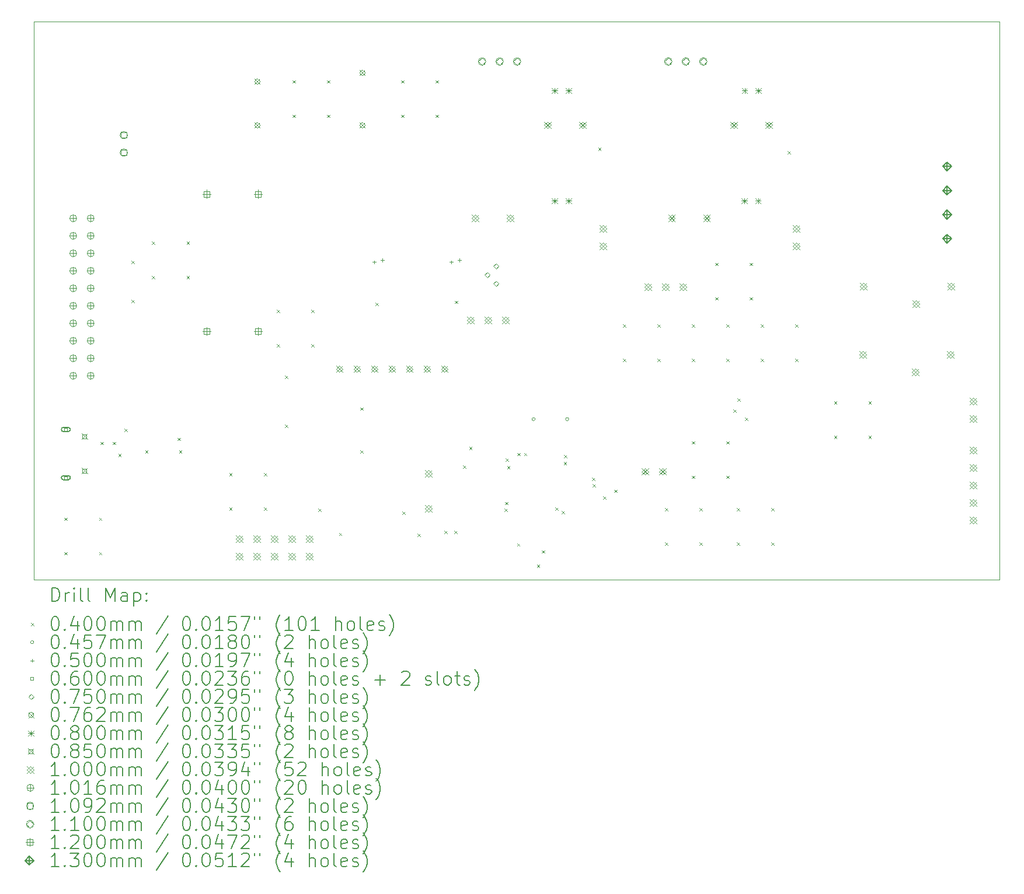
<source format=gbr>
%TF.GenerationSoftware,KiCad,Pcbnew,7.0.8-7.0.8~ubuntu22.04.1*%
%TF.CreationDate,2024-01-26T16:09:18+01:00*%
%TF.ProjectId,torso,746f7273-6f2e-46b6-9963-61645f706362,1.1*%
%TF.SameCoordinates,Original*%
%TF.FileFunction,Drillmap*%
%TF.FilePolarity,Positive*%
%FSLAX45Y45*%
G04 Gerber Fmt 4.5, Leading zero omitted, Abs format (unit mm)*
G04 Created by KiCad (PCBNEW 7.0.8-7.0.8~ubuntu22.04.1) date 2024-01-26 16:09:18*
%MOMM*%
%LPD*%
G01*
G04 APERTURE LIST*
%ADD10C,0.100000*%
%ADD11C,0.200000*%
%ADD12C,0.040000*%
%ADD13C,0.045720*%
%ADD14C,0.050000*%
%ADD15C,0.060000*%
%ADD16C,0.075000*%
%ADD17C,0.076200*%
%ADD18C,0.080000*%
%ADD19C,0.085000*%
%ADD20C,0.101600*%
%ADD21C,0.109220*%
%ADD22C,0.110000*%
%ADD23C,0.120000*%
%ADD24C,0.130000*%
G04 APERTURE END LIST*
D10*
X3000000Y-2000000D02*
X17000000Y-2000000D01*
X17000000Y-10100000D01*
X3000000Y-10100000D01*
X3000000Y-2000000D01*
D11*
D12*
X3440000Y-9200000D02*
X3480000Y-9240000D01*
X3480000Y-9200000D02*
X3440000Y-9240000D01*
X3440000Y-9700000D02*
X3480000Y-9740000D01*
X3480000Y-9700000D02*
X3440000Y-9740000D01*
X3940000Y-9200000D02*
X3980000Y-9240000D01*
X3980000Y-9200000D02*
X3940000Y-9240000D01*
X3940000Y-9700000D02*
X3980000Y-9740000D01*
X3980000Y-9700000D02*
X3940000Y-9740000D01*
X3960000Y-8100000D02*
X4000000Y-8140000D01*
X4000000Y-8100000D02*
X3960000Y-8140000D01*
X4140000Y-8100000D02*
X4180000Y-8140000D01*
X4180000Y-8100000D02*
X4140000Y-8140000D01*
X4220000Y-8270000D02*
X4260000Y-8310000D01*
X4260000Y-8270000D02*
X4220000Y-8310000D01*
X4310000Y-7910000D02*
X4350000Y-7950000D01*
X4350000Y-7910000D02*
X4310000Y-7950000D01*
X4410000Y-5470000D02*
X4450000Y-5510000D01*
X4450000Y-5470000D02*
X4410000Y-5510000D01*
X4410000Y-6040000D02*
X4450000Y-6080000D01*
X4450000Y-6040000D02*
X4410000Y-6080000D01*
X4610000Y-8220000D02*
X4650000Y-8260000D01*
X4650000Y-8220000D02*
X4610000Y-8260000D01*
X4710000Y-5190000D02*
X4750000Y-5230000D01*
X4750000Y-5190000D02*
X4710000Y-5230000D01*
X4710000Y-5690000D02*
X4750000Y-5730000D01*
X4750000Y-5690000D02*
X4710000Y-5730000D01*
X5080000Y-8040000D02*
X5120000Y-8080000D01*
X5120000Y-8040000D02*
X5080000Y-8080000D01*
X5100000Y-8220000D02*
X5140000Y-8260000D01*
X5140000Y-8220000D02*
X5100000Y-8260000D01*
X5210000Y-5190000D02*
X5250000Y-5230000D01*
X5250000Y-5190000D02*
X5210000Y-5230000D01*
X5210000Y-5690000D02*
X5250000Y-5730000D01*
X5250000Y-5690000D02*
X5210000Y-5730000D01*
X5830000Y-8550000D02*
X5870000Y-8590000D01*
X5870000Y-8550000D02*
X5830000Y-8590000D01*
X5830000Y-9050000D02*
X5870000Y-9090000D01*
X5870000Y-9050000D02*
X5830000Y-9090000D01*
X6330000Y-8550000D02*
X6370000Y-8590000D01*
X6370000Y-8550000D02*
X6330000Y-8590000D01*
X6330000Y-9050000D02*
X6370000Y-9090000D01*
X6370000Y-9050000D02*
X6330000Y-9090000D01*
X6520000Y-6180000D02*
X6560000Y-6220000D01*
X6560000Y-6180000D02*
X6520000Y-6220000D01*
X6520000Y-6680000D02*
X6560000Y-6720000D01*
X6560000Y-6680000D02*
X6520000Y-6720000D01*
X6640000Y-7140000D02*
X6680000Y-7180000D01*
X6680000Y-7140000D02*
X6640000Y-7180000D01*
X6640000Y-7850000D02*
X6680000Y-7890000D01*
X6680000Y-7850000D02*
X6640000Y-7890000D01*
X6750000Y-2850000D02*
X6790000Y-2890000D01*
X6790000Y-2850000D02*
X6750000Y-2890000D01*
X6750000Y-3350000D02*
X6790000Y-3390000D01*
X6790000Y-3350000D02*
X6750000Y-3390000D01*
X7020000Y-6180000D02*
X7060000Y-6220000D01*
X7060000Y-6180000D02*
X7020000Y-6220000D01*
X7020000Y-6680000D02*
X7060000Y-6720000D01*
X7060000Y-6680000D02*
X7020000Y-6720000D01*
X7120000Y-9070000D02*
X7160000Y-9110000D01*
X7160000Y-9070000D02*
X7120000Y-9110000D01*
X7250000Y-2850000D02*
X7290000Y-2890000D01*
X7290000Y-2850000D02*
X7250000Y-2890000D01*
X7250000Y-3350000D02*
X7290000Y-3390000D01*
X7290000Y-3350000D02*
X7250000Y-3390000D01*
X7420000Y-9420000D02*
X7460000Y-9460000D01*
X7460000Y-9420000D02*
X7420000Y-9460000D01*
X7730000Y-7600000D02*
X7770000Y-7640000D01*
X7770000Y-7600000D02*
X7730000Y-7640000D01*
X7730000Y-8220000D02*
X7770000Y-8260000D01*
X7770000Y-8220000D02*
X7730000Y-8260000D01*
X7950000Y-6080000D02*
X7990000Y-6120000D01*
X7990000Y-6080000D02*
X7950000Y-6120000D01*
X8320000Y-2850000D02*
X8360000Y-2890000D01*
X8360000Y-2850000D02*
X8320000Y-2890000D01*
X8320000Y-3350000D02*
X8360000Y-3390000D01*
X8360000Y-3350000D02*
X8320000Y-3390000D01*
X8340000Y-9110000D02*
X8380000Y-9150000D01*
X8380000Y-9110000D02*
X8340000Y-9150000D01*
X8560000Y-9430000D02*
X8600000Y-9470000D01*
X8600000Y-9430000D02*
X8560000Y-9470000D01*
X8820000Y-2850000D02*
X8860000Y-2890000D01*
X8860000Y-2850000D02*
X8820000Y-2890000D01*
X8820000Y-3350000D02*
X8860000Y-3390000D01*
X8860000Y-3350000D02*
X8820000Y-3390000D01*
X8950000Y-9390000D02*
X8990000Y-9430000D01*
X8990000Y-9390000D02*
X8950000Y-9430000D01*
X9090000Y-9390000D02*
X9130000Y-9430000D01*
X9130000Y-9390000D02*
X9090000Y-9430000D01*
X9100000Y-6050000D02*
X9140000Y-6090000D01*
X9140000Y-6050000D02*
X9100000Y-6090000D01*
X9220000Y-8440000D02*
X9260000Y-8480000D01*
X9260000Y-8440000D02*
X9220000Y-8480000D01*
X9310000Y-8170000D02*
X9350000Y-8210000D01*
X9350000Y-8170000D02*
X9310000Y-8210000D01*
X9820000Y-9070000D02*
X9860000Y-9110000D01*
X9860000Y-9070000D02*
X9820000Y-9110000D01*
X9830000Y-8970000D02*
X9870000Y-9010000D01*
X9870000Y-8970000D02*
X9830000Y-9010000D01*
X9840000Y-8340000D02*
X9880000Y-8380000D01*
X9880000Y-8340000D02*
X9840000Y-8380000D01*
X9860000Y-8450000D02*
X9900000Y-8490000D01*
X9900000Y-8450000D02*
X9860000Y-8490000D01*
X10002724Y-9572287D02*
X10042724Y-9612287D01*
X10042724Y-9572287D02*
X10002724Y-9612287D01*
X10010000Y-8260000D02*
X10050000Y-8300000D01*
X10050000Y-8260000D02*
X10010000Y-8300000D01*
X10103950Y-8260000D02*
X10143950Y-8300000D01*
X10143950Y-8260000D02*
X10103950Y-8300000D01*
X10290000Y-9880000D02*
X10330000Y-9920000D01*
X10330000Y-9880000D02*
X10290000Y-9920000D01*
X10362550Y-9673225D02*
X10402550Y-9713225D01*
X10402550Y-9673225D02*
X10362550Y-9713225D01*
X10560000Y-9050000D02*
X10600000Y-9090000D01*
X10600000Y-9050000D02*
X10560000Y-9090000D01*
X10651450Y-9100000D02*
X10691450Y-9140000D01*
X10691450Y-9100000D02*
X10651450Y-9140000D01*
X10680000Y-8390000D02*
X10720000Y-8430000D01*
X10720000Y-8390000D02*
X10680000Y-8430000D01*
X10682115Y-8288070D02*
X10722115Y-8328070D01*
X10722115Y-8288070D02*
X10682115Y-8328070D01*
X11090000Y-8621450D02*
X11130000Y-8661450D01*
X11130000Y-8621450D02*
X11090000Y-8661450D01*
X11100543Y-8714807D02*
X11140543Y-8754807D01*
X11140543Y-8714807D02*
X11100543Y-8754807D01*
X11180000Y-3830000D02*
X11220000Y-3870000D01*
X11220000Y-3830000D02*
X11180000Y-3870000D01*
X11250000Y-8888550D02*
X11290000Y-8928550D01*
X11290000Y-8888550D02*
X11250000Y-8928550D01*
X11410000Y-8793550D02*
X11450000Y-8833550D01*
X11450000Y-8793550D02*
X11410000Y-8833550D01*
X11540000Y-6390000D02*
X11580000Y-6430000D01*
X11580000Y-6390000D02*
X11540000Y-6430000D01*
X11540000Y-6890000D02*
X11580000Y-6930000D01*
X11580000Y-6890000D02*
X11540000Y-6930000D01*
X12040000Y-6390000D02*
X12080000Y-6430000D01*
X12080000Y-6390000D02*
X12040000Y-6430000D01*
X12040000Y-6890000D02*
X12080000Y-6930000D01*
X12080000Y-6890000D02*
X12040000Y-6930000D01*
X12150000Y-9060000D02*
X12190000Y-9100000D01*
X12190000Y-9060000D02*
X12150000Y-9100000D01*
X12150000Y-9560000D02*
X12190000Y-9600000D01*
X12190000Y-9560000D02*
X12150000Y-9600000D01*
X12540000Y-6390000D02*
X12580000Y-6430000D01*
X12580000Y-6390000D02*
X12540000Y-6430000D01*
X12540000Y-6890000D02*
X12580000Y-6930000D01*
X12580000Y-6890000D02*
X12540000Y-6930000D01*
X12540000Y-8090000D02*
X12580000Y-8130000D01*
X12580000Y-8090000D02*
X12540000Y-8130000D01*
X12540000Y-8590000D02*
X12580000Y-8630000D01*
X12580000Y-8590000D02*
X12540000Y-8630000D01*
X12650000Y-9060000D02*
X12690000Y-9100000D01*
X12690000Y-9060000D02*
X12650000Y-9100000D01*
X12650000Y-9560000D02*
X12690000Y-9600000D01*
X12690000Y-9560000D02*
X12650000Y-9600000D01*
X12880000Y-5500000D02*
X12920000Y-5540000D01*
X12920000Y-5500000D02*
X12880000Y-5540000D01*
X12880000Y-6000000D02*
X12920000Y-6040000D01*
X12920000Y-6000000D02*
X12880000Y-6040000D01*
X13040000Y-6390000D02*
X13080000Y-6430000D01*
X13080000Y-6390000D02*
X13040000Y-6430000D01*
X13040000Y-6890000D02*
X13080000Y-6930000D01*
X13080000Y-6890000D02*
X13040000Y-6930000D01*
X13040000Y-8090000D02*
X13080000Y-8130000D01*
X13080000Y-8090000D02*
X13040000Y-8130000D01*
X13040000Y-8590000D02*
X13080000Y-8630000D01*
X13080000Y-8590000D02*
X13040000Y-8630000D01*
X13140000Y-7630000D02*
X13180000Y-7670000D01*
X13180000Y-7630000D02*
X13140000Y-7670000D01*
X13190000Y-9060000D02*
X13230000Y-9100000D01*
X13230000Y-9060000D02*
X13190000Y-9100000D01*
X13190000Y-9560000D02*
X13230000Y-9600000D01*
X13230000Y-9560000D02*
X13190000Y-9600000D01*
X13200000Y-7470000D02*
X13240000Y-7510000D01*
X13240000Y-7470000D02*
X13200000Y-7510000D01*
X13310000Y-7750000D02*
X13350000Y-7790000D01*
X13350000Y-7750000D02*
X13310000Y-7790000D01*
X13380000Y-5500000D02*
X13420000Y-5540000D01*
X13420000Y-5500000D02*
X13380000Y-5540000D01*
X13380000Y-6000000D02*
X13420000Y-6040000D01*
X13420000Y-6000000D02*
X13380000Y-6040000D01*
X13540000Y-6390000D02*
X13580000Y-6430000D01*
X13580000Y-6390000D02*
X13540000Y-6430000D01*
X13540000Y-6890000D02*
X13580000Y-6930000D01*
X13580000Y-6890000D02*
X13540000Y-6930000D01*
X13690000Y-9060000D02*
X13730000Y-9100000D01*
X13730000Y-9060000D02*
X13690000Y-9100000D01*
X13690000Y-9560000D02*
X13730000Y-9600000D01*
X13730000Y-9560000D02*
X13690000Y-9600000D01*
X13930000Y-3880000D02*
X13970000Y-3920000D01*
X13970000Y-3880000D02*
X13930000Y-3920000D01*
X14040000Y-6390000D02*
X14080000Y-6430000D01*
X14080000Y-6390000D02*
X14040000Y-6430000D01*
X14040000Y-6890000D02*
X14080000Y-6930000D01*
X14080000Y-6890000D02*
X14040000Y-6930000D01*
X14600000Y-7510000D02*
X14640000Y-7550000D01*
X14640000Y-7510000D02*
X14600000Y-7550000D01*
X14600000Y-8010000D02*
X14640000Y-8050000D01*
X14640000Y-8010000D02*
X14600000Y-8050000D01*
X15100000Y-7510000D02*
X15140000Y-7550000D01*
X15140000Y-7510000D02*
X15100000Y-7550000D01*
X15100000Y-8010000D02*
X15140000Y-8050000D01*
X15140000Y-8010000D02*
X15100000Y-8050000D01*
D13*
X10264860Y-7770000D02*
G75*
G03*
X10264860Y-7770000I-22860J0D01*
G01*
X10752860Y-7770000D02*
G75*
G03*
X10752860Y-7770000I-22860J0D01*
G01*
D14*
X7930000Y-5465000D02*
X7930000Y-5515000D01*
X7905000Y-5490000D02*
X7955000Y-5490000D01*
X8050000Y-5435000D02*
X8050000Y-5485000D01*
X8025000Y-5460000D02*
X8075000Y-5460000D01*
X9050000Y-5465000D02*
X9050000Y-5515000D01*
X9025000Y-5490000D02*
X9075000Y-5490000D01*
X9170000Y-5435000D02*
X9170000Y-5485000D01*
X9145000Y-5460000D02*
X9195000Y-5460000D01*
D15*
X3481213Y-7941213D02*
X3481213Y-7898787D01*
X3438787Y-7898787D01*
X3438787Y-7941213D01*
X3481213Y-7941213D01*
D11*
X3425000Y-7950000D02*
X3495000Y-7950000D01*
X3495000Y-7950000D02*
G75*
G03*
X3495000Y-7890000I0J30000D01*
G01*
X3495000Y-7890000D02*
X3425000Y-7890000D01*
X3425000Y-7890000D02*
G75*
G03*
X3425000Y-7950000I0J-30000D01*
G01*
D15*
X3481213Y-8641213D02*
X3481213Y-8598787D01*
X3438787Y-8598787D01*
X3438787Y-8641213D01*
X3481213Y-8641213D01*
D11*
X3495000Y-8590000D02*
X3425000Y-8590000D01*
X3425000Y-8590000D02*
G75*
G03*
X3425000Y-8650000I0J-30000D01*
G01*
X3425000Y-8650000D02*
X3495000Y-8650000D01*
X3495000Y-8650000D02*
G75*
G03*
X3495000Y-8590000I0J30000D01*
G01*
D16*
X9573000Y-5710500D02*
X9610500Y-5673000D01*
X9573000Y-5635500D01*
X9535500Y-5673000D01*
X9573000Y-5710500D01*
X9700000Y-5583500D02*
X9737500Y-5546000D01*
X9700000Y-5508500D01*
X9662500Y-5546000D01*
X9700000Y-5583500D01*
X9700000Y-5837500D02*
X9737500Y-5800000D01*
X9700000Y-5762500D01*
X9662500Y-5800000D01*
X9700000Y-5837500D01*
D17*
X6199900Y-2830900D02*
X6276100Y-2907100D01*
X6276100Y-2830900D02*
X6199900Y-2907100D01*
X6276100Y-2869000D02*
G75*
G03*
X6276100Y-2869000I-38100J0D01*
G01*
X6199900Y-3465900D02*
X6276100Y-3542100D01*
X6276100Y-3465900D02*
X6199900Y-3542100D01*
X6276100Y-3504000D02*
G75*
G03*
X6276100Y-3504000I-38100J0D01*
G01*
X7723900Y-2703900D02*
X7800100Y-2780100D01*
X7800100Y-2703900D02*
X7723900Y-2780100D01*
X7800100Y-2742000D02*
G75*
G03*
X7800100Y-2742000I-38100J0D01*
G01*
X7723900Y-3465900D02*
X7800100Y-3542100D01*
X7800100Y-3465900D02*
X7723900Y-3542100D01*
X7800100Y-3504000D02*
G75*
G03*
X7800100Y-3504000I-38100J0D01*
G01*
D18*
X10510000Y-2960000D02*
X10590000Y-3040000D01*
X10590000Y-2960000D02*
X10510000Y-3040000D01*
X10550000Y-2960000D02*
X10550000Y-3040000D01*
X10510000Y-3000000D02*
X10590000Y-3000000D01*
X10510000Y-4560000D02*
X10590000Y-4640000D01*
X10590000Y-4560000D02*
X10510000Y-4640000D01*
X10550000Y-4560000D02*
X10550000Y-4640000D01*
X10510000Y-4600000D02*
X10590000Y-4600000D01*
X10710000Y-2960000D02*
X10790000Y-3040000D01*
X10790000Y-2960000D02*
X10710000Y-3040000D01*
X10750000Y-2960000D02*
X10750000Y-3040000D01*
X10710000Y-3000000D02*
X10790000Y-3000000D01*
X10710000Y-4560000D02*
X10790000Y-4640000D01*
X10790000Y-4560000D02*
X10710000Y-4640000D01*
X10750000Y-4560000D02*
X10750000Y-4640000D01*
X10710000Y-4600000D02*
X10790000Y-4600000D01*
X13260000Y-4560000D02*
X13340000Y-4640000D01*
X13340000Y-4560000D02*
X13260000Y-4640000D01*
X13300000Y-4560000D02*
X13300000Y-4640000D01*
X13260000Y-4600000D02*
X13340000Y-4600000D01*
X13264489Y-2960000D02*
X13344489Y-3040000D01*
X13344489Y-2960000D02*
X13264489Y-3040000D01*
X13304489Y-2960000D02*
X13304489Y-3040000D01*
X13264489Y-3000000D02*
X13344489Y-3000000D01*
X13460000Y-4560000D02*
X13540000Y-4640000D01*
X13540000Y-4560000D02*
X13460000Y-4640000D01*
X13500000Y-4560000D02*
X13500000Y-4640000D01*
X13460000Y-4600000D02*
X13540000Y-4600000D01*
X13464489Y-2960000D02*
X13544489Y-3040000D01*
X13544489Y-2960000D02*
X13464489Y-3040000D01*
X13504489Y-2960000D02*
X13504489Y-3040000D01*
X13464489Y-3000000D02*
X13544489Y-3000000D01*
D19*
X3687500Y-7977500D02*
X3772500Y-8062500D01*
X3772500Y-7977500D02*
X3687500Y-8062500D01*
X3760052Y-8050052D02*
X3760052Y-7989948D01*
X3699948Y-7989948D01*
X3699948Y-8050052D01*
X3760052Y-8050052D01*
X3687500Y-8477500D02*
X3772500Y-8562500D01*
X3772500Y-8477500D02*
X3687500Y-8562500D01*
X3760052Y-8550052D02*
X3760052Y-8489948D01*
X3699948Y-8489948D01*
X3699948Y-8550052D01*
X3760052Y-8550052D01*
D10*
X5928000Y-9456000D02*
X6028000Y-9556000D01*
X6028000Y-9456000D02*
X5928000Y-9556000D01*
X5978000Y-9556000D02*
X6028000Y-9506000D01*
X5978000Y-9456000D01*
X5928000Y-9506000D01*
X5978000Y-9556000D01*
X5928000Y-9710000D02*
X6028000Y-9810000D01*
X6028000Y-9710000D02*
X5928000Y-9810000D01*
X5978000Y-9810000D02*
X6028000Y-9760000D01*
X5978000Y-9710000D01*
X5928000Y-9760000D01*
X5978000Y-9810000D01*
X6182000Y-9456000D02*
X6282000Y-9556000D01*
X6282000Y-9456000D02*
X6182000Y-9556000D01*
X6232000Y-9556000D02*
X6282000Y-9506000D01*
X6232000Y-9456000D01*
X6182000Y-9506000D01*
X6232000Y-9556000D01*
X6182000Y-9710000D02*
X6282000Y-9810000D01*
X6282000Y-9710000D02*
X6182000Y-9810000D01*
X6232000Y-9810000D02*
X6282000Y-9760000D01*
X6232000Y-9710000D01*
X6182000Y-9760000D01*
X6232000Y-9810000D01*
X6436000Y-9456000D02*
X6536000Y-9556000D01*
X6536000Y-9456000D02*
X6436000Y-9556000D01*
X6486000Y-9556000D02*
X6536000Y-9506000D01*
X6486000Y-9456000D01*
X6436000Y-9506000D01*
X6486000Y-9556000D01*
X6436000Y-9710000D02*
X6536000Y-9810000D01*
X6536000Y-9710000D02*
X6436000Y-9810000D01*
X6486000Y-9810000D02*
X6536000Y-9760000D01*
X6486000Y-9710000D01*
X6436000Y-9760000D01*
X6486000Y-9810000D01*
X6690000Y-9456000D02*
X6790000Y-9556000D01*
X6790000Y-9456000D02*
X6690000Y-9556000D01*
X6740000Y-9556000D02*
X6790000Y-9506000D01*
X6740000Y-9456000D01*
X6690000Y-9506000D01*
X6740000Y-9556000D01*
X6690000Y-9710000D02*
X6790000Y-9810000D01*
X6790000Y-9710000D02*
X6690000Y-9810000D01*
X6740000Y-9810000D02*
X6790000Y-9760000D01*
X6740000Y-9710000D01*
X6690000Y-9760000D01*
X6740000Y-9810000D01*
X6944000Y-9456000D02*
X7044000Y-9556000D01*
X7044000Y-9456000D02*
X6944000Y-9556000D01*
X6994000Y-9556000D02*
X7044000Y-9506000D01*
X6994000Y-9456000D01*
X6944000Y-9506000D01*
X6994000Y-9556000D01*
X6944000Y-9710000D02*
X7044000Y-9810000D01*
X7044000Y-9710000D02*
X6944000Y-9810000D01*
X6994000Y-9810000D02*
X7044000Y-9760000D01*
X6994000Y-9710000D01*
X6944000Y-9760000D01*
X6994000Y-9810000D01*
X7378000Y-6990000D02*
X7478000Y-7090000D01*
X7478000Y-6990000D02*
X7378000Y-7090000D01*
X7428000Y-7090000D02*
X7478000Y-7040000D01*
X7428000Y-6990000D01*
X7378000Y-7040000D01*
X7428000Y-7090000D01*
X7632000Y-6990000D02*
X7732000Y-7090000D01*
X7732000Y-6990000D02*
X7632000Y-7090000D01*
X7682000Y-7090000D02*
X7732000Y-7040000D01*
X7682000Y-6990000D01*
X7632000Y-7040000D01*
X7682000Y-7090000D01*
X7886000Y-6990000D02*
X7986000Y-7090000D01*
X7986000Y-6990000D02*
X7886000Y-7090000D01*
X7936000Y-7090000D02*
X7986000Y-7040000D01*
X7936000Y-6990000D01*
X7886000Y-7040000D01*
X7936000Y-7090000D01*
X8140000Y-6990000D02*
X8240000Y-7090000D01*
X8240000Y-6990000D02*
X8140000Y-7090000D01*
X8190000Y-7090000D02*
X8240000Y-7040000D01*
X8190000Y-6990000D01*
X8140000Y-7040000D01*
X8190000Y-7090000D01*
X8394000Y-6990000D02*
X8494000Y-7090000D01*
X8494000Y-6990000D02*
X8394000Y-7090000D01*
X8444000Y-7090000D02*
X8494000Y-7040000D01*
X8444000Y-6990000D01*
X8394000Y-7040000D01*
X8444000Y-7090000D01*
X8648000Y-6990000D02*
X8748000Y-7090000D01*
X8748000Y-6990000D02*
X8648000Y-7090000D01*
X8698000Y-7090000D02*
X8748000Y-7040000D01*
X8698000Y-6990000D01*
X8648000Y-7040000D01*
X8698000Y-7090000D01*
X8670000Y-8506000D02*
X8770000Y-8606000D01*
X8770000Y-8506000D02*
X8670000Y-8606000D01*
X8720000Y-8606000D02*
X8770000Y-8556000D01*
X8720000Y-8506000D01*
X8670000Y-8556000D01*
X8720000Y-8606000D01*
X8670000Y-9014000D02*
X8770000Y-9114000D01*
X8770000Y-9014000D02*
X8670000Y-9114000D01*
X8720000Y-9114000D02*
X8770000Y-9064000D01*
X8720000Y-9014000D01*
X8670000Y-9064000D01*
X8720000Y-9114000D01*
X8902000Y-6990000D02*
X9002000Y-7090000D01*
X9002000Y-6990000D02*
X8902000Y-7090000D01*
X8952000Y-7090000D02*
X9002000Y-7040000D01*
X8952000Y-6990000D01*
X8902000Y-7040000D01*
X8952000Y-7090000D01*
X9280000Y-6280000D02*
X9380000Y-6380000D01*
X9380000Y-6280000D02*
X9280000Y-6380000D01*
X9330000Y-6380000D02*
X9380000Y-6330000D01*
X9330000Y-6280000D01*
X9280000Y-6330000D01*
X9330000Y-6380000D01*
X9346000Y-4800000D02*
X9446000Y-4900000D01*
X9446000Y-4800000D02*
X9346000Y-4900000D01*
X9396000Y-4900000D02*
X9446000Y-4850000D01*
X9396000Y-4800000D01*
X9346000Y-4850000D01*
X9396000Y-4900000D01*
X9534000Y-6280000D02*
X9634000Y-6380000D01*
X9634000Y-6280000D02*
X9534000Y-6380000D01*
X9584000Y-6380000D02*
X9634000Y-6330000D01*
X9584000Y-6280000D01*
X9534000Y-6330000D01*
X9584000Y-6380000D01*
X9788000Y-6280000D02*
X9888000Y-6380000D01*
X9888000Y-6280000D02*
X9788000Y-6380000D01*
X9838000Y-6380000D02*
X9888000Y-6330000D01*
X9838000Y-6280000D01*
X9788000Y-6330000D01*
X9838000Y-6380000D01*
X9854000Y-4800000D02*
X9954000Y-4900000D01*
X9954000Y-4800000D02*
X9854000Y-4900000D01*
X9904000Y-4900000D02*
X9954000Y-4850000D01*
X9904000Y-4800000D01*
X9854000Y-4850000D01*
X9904000Y-4900000D01*
X10396000Y-3450000D02*
X10496000Y-3550000D01*
X10496000Y-3450000D02*
X10396000Y-3550000D01*
X10446000Y-3550000D02*
X10496000Y-3500000D01*
X10446000Y-3450000D01*
X10396000Y-3500000D01*
X10446000Y-3550000D01*
X10904000Y-3450000D02*
X11004000Y-3550000D01*
X11004000Y-3450000D02*
X10904000Y-3550000D01*
X10954000Y-3550000D02*
X11004000Y-3500000D01*
X10954000Y-3450000D01*
X10904000Y-3500000D01*
X10954000Y-3550000D01*
X11200000Y-4950000D02*
X11300000Y-5050000D01*
X11300000Y-4950000D02*
X11200000Y-5050000D01*
X11250000Y-5050000D02*
X11300000Y-5000000D01*
X11250000Y-4950000D01*
X11200000Y-5000000D01*
X11250000Y-5050000D01*
X11200000Y-5204000D02*
X11300000Y-5304000D01*
X11300000Y-5204000D02*
X11200000Y-5304000D01*
X11250000Y-5304000D02*
X11300000Y-5254000D01*
X11250000Y-5204000D01*
X11200000Y-5254000D01*
X11250000Y-5304000D01*
X11812500Y-8480000D02*
X11912500Y-8580000D01*
X11912500Y-8480000D02*
X11812500Y-8580000D01*
X11862500Y-8580000D02*
X11912500Y-8530000D01*
X11862500Y-8480000D01*
X11812500Y-8530000D01*
X11862500Y-8580000D01*
X11850000Y-5800000D02*
X11950000Y-5900000D01*
X11950000Y-5800000D02*
X11850000Y-5900000D01*
X11900000Y-5900000D02*
X11950000Y-5850000D01*
X11900000Y-5800000D01*
X11850000Y-5850000D01*
X11900000Y-5900000D01*
X12066500Y-8480000D02*
X12166500Y-8580000D01*
X12166500Y-8480000D02*
X12066500Y-8580000D01*
X12116500Y-8580000D02*
X12166500Y-8530000D01*
X12116500Y-8480000D01*
X12066500Y-8530000D01*
X12116500Y-8580000D01*
X12104000Y-5800000D02*
X12204000Y-5900000D01*
X12204000Y-5800000D02*
X12104000Y-5900000D01*
X12154000Y-5900000D02*
X12204000Y-5850000D01*
X12154000Y-5800000D01*
X12104000Y-5850000D01*
X12154000Y-5900000D01*
X12196000Y-4800000D02*
X12296000Y-4900000D01*
X12296000Y-4800000D02*
X12196000Y-4900000D01*
X12246000Y-4900000D02*
X12296000Y-4850000D01*
X12246000Y-4800000D01*
X12196000Y-4850000D01*
X12246000Y-4900000D01*
X12358000Y-5800000D02*
X12458000Y-5900000D01*
X12458000Y-5800000D02*
X12358000Y-5900000D01*
X12408000Y-5900000D02*
X12458000Y-5850000D01*
X12408000Y-5800000D01*
X12358000Y-5850000D01*
X12408000Y-5900000D01*
X12704000Y-4800000D02*
X12804000Y-4900000D01*
X12804000Y-4800000D02*
X12704000Y-4900000D01*
X12754000Y-4900000D02*
X12804000Y-4850000D01*
X12754000Y-4800000D01*
X12704000Y-4850000D01*
X12754000Y-4900000D01*
X13100000Y-3450000D02*
X13200000Y-3550000D01*
X13200000Y-3450000D02*
X13100000Y-3550000D01*
X13150000Y-3550000D02*
X13200000Y-3500000D01*
X13150000Y-3450000D01*
X13100000Y-3500000D01*
X13150000Y-3550000D01*
X13608000Y-3450000D02*
X13708000Y-3550000D01*
X13708000Y-3450000D02*
X13608000Y-3550000D01*
X13658000Y-3550000D02*
X13708000Y-3500000D01*
X13658000Y-3450000D01*
X13608000Y-3500000D01*
X13658000Y-3550000D01*
X14000000Y-4950000D02*
X14100000Y-5050000D01*
X14100000Y-4950000D02*
X14000000Y-5050000D01*
X14050000Y-5050000D02*
X14100000Y-5000000D01*
X14050000Y-4950000D01*
X14000000Y-5000000D01*
X14050000Y-5050000D01*
X14000000Y-5204000D02*
X14100000Y-5304000D01*
X14100000Y-5204000D02*
X14000000Y-5304000D01*
X14050000Y-5304000D02*
X14100000Y-5254000D01*
X14050000Y-5204000D01*
X14000000Y-5254000D01*
X14050000Y-5304000D01*
X14967500Y-6782500D02*
X15067500Y-6882500D01*
X15067500Y-6782500D02*
X14967500Y-6882500D01*
X15017500Y-6882500D02*
X15067500Y-6832500D01*
X15017500Y-6782500D01*
X14967500Y-6832500D01*
X15017500Y-6882500D01*
X14980000Y-5790000D02*
X15080000Y-5890000D01*
X15080000Y-5790000D02*
X14980000Y-5890000D01*
X15030000Y-5890000D02*
X15080000Y-5840000D01*
X15030000Y-5790000D01*
X14980000Y-5840000D01*
X15030000Y-5890000D01*
X15729500Y-7036500D02*
X15829500Y-7136500D01*
X15829500Y-7036500D02*
X15729500Y-7136500D01*
X15779500Y-7136500D02*
X15829500Y-7086500D01*
X15779500Y-7036500D01*
X15729500Y-7086500D01*
X15779500Y-7136500D01*
X15742000Y-6044000D02*
X15842000Y-6144000D01*
X15842000Y-6044000D02*
X15742000Y-6144000D01*
X15792000Y-6144000D02*
X15842000Y-6094000D01*
X15792000Y-6044000D01*
X15742000Y-6094000D01*
X15792000Y-6144000D01*
X16237500Y-6782500D02*
X16337500Y-6882500D01*
X16337500Y-6782500D02*
X16237500Y-6882500D01*
X16287500Y-6882500D02*
X16337500Y-6832500D01*
X16287500Y-6782500D01*
X16237500Y-6832500D01*
X16287500Y-6882500D01*
X16250000Y-5790000D02*
X16350000Y-5890000D01*
X16350000Y-5790000D02*
X16250000Y-5890000D01*
X16300000Y-5890000D02*
X16350000Y-5840000D01*
X16300000Y-5790000D01*
X16250000Y-5840000D01*
X16300000Y-5890000D01*
X16570000Y-7456000D02*
X16670000Y-7556000D01*
X16670000Y-7456000D02*
X16570000Y-7556000D01*
X16620000Y-7556000D02*
X16670000Y-7506000D01*
X16620000Y-7456000D01*
X16570000Y-7506000D01*
X16620000Y-7556000D01*
X16570000Y-7710000D02*
X16670000Y-7810000D01*
X16670000Y-7710000D02*
X16570000Y-7810000D01*
X16620000Y-7810000D02*
X16670000Y-7760000D01*
X16620000Y-7710000D01*
X16570000Y-7760000D01*
X16620000Y-7810000D01*
X16570000Y-8170000D02*
X16670000Y-8270000D01*
X16670000Y-8170000D02*
X16570000Y-8270000D01*
X16620000Y-8270000D02*
X16670000Y-8220000D01*
X16620000Y-8170000D01*
X16570000Y-8220000D01*
X16620000Y-8270000D01*
X16570000Y-8424000D02*
X16670000Y-8524000D01*
X16670000Y-8424000D02*
X16570000Y-8524000D01*
X16620000Y-8524000D02*
X16670000Y-8474000D01*
X16620000Y-8424000D01*
X16570000Y-8474000D01*
X16620000Y-8524000D01*
X16570000Y-8678000D02*
X16670000Y-8778000D01*
X16670000Y-8678000D02*
X16570000Y-8778000D01*
X16620000Y-8778000D02*
X16670000Y-8728000D01*
X16620000Y-8678000D01*
X16570000Y-8728000D01*
X16620000Y-8778000D01*
X16570000Y-8932000D02*
X16670000Y-9032000D01*
X16670000Y-8932000D02*
X16570000Y-9032000D01*
X16620000Y-9032000D02*
X16670000Y-8982000D01*
X16620000Y-8932000D01*
X16570000Y-8982000D01*
X16620000Y-9032000D01*
X16570000Y-9186000D02*
X16670000Y-9286000D01*
X16670000Y-9186000D02*
X16570000Y-9286000D01*
X16620000Y-9286000D02*
X16670000Y-9236000D01*
X16620000Y-9186000D01*
X16570000Y-9236000D01*
X16620000Y-9286000D01*
D20*
X3566000Y-4803200D02*
X3566000Y-4904800D01*
X3515200Y-4854000D02*
X3616800Y-4854000D01*
X3616800Y-4854000D02*
G75*
G03*
X3616800Y-4854000I-50800J0D01*
G01*
X3566000Y-5057200D02*
X3566000Y-5158800D01*
X3515200Y-5108000D02*
X3616800Y-5108000D01*
X3616800Y-5108000D02*
G75*
G03*
X3616800Y-5108000I-50800J0D01*
G01*
X3566000Y-5311200D02*
X3566000Y-5412800D01*
X3515200Y-5362000D02*
X3616800Y-5362000D01*
X3616800Y-5362000D02*
G75*
G03*
X3616800Y-5362000I-50800J0D01*
G01*
X3566000Y-5565200D02*
X3566000Y-5666800D01*
X3515200Y-5616000D02*
X3616800Y-5616000D01*
X3616800Y-5616000D02*
G75*
G03*
X3616800Y-5616000I-50800J0D01*
G01*
X3566000Y-5819200D02*
X3566000Y-5920800D01*
X3515200Y-5870000D02*
X3616800Y-5870000D01*
X3616800Y-5870000D02*
G75*
G03*
X3616800Y-5870000I-50800J0D01*
G01*
X3566000Y-6073200D02*
X3566000Y-6174800D01*
X3515200Y-6124000D02*
X3616800Y-6124000D01*
X3616800Y-6124000D02*
G75*
G03*
X3616800Y-6124000I-50800J0D01*
G01*
X3566000Y-6327200D02*
X3566000Y-6428800D01*
X3515200Y-6378000D02*
X3616800Y-6378000D01*
X3616800Y-6378000D02*
G75*
G03*
X3616800Y-6378000I-50800J0D01*
G01*
X3566000Y-6581200D02*
X3566000Y-6682800D01*
X3515200Y-6632000D02*
X3616800Y-6632000D01*
X3616800Y-6632000D02*
G75*
G03*
X3616800Y-6632000I-50800J0D01*
G01*
X3566000Y-6835200D02*
X3566000Y-6936800D01*
X3515200Y-6886000D02*
X3616800Y-6886000D01*
X3616800Y-6886000D02*
G75*
G03*
X3616800Y-6886000I-50800J0D01*
G01*
X3566000Y-7089200D02*
X3566000Y-7190800D01*
X3515200Y-7140000D02*
X3616800Y-7140000D01*
X3616800Y-7140000D02*
G75*
G03*
X3616800Y-7140000I-50800J0D01*
G01*
X3820000Y-4803200D02*
X3820000Y-4904800D01*
X3769200Y-4854000D02*
X3870800Y-4854000D01*
X3870800Y-4854000D02*
G75*
G03*
X3870800Y-4854000I-50800J0D01*
G01*
X3820000Y-5057200D02*
X3820000Y-5158800D01*
X3769200Y-5108000D02*
X3870800Y-5108000D01*
X3870800Y-5108000D02*
G75*
G03*
X3870800Y-5108000I-50800J0D01*
G01*
X3820000Y-5311200D02*
X3820000Y-5412800D01*
X3769200Y-5362000D02*
X3870800Y-5362000D01*
X3870800Y-5362000D02*
G75*
G03*
X3870800Y-5362000I-50800J0D01*
G01*
X3820000Y-5565200D02*
X3820000Y-5666800D01*
X3769200Y-5616000D02*
X3870800Y-5616000D01*
X3870800Y-5616000D02*
G75*
G03*
X3870800Y-5616000I-50800J0D01*
G01*
X3820000Y-5819200D02*
X3820000Y-5920800D01*
X3769200Y-5870000D02*
X3870800Y-5870000D01*
X3870800Y-5870000D02*
G75*
G03*
X3870800Y-5870000I-50800J0D01*
G01*
X3820000Y-6073200D02*
X3820000Y-6174800D01*
X3769200Y-6124000D02*
X3870800Y-6124000D01*
X3870800Y-6124000D02*
G75*
G03*
X3870800Y-6124000I-50800J0D01*
G01*
X3820000Y-6327200D02*
X3820000Y-6428800D01*
X3769200Y-6378000D02*
X3870800Y-6378000D01*
X3870800Y-6378000D02*
G75*
G03*
X3870800Y-6378000I-50800J0D01*
G01*
X3820000Y-6581200D02*
X3820000Y-6682800D01*
X3769200Y-6632000D02*
X3870800Y-6632000D01*
X3870800Y-6632000D02*
G75*
G03*
X3870800Y-6632000I-50800J0D01*
G01*
X3820000Y-6835200D02*
X3820000Y-6936800D01*
X3769200Y-6886000D02*
X3870800Y-6886000D01*
X3870800Y-6886000D02*
G75*
G03*
X3870800Y-6886000I-50800J0D01*
G01*
X3820000Y-7089200D02*
X3820000Y-7190800D01*
X3769200Y-7140000D02*
X3870800Y-7140000D01*
X3870800Y-7140000D02*
G75*
G03*
X3870800Y-7140000I-50800J0D01*
G01*
D21*
X4338616Y-3684615D02*
X4338616Y-3607384D01*
X4261385Y-3607384D01*
X4261385Y-3684615D01*
X4338616Y-3684615D01*
X4354610Y-3646000D02*
G75*
G03*
X4354610Y-3646000I-54610J0D01*
G01*
X4338616Y-3938615D02*
X4338616Y-3861384D01*
X4261385Y-3861384D01*
X4261385Y-3938615D01*
X4338616Y-3938615D01*
X4354610Y-3900000D02*
G75*
G03*
X4354610Y-3900000I-54610J0D01*
G01*
D22*
X9496000Y-2632000D02*
X9551000Y-2577000D01*
X9496000Y-2522000D01*
X9441000Y-2577000D01*
X9496000Y-2632000D01*
X9551000Y-2577000D02*
G75*
G03*
X9551000Y-2577000I-55000J0D01*
G01*
X9750000Y-2632000D02*
X9805000Y-2577000D01*
X9750000Y-2522000D01*
X9695000Y-2577000D01*
X9750000Y-2632000D01*
X9805000Y-2577000D02*
G75*
G03*
X9805000Y-2577000I-55000J0D01*
G01*
X10004000Y-2632000D02*
X10059000Y-2577000D01*
X10004000Y-2522000D01*
X9949000Y-2577000D01*
X10004000Y-2632000D01*
X10059000Y-2577000D02*
G75*
G03*
X10059000Y-2577000I-55000J0D01*
G01*
X12196000Y-2632000D02*
X12251000Y-2577000D01*
X12196000Y-2522000D01*
X12141000Y-2577000D01*
X12196000Y-2632000D01*
X12251000Y-2577000D02*
G75*
G03*
X12251000Y-2577000I-55000J0D01*
G01*
X12450000Y-2632000D02*
X12505000Y-2577000D01*
X12450000Y-2522000D01*
X12395000Y-2577000D01*
X12450000Y-2632000D01*
X12505000Y-2577000D02*
G75*
G03*
X12505000Y-2577000I-55000J0D01*
G01*
X12704000Y-2632000D02*
X12759000Y-2577000D01*
X12704000Y-2522000D01*
X12649000Y-2577000D01*
X12704000Y-2632000D01*
X12759000Y-2577000D02*
G75*
G03*
X12759000Y-2577000I-55000J0D01*
G01*
D23*
X5500000Y-4440000D02*
X5500000Y-4560000D01*
X5440000Y-4500000D02*
X5560000Y-4500000D01*
X5542427Y-4542427D02*
X5542427Y-4457573D01*
X5457573Y-4457573D01*
X5457573Y-4542427D01*
X5542427Y-4542427D01*
X5500000Y-6430000D02*
X5500000Y-6550000D01*
X5440000Y-6490000D02*
X5560000Y-6490000D01*
X5542427Y-6532427D02*
X5542427Y-6447573D01*
X5457573Y-6447573D01*
X5457573Y-6532427D01*
X5542427Y-6532427D01*
X6250000Y-4440000D02*
X6250000Y-4560000D01*
X6190000Y-4500000D02*
X6310000Y-4500000D01*
X6292427Y-4542427D02*
X6292427Y-4457573D01*
X6207573Y-4457573D01*
X6207573Y-4542427D01*
X6292427Y-4542427D01*
X6250000Y-6430000D02*
X6250000Y-6550000D01*
X6190000Y-6490000D02*
X6310000Y-6490000D01*
X6292427Y-6532427D02*
X6292427Y-6447573D01*
X6207573Y-6447573D01*
X6207573Y-6532427D01*
X6292427Y-6532427D01*
D24*
X16240000Y-4035000D02*
X16240000Y-4165000D01*
X16175000Y-4100000D02*
X16305000Y-4100000D01*
X16240000Y-4165000D02*
X16305000Y-4100000D01*
X16240000Y-4035000D01*
X16175000Y-4100000D01*
X16240000Y-4165000D01*
X16240000Y-4385000D02*
X16240000Y-4515000D01*
X16175000Y-4450000D02*
X16305000Y-4450000D01*
X16240000Y-4515000D02*
X16305000Y-4450000D01*
X16240000Y-4385000D01*
X16175000Y-4450000D01*
X16240000Y-4515000D01*
X16240000Y-4735000D02*
X16240000Y-4865000D01*
X16175000Y-4800000D02*
X16305000Y-4800000D01*
X16240000Y-4865000D02*
X16305000Y-4800000D01*
X16240000Y-4735000D01*
X16175000Y-4800000D01*
X16240000Y-4865000D01*
X16240000Y-5085000D02*
X16240000Y-5215000D01*
X16175000Y-5150000D02*
X16305000Y-5150000D01*
X16240000Y-5215000D02*
X16305000Y-5150000D01*
X16240000Y-5085000D01*
X16175000Y-5150000D01*
X16240000Y-5215000D01*
D11*
X3255777Y-10416484D02*
X3255777Y-10216484D01*
X3255777Y-10216484D02*
X3303396Y-10216484D01*
X3303396Y-10216484D02*
X3331967Y-10226008D01*
X3331967Y-10226008D02*
X3351015Y-10245055D01*
X3351015Y-10245055D02*
X3360539Y-10264103D01*
X3360539Y-10264103D02*
X3370062Y-10302198D01*
X3370062Y-10302198D02*
X3370062Y-10330770D01*
X3370062Y-10330770D02*
X3360539Y-10368865D01*
X3360539Y-10368865D02*
X3351015Y-10387912D01*
X3351015Y-10387912D02*
X3331967Y-10406960D01*
X3331967Y-10406960D02*
X3303396Y-10416484D01*
X3303396Y-10416484D02*
X3255777Y-10416484D01*
X3455777Y-10416484D02*
X3455777Y-10283150D01*
X3455777Y-10321246D02*
X3465301Y-10302198D01*
X3465301Y-10302198D02*
X3474824Y-10292674D01*
X3474824Y-10292674D02*
X3493872Y-10283150D01*
X3493872Y-10283150D02*
X3512920Y-10283150D01*
X3579586Y-10416484D02*
X3579586Y-10283150D01*
X3579586Y-10216484D02*
X3570062Y-10226008D01*
X3570062Y-10226008D02*
X3579586Y-10235531D01*
X3579586Y-10235531D02*
X3589110Y-10226008D01*
X3589110Y-10226008D02*
X3579586Y-10216484D01*
X3579586Y-10216484D02*
X3579586Y-10235531D01*
X3703396Y-10416484D02*
X3684348Y-10406960D01*
X3684348Y-10406960D02*
X3674824Y-10387912D01*
X3674824Y-10387912D02*
X3674824Y-10216484D01*
X3808158Y-10416484D02*
X3789110Y-10406960D01*
X3789110Y-10406960D02*
X3779586Y-10387912D01*
X3779586Y-10387912D02*
X3779586Y-10216484D01*
X4036729Y-10416484D02*
X4036729Y-10216484D01*
X4036729Y-10216484D02*
X4103396Y-10359341D01*
X4103396Y-10359341D02*
X4170062Y-10216484D01*
X4170062Y-10216484D02*
X4170062Y-10416484D01*
X4351015Y-10416484D02*
X4351015Y-10311722D01*
X4351015Y-10311722D02*
X4341491Y-10292674D01*
X4341491Y-10292674D02*
X4322444Y-10283150D01*
X4322444Y-10283150D02*
X4284348Y-10283150D01*
X4284348Y-10283150D02*
X4265301Y-10292674D01*
X4351015Y-10406960D02*
X4331967Y-10416484D01*
X4331967Y-10416484D02*
X4284348Y-10416484D01*
X4284348Y-10416484D02*
X4265301Y-10406960D01*
X4265301Y-10406960D02*
X4255777Y-10387912D01*
X4255777Y-10387912D02*
X4255777Y-10368865D01*
X4255777Y-10368865D02*
X4265301Y-10349817D01*
X4265301Y-10349817D02*
X4284348Y-10340293D01*
X4284348Y-10340293D02*
X4331967Y-10340293D01*
X4331967Y-10340293D02*
X4351015Y-10330770D01*
X4446253Y-10283150D02*
X4446253Y-10483150D01*
X4446253Y-10292674D02*
X4465301Y-10283150D01*
X4465301Y-10283150D02*
X4503396Y-10283150D01*
X4503396Y-10283150D02*
X4522444Y-10292674D01*
X4522444Y-10292674D02*
X4531967Y-10302198D01*
X4531967Y-10302198D02*
X4541491Y-10321246D01*
X4541491Y-10321246D02*
X4541491Y-10378389D01*
X4541491Y-10378389D02*
X4531967Y-10397436D01*
X4531967Y-10397436D02*
X4522444Y-10406960D01*
X4522444Y-10406960D02*
X4503396Y-10416484D01*
X4503396Y-10416484D02*
X4465301Y-10416484D01*
X4465301Y-10416484D02*
X4446253Y-10406960D01*
X4627205Y-10397436D02*
X4636729Y-10406960D01*
X4636729Y-10406960D02*
X4627205Y-10416484D01*
X4627205Y-10416484D02*
X4617682Y-10406960D01*
X4617682Y-10406960D02*
X4627205Y-10397436D01*
X4627205Y-10397436D02*
X4627205Y-10416484D01*
X4627205Y-10292674D02*
X4636729Y-10302198D01*
X4636729Y-10302198D02*
X4627205Y-10311722D01*
X4627205Y-10311722D02*
X4617682Y-10302198D01*
X4617682Y-10302198D02*
X4627205Y-10292674D01*
X4627205Y-10292674D02*
X4627205Y-10311722D01*
D12*
X2955000Y-10725000D02*
X2995000Y-10765000D01*
X2995000Y-10725000D02*
X2955000Y-10765000D01*
D11*
X3293872Y-10636484D02*
X3312920Y-10636484D01*
X3312920Y-10636484D02*
X3331967Y-10646008D01*
X3331967Y-10646008D02*
X3341491Y-10655531D01*
X3341491Y-10655531D02*
X3351015Y-10674579D01*
X3351015Y-10674579D02*
X3360539Y-10712674D01*
X3360539Y-10712674D02*
X3360539Y-10760293D01*
X3360539Y-10760293D02*
X3351015Y-10798389D01*
X3351015Y-10798389D02*
X3341491Y-10817436D01*
X3341491Y-10817436D02*
X3331967Y-10826960D01*
X3331967Y-10826960D02*
X3312920Y-10836484D01*
X3312920Y-10836484D02*
X3293872Y-10836484D01*
X3293872Y-10836484D02*
X3274824Y-10826960D01*
X3274824Y-10826960D02*
X3265301Y-10817436D01*
X3265301Y-10817436D02*
X3255777Y-10798389D01*
X3255777Y-10798389D02*
X3246253Y-10760293D01*
X3246253Y-10760293D02*
X3246253Y-10712674D01*
X3246253Y-10712674D02*
X3255777Y-10674579D01*
X3255777Y-10674579D02*
X3265301Y-10655531D01*
X3265301Y-10655531D02*
X3274824Y-10646008D01*
X3274824Y-10646008D02*
X3293872Y-10636484D01*
X3446253Y-10817436D02*
X3455777Y-10826960D01*
X3455777Y-10826960D02*
X3446253Y-10836484D01*
X3446253Y-10836484D02*
X3436729Y-10826960D01*
X3436729Y-10826960D02*
X3446253Y-10817436D01*
X3446253Y-10817436D02*
X3446253Y-10836484D01*
X3627205Y-10703150D02*
X3627205Y-10836484D01*
X3579586Y-10626960D02*
X3531967Y-10769817D01*
X3531967Y-10769817D02*
X3655777Y-10769817D01*
X3770062Y-10636484D02*
X3789110Y-10636484D01*
X3789110Y-10636484D02*
X3808158Y-10646008D01*
X3808158Y-10646008D02*
X3817682Y-10655531D01*
X3817682Y-10655531D02*
X3827205Y-10674579D01*
X3827205Y-10674579D02*
X3836729Y-10712674D01*
X3836729Y-10712674D02*
X3836729Y-10760293D01*
X3836729Y-10760293D02*
X3827205Y-10798389D01*
X3827205Y-10798389D02*
X3817682Y-10817436D01*
X3817682Y-10817436D02*
X3808158Y-10826960D01*
X3808158Y-10826960D02*
X3789110Y-10836484D01*
X3789110Y-10836484D02*
X3770062Y-10836484D01*
X3770062Y-10836484D02*
X3751015Y-10826960D01*
X3751015Y-10826960D02*
X3741491Y-10817436D01*
X3741491Y-10817436D02*
X3731967Y-10798389D01*
X3731967Y-10798389D02*
X3722443Y-10760293D01*
X3722443Y-10760293D02*
X3722443Y-10712674D01*
X3722443Y-10712674D02*
X3731967Y-10674579D01*
X3731967Y-10674579D02*
X3741491Y-10655531D01*
X3741491Y-10655531D02*
X3751015Y-10646008D01*
X3751015Y-10646008D02*
X3770062Y-10636484D01*
X3960539Y-10636484D02*
X3979586Y-10636484D01*
X3979586Y-10636484D02*
X3998634Y-10646008D01*
X3998634Y-10646008D02*
X4008158Y-10655531D01*
X4008158Y-10655531D02*
X4017682Y-10674579D01*
X4017682Y-10674579D02*
X4027205Y-10712674D01*
X4027205Y-10712674D02*
X4027205Y-10760293D01*
X4027205Y-10760293D02*
X4017682Y-10798389D01*
X4017682Y-10798389D02*
X4008158Y-10817436D01*
X4008158Y-10817436D02*
X3998634Y-10826960D01*
X3998634Y-10826960D02*
X3979586Y-10836484D01*
X3979586Y-10836484D02*
X3960539Y-10836484D01*
X3960539Y-10836484D02*
X3941491Y-10826960D01*
X3941491Y-10826960D02*
X3931967Y-10817436D01*
X3931967Y-10817436D02*
X3922443Y-10798389D01*
X3922443Y-10798389D02*
X3912920Y-10760293D01*
X3912920Y-10760293D02*
X3912920Y-10712674D01*
X3912920Y-10712674D02*
X3922443Y-10674579D01*
X3922443Y-10674579D02*
X3931967Y-10655531D01*
X3931967Y-10655531D02*
X3941491Y-10646008D01*
X3941491Y-10646008D02*
X3960539Y-10636484D01*
X4112920Y-10836484D02*
X4112920Y-10703150D01*
X4112920Y-10722198D02*
X4122443Y-10712674D01*
X4122443Y-10712674D02*
X4141491Y-10703150D01*
X4141491Y-10703150D02*
X4170063Y-10703150D01*
X4170063Y-10703150D02*
X4189110Y-10712674D01*
X4189110Y-10712674D02*
X4198634Y-10731722D01*
X4198634Y-10731722D02*
X4198634Y-10836484D01*
X4198634Y-10731722D02*
X4208158Y-10712674D01*
X4208158Y-10712674D02*
X4227205Y-10703150D01*
X4227205Y-10703150D02*
X4255777Y-10703150D01*
X4255777Y-10703150D02*
X4274825Y-10712674D01*
X4274825Y-10712674D02*
X4284348Y-10731722D01*
X4284348Y-10731722D02*
X4284348Y-10836484D01*
X4379586Y-10836484D02*
X4379586Y-10703150D01*
X4379586Y-10722198D02*
X4389110Y-10712674D01*
X4389110Y-10712674D02*
X4408158Y-10703150D01*
X4408158Y-10703150D02*
X4436729Y-10703150D01*
X4436729Y-10703150D02*
X4455777Y-10712674D01*
X4455777Y-10712674D02*
X4465301Y-10731722D01*
X4465301Y-10731722D02*
X4465301Y-10836484D01*
X4465301Y-10731722D02*
X4474825Y-10712674D01*
X4474825Y-10712674D02*
X4493872Y-10703150D01*
X4493872Y-10703150D02*
X4522444Y-10703150D01*
X4522444Y-10703150D02*
X4541491Y-10712674D01*
X4541491Y-10712674D02*
X4551015Y-10731722D01*
X4551015Y-10731722D02*
X4551015Y-10836484D01*
X4941491Y-10626960D02*
X4770063Y-10884103D01*
X5198634Y-10636484D02*
X5217682Y-10636484D01*
X5217682Y-10636484D02*
X5236729Y-10646008D01*
X5236729Y-10646008D02*
X5246253Y-10655531D01*
X5246253Y-10655531D02*
X5255777Y-10674579D01*
X5255777Y-10674579D02*
X5265301Y-10712674D01*
X5265301Y-10712674D02*
X5265301Y-10760293D01*
X5265301Y-10760293D02*
X5255777Y-10798389D01*
X5255777Y-10798389D02*
X5246253Y-10817436D01*
X5246253Y-10817436D02*
X5236729Y-10826960D01*
X5236729Y-10826960D02*
X5217682Y-10836484D01*
X5217682Y-10836484D02*
X5198634Y-10836484D01*
X5198634Y-10836484D02*
X5179587Y-10826960D01*
X5179587Y-10826960D02*
X5170063Y-10817436D01*
X5170063Y-10817436D02*
X5160539Y-10798389D01*
X5160539Y-10798389D02*
X5151015Y-10760293D01*
X5151015Y-10760293D02*
X5151015Y-10712674D01*
X5151015Y-10712674D02*
X5160539Y-10674579D01*
X5160539Y-10674579D02*
X5170063Y-10655531D01*
X5170063Y-10655531D02*
X5179587Y-10646008D01*
X5179587Y-10646008D02*
X5198634Y-10636484D01*
X5351015Y-10817436D02*
X5360539Y-10826960D01*
X5360539Y-10826960D02*
X5351015Y-10836484D01*
X5351015Y-10836484D02*
X5341491Y-10826960D01*
X5341491Y-10826960D02*
X5351015Y-10817436D01*
X5351015Y-10817436D02*
X5351015Y-10836484D01*
X5484348Y-10636484D02*
X5503396Y-10636484D01*
X5503396Y-10636484D02*
X5522444Y-10646008D01*
X5522444Y-10646008D02*
X5531968Y-10655531D01*
X5531968Y-10655531D02*
X5541491Y-10674579D01*
X5541491Y-10674579D02*
X5551015Y-10712674D01*
X5551015Y-10712674D02*
X5551015Y-10760293D01*
X5551015Y-10760293D02*
X5541491Y-10798389D01*
X5541491Y-10798389D02*
X5531968Y-10817436D01*
X5531968Y-10817436D02*
X5522444Y-10826960D01*
X5522444Y-10826960D02*
X5503396Y-10836484D01*
X5503396Y-10836484D02*
X5484348Y-10836484D01*
X5484348Y-10836484D02*
X5465301Y-10826960D01*
X5465301Y-10826960D02*
X5455777Y-10817436D01*
X5455777Y-10817436D02*
X5446253Y-10798389D01*
X5446253Y-10798389D02*
X5436729Y-10760293D01*
X5436729Y-10760293D02*
X5436729Y-10712674D01*
X5436729Y-10712674D02*
X5446253Y-10674579D01*
X5446253Y-10674579D02*
X5455777Y-10655531D01*
X5455777Y-10655531D02*
X5465301Y-10646008D01*
X5465301Y-10646008D02*
X5484348Y-10636484D01*
X5741491Y-10836484D02*
X5627206Y-10836484D01*
X5684348Y-10836484D02*
X5684348Y-10636484D01*
X5684348Y-10636484D02*
X5665301Y-10665055D01*
X5665301Y-10665055D02*
X5646253Y-10684103D01*
X5646253Y-10684103D02*
X5627206Y-10693627D01*
X5922444Y-10636484D02*
X5827206Y-10636484D01*
X5827206Y-10636484D02*
X5817682Y-10731722D01*
X5817682Y-10731722D02*
X5827206Y-10722198D01*
X5827206Y-10722198D02*
X5846253Y-10712674D01*
X5846253Y-10712674D02*
X5893872Y-10712674D01*
X5893872Y-10712674D02*
X5912920Y-10722198D01*
X5912920Y-10722198D02*
X5922444Y-10731722D01*
X5922444Y-10731722D02*
X5931967Y-10750770D01*
X5931967Y-10750770D02*
X5931967Y-10798389D01*
X5931967Y-10798389D02*
X5922444Y-10817436D01*
X5922444Y-10817436D02*
X5912920Y-10826960D01*
X5912920Y-10826960D02*
X5893872Y-10836484D01*
X5893872Y-10836484D02*
X5846253Y-10836484D01*
X5846253Y-10836484D02*
X5827206Y-10826960D01*
X5827206Y-10826960D02*
X5817682Y-10817436D01*
X5998634Y-10636484D02*
X6131967Y-10636484D01*
X6131967Y-10636484D02*
X6046253Y-10836484D01*
X6198634Y-10636484D02*
X6198634Y-10674579D01*
X6274825Y-10636484D02*
X6274825Y-10674579D01*
X6570063Y-10912674D02*
X6560539Y-10903150D01*
X6560539Y-10903150D02*
X6541491Y-10874579D01*
X6541491Y-10874579D02*
X6531968Y-10855531D01*
X6531968Y-10855531D02*
X6522444Y-10826960D01*
X6522444Y-10826960D02*
X6512920Y-10779341D01*
X6512920Y-10779341D02*
X6512920Y-10741246D01*
X6512920Y-10741246D02*
X6522444Y-10693627D01*
X6522444Y-10693627D02*
X6531968Y-10665055D01*
X6531968Y-10665055D02*
X6541491Y-10646008D01*
X6541491Y-10646008D02*
X6560539Y-10617436D01*
X6560539Y-10617436D02*
X6570063Y-10607912D01*
X6751015Y-10836484D02*
X6636729Y-10836484D01*
X6693872Y-10836484D02*
X6693872Y-10636484D01*
X6693872Y-10636484D02*
X6674825Y-10665055D01*
X6674825Y-10665055D02*
X6655777Y-10684103D01*
X6655777Y-10684103D02*
X6636729Y-10693627D01*
X6874825Y-10636484D02*
X6893872Y-10636484D01*
X6893872Y-10636484D02*
X6912920Y-10646008D01*
X6912920Y-10646008D02*
X6922444Y-10655531D01*
X6922444Y-10655531D02*
X6931968Y-10674579D01*
X6931968Y-10674579D02*
X6941491Y-10712674D01*
X6941491Y-10712674D02*
X6941491Y-10760293D01*
X6941491Y-10760293D02*
X6931968Y-10798389D01*
X6931968Y-10798389D02*
X6922444Y-10817436D01*
X6922444Y-10817436D02*
X6912920Y-10826960D01*
X6912920Y-10826960D02*
X6893872Y-10836484D01*
X6893872Y-10836484D02*
X6874825Y-10836484D01*
X6874825Y-10836484D02*
X6855777Y-10826960D01*
X6855777Y-10826960D02*
X6846253Y-10817436D01*
X6846253Y-10817436D02*
X6836729Y-10798389D01*
X6836729Y-10798389D02*
X6827206Y-10760293D01*
X6827206Y-10760293D02*
X6827206Y-10712674D01*
X6827206Y-10712674D02*
X6836729Y-10674579D01*
X6836729Y-10674579D02*
X6846253Y-10655531D01*
X6846253Y-10655531D02*
X6855777Y-10646008D01*
X6855777Y-10646008D02*
X6874825Y-10636484D01*
X7131968Y-10836484D02*
X7017682Y-10836484D01*
X7074825Y-10836484D02*
X7074825Y-10636484D01*
X7074825Y-10636484D02*
X7055777Y-10665055D01*
X7055777Y-10665055D02*
X7036729Y-10684103D01*
X7036729Y-10684103D02*
X7017682Y-10693627D01*
X7370063Y-10836484D02*
X7370063Y-10636484D01*
X7455777Y-10836484D02*
X7455777Y-10731722D01*
X7455777Y-10731722D02*
X7446253Y-10712674D01*
X7446253Y-10712674D02*
X7427206Y-10703150D01*
X7427206Y-10703150D02*
X7398634Y-10703150D01*
X7398634Y-10703150D02*
X7379587Y-10712674D01*
X7379587Y-10712674D02*
X7370063Y-10722198D01*
X7579587Y-10836484D02*
X7560539Y-10826960D01*
X7560539Y-10826960D02*
X7551015Y-10817436D01*
X7551015Y-10817436D02*
X7541491Y-10798389D01*
X7541491Y-10798389D02*
X7541491Y-10741246D01*
X7541491Y-10741246D02*
X7551015Y-10722198D01*
X7551015Y-10722198D02*
X7560539Y-10712674D01*
X7560539Y-10712674D02*
X7579587Y-10703150D01*
X7579587Y-10703150D02*
X7608158Y-10703150D01*
X7608158Y-10703150D02*
X7627206Y-10712674D01*
X7627206Y-10712674D02*
X7636730Y-10722198D01*
X7636730Y-10722198D02*
X7646253Y-10741246D01*
X7646253Y-10741246D02*
X7646253Y-10798389D01*
X7646253Y-10798389D02*
X7636730Y-10817436D01*
X7636730Y-10817436D02*
X7627206Y-10826960D01*
X7627206Y-10826960D02*
X7608158Y-10836484D01*
X7608158Y-10836484D02*
X7579587Y-10836484D01*
X7760539Y-10836484D02*
X7741491Y-10826960D01*
X7741491Y-10826960D02*
X7731968Y-10807912D01*
X7731968Y-10807912D02*
X7731968Y-10636484D01*
X7912920Y-10826960D02*
X7893872Y-10836484D01*
X7893872Y-10836484D02*
X7855777Y-10836484D01*
X7855777Y-10836484D02*
X7836730Y-10826960D01*
X7836730Y-10826960D02*
X7827206Y-10807912D01*
X7827206Y-10807912D02*
X7827206Y-10731722D01*
X7827206Y-10731722D02*
X7836730Y-10712674D01*
X7836730Y-10712674D02*
X7855777Y-10703150D01*
X7855777Y-10703150D02*
X7893872Y-10703150D01*
X7893872Y-10703150D02*
X7912920Y-10712674D01*
X7912920Y-10712674D02*
X7922444Y-10731722D01*
X7922444Y-10731722D02*
X7922444Y-10750770D01*
X7922444Y-10750770D02*
X7827206Y-10769817D01*
X7998634Y-10826960D02*
X8017682Y-10836484D01*
X8017682Y-10836484D02*
X8055777Y-10836484D01*
X8055777Y-10836484D02*
X8074825Y-10826960D01*
X8074825Y-10826960D02*
X8084349Y-10807912D01*
X8084349Y-10807912D02*
X8084349Y-10798389D01*
X8084349Y-10798389D02*
X8074825Y-10779341D01*
X8074825Y-10779341D02*
X8055777Y-10769817D01*
X8055777Y-10769817D02*
X8027206Y-10769817D01*
X8027206Y-10769817D02*
X8008158Y-10760293D01*
X8008158Y-10760293D02*
X7998634Y-10741246D01*
X7998634Y-10741246D02*
X7998634Y-10731722D01*
X7998634Y-10731722D02*
X8008158Y-10712674D01*
X8008158Y-10712674D02*
X8027206Y-10703150D01*
X8027206Y-10703150D02*
X8055777Y-10703150D01*
X8055777Y-10703150D02*
X8074825Y-10712674D01*
X8151015Y-10912674D02*
X8160539Y-10903150D01*
X8160539Y-10903150D02*
X8179587Y-10874579D01*
X8179587Y-10874579D02*
X8189111Y-10855531D01*
X8189111Y-10855531D02*
X8198634Y-10826960D01*
X8198634Y-10826960D02*
X8208158Y-10779341D01*
X8208158Y-10779341D02*
X8208158Y-10741246D01*
X8208158Y-10741246D02*
X8198634Y-10693627D01*
X8198634Y-10693627D02*
X8189111Y-10665055D01*
X8189111Y-10665055D02*
X8179587Y-10646008D01*
X8179587Y-10646008D02*
X8160539Y-10617436D01*
X8160539Y-10617436D02*
X8151015Y-10607912D01*
D13*
X2995000Y-11009000D02*
G75*
G03*
X2995000Y-11009000I-22860J0D01*
G01*
D11*
X3293872Y-10900484D02*
X3312920Y-10900484D01*
X3312920Y-10900484D02*
X3331967Y-10910008D01*
X3331967Y-10910008D02*
X3341491Y-10919531D01*
X3341491Y-10919531D02*
X3351015Y-10938579D01*
X3351015Y-10938579D02*
X3360539Y-10976674D01*
X3360539Y-10976674D02*
X3360539Y-11024293D01*
X3360539Y-11024293D02*
X3351015Y-11062389D01*
X3351015Y-11062389D02*
X3341491Y-11081436D01*
X3341491Y-11081436D02*
X3331967Y-11090960D01*
X3331967Y-11090960D02*
X3312920Y-11100484D01*
X3312920Y-11100484D02*
X3293872Y-11100484D01*
X3293872Y-11100484D02*
X3274824Y-11090960D01*
X3274824Y-11090960D02*
X3265301Y-11081436D01*
X3265301Y-11081436D02*
X3255777Y-11062389D01*
X3255777Y-11062389D02*
X3246253Y-11024293D01*
X3246253Y-11024293D02*
X3246253Y-10976674D01*
X3246253Y-10976674D02*
X3255777Y-10938579D01*
X3255777Y-10938579D02*
X3265301Y-10919531D01*
X3265301Y-10919531D02*
X3274824Y-10910008D01*
X3274824Y-10910008D02*
X3293872Y-10900484D01*
X3446253Y-11081436D02*
X3455777Y-11090960D01*
X3455777Y-11090960D02*
X3446253Y-11100484D01*
X3446253Y-11100484D02*
X3436729Y-11090960D01*
X3436729Y-11090960D02*
X3446253Y-11081436D01*
X3446253Y-11081436D02*
X3446253Y-11100484D01*
X3627205Y-10967150D02*
X3627205Y-11100484D01*
X3579586Y-10890960D02*
X3531967Y-11033817D01*
X3531967Y-11033817D02*
X3655777Y-11033817D01*
X3827205Y-10900484D02*
X3731967Y-10900484D01*
X3731967Y-10900484D02*
X3722443Y-10995722D01*
X3722443Y-10995722D02*
X3731967Y-10986198D01*
X3731967Y-10986198D02*
X3751015Y-10976674D01*
X3751015Y-10976674D02*
X3798634Y-10976674D01*
X3798634Y-10976674D02*
X3817682Y-10986198D01*
X3817682Y-10986198D02*
X3827205Y-10995722D01*
X3827205Y-10995722D02*
X3836729Y-11014770D01*
X3836729Y-11014770D02*
X3836729Y-11062389D01*
X3836729Y-11062389D02*
X3827205Y-11081436D01*
X3827205Y-11081436D02*
X3817682Y-11090960D01*
X3817682Y-11090960D02*
X3798634Y-11100484D01*
X3798634Y-11100484D02*
X3751015Y-11100484D01*
X3751015Y-11100484D02*
X3731967Y-11090960D01*
X3731967Y-11090960D02*
X3722443Y-11081436D01*
X3903396Y-10900484D02*
X4036729Y-10900484D01*
X4036729Y-10900484D02*
X3951015Y-11100484D01*
X4112920Y-11100484D02*
X4112920Y-10967150D01*
X4112920Y-10986198D02*
X4122443Y-10976674D01*
X4122443Y-10976674D02*
X4141491Y-10967150D01*
X4141491Y-10967150D02*
X4170063Y-10967150D01*
X4170063Y-10967150D02*
X4189110Y-10976674D01*
X4189110Y-10976674D02*
X4198634Y-10995722D01*
X4198634Y-10995722D02*
X4198634Y-11100484D01*
X4198634Y-10995722D02*
X4208158Y-10976674D01*
X4208158Y-10976674D02*
X4227205Y-10967150D01*
X4227205Y-10967150D02*
X4255777Y-10967150D01*
X4255777Y-10967150D02*
X4274825Y-10976674D01*
X4274825Y-10976674D02*
X4284348Y-10995722D01*
X4284348Y-10995722D02*
X4284348Y-11100484D01*
X4379586Y-11100484D02*
X4379586Y-10967150D01*
X4379586Y-10986198D02*
X4389110Y-10976674D01*
X4389110Y-10976674D02*
X4408158Y-10967150D01*
X4408158Y-10967150D02*
X4436729Y-10967150D01*
X4436729Y-10967150D02*
X4455777Y-10976674D01*
X4455777Y-10976674D02*
X4465301Y-10995722D01*
X4465301Y-10995722D02*
X4465301Y-11100484D01*
X4465301Y-10995722D02*
X4474825Y-10976674D01*
X4474825Y-10976674D02*
X4493872Y-10967150D01*
X4493872Y-10967150D02*
X4522444Y-10967150D01*
X4522444Y-10967150D02*
X4541491Y-10976674D01*
X4541491Y-10976674D02*
X4551015Y-10995722D01*
X4551015Y-10995722D02*
X4551015Y-11100484D01*
X4941491Y-10890960D02*
X4770063Y-11148103D01*
X5198634Y-10900484D02*
X5217682Y-10900484D01*
X5217682Y-10900484D02*
X5236729Y-10910008D01*
X5236729Y-10910008D02*
X5246253Y-10919531D01*
X5246253Y-10919531D02*
X5255777Y-10938579D01*
X5255777Y-10938579D02*
X5265301Y-10976674D01*
X5265301Y-10976674D02*
X5265301Y-11024293D01*
X5265301Y-11024293D02*
X5255777Y-11062389D01*
X5255777Y-11062389D02*
X5246253Y-11081436D01*
X5246253Y-11081436D02*
X5236729Y-11090960D01*
X5236729Y-11090960D02*
X5217682Y-11100484D01*
X5217682Y-11100484D02*
X5198634Y-11100484D01*
X5198634Y-11100484D02*
X5179587Y-11090960D01*
X5179587Y-11090960D02*
X5170063Y-11081436D01*
X5170063Y-11081436D02*
X5160539Y-11062389D01*
X5160539Y-11062389D02*
X5151015Y-11024293D01*
X5151015Y-11024293D02*
X5151015Y-10976674D01*
X5151015Y-10976674D02*
X5160539Y-10938579D01*
X5160539Y-10938579D02*
X5170063Y-10919531D01*
X5170063Y-10919531D02*
X5179587Y-10910008D01*
X5179587Y-10910008D02*
X5198634Y-10900484D01*
X5351015Y-11081436D02*
X5360539Y-11090960D01*
X5360539Y-11090960D02*
X5351015Y-11100484D01*
X5351015Y-11100484D02*
X5341491Y-11090960D01*
X5341491Y-11090960D02*
X5351015Y-11081436D01*
X5351015Y-11081436D02*
X5351015Y-11100484D01*
X5484348Y-10900484D02*
X5503396Y-10900484D01*
X5503396Y-10900484D02*
X5522444Y-10910008D01*
X5522444Y-10910008D02*
X5531968Y-10919531D01*
X5531968Y-10919531D02*
X5541491Y-10938579D01*
X5541491Y-10938579D02*
X5551015Y-10976674D01*
X5551015Y-10976674D02*
X5551015Y-11024293D01*
X5551015Y-11024293D02*
X5541491Y-11062389D01*
X5541491Y-11062389D02*
X5531968Y-11081436D01*
X5531968Y-11081436D02*
X5522444Y-11090960D01*
X5522444Y-11090960D02*
X5503396Y-11100484D01*
X5503396Y-11100484D02*
X5484348Y-11100484D01*
X5484348Y-11100484D02*
X5465301Y-11090960D01*
X5465301Y-11090960D02*
X5455777Y-11081436D01*
X5455777Y-11081436D02*
X5446253Y-11062389D01*
X5446253Y-11062389D02*
X5436729Y-11024293D01*
X5436729Y-11024293D02*
X5436729Y-10976674D01*
X5436729Y-10976674D02*
X5446253Y-10938579D01*
X5446253Y-10938579D02*
X5455777Y-10919531D01*
X5455777Y-10919531D02*
X5465301Y-10910008D01*
X5465301Y-10910008D02*
X5484348Y-10900484D01*
X5741491Y-11100484D02*
X5627206Y-11100484D01*
X5684348Y-11100484D02*
X5684348Y-10900484D01*
X5684348Y-10900484D02*
X5665301Y-10929055D01*
X5665301Y-10929055D02*
X5646253Y-10948103D01*
X5646253Y-10948103D02*
X5627206Y-10957627D01*
X5855777Y-10986198D02*
X5836729Y-10976674D01*
X5836729Y-10976674D02*
X5827206Y-10967150D01*
X5827206Y-10967150D02*
X5817682Y-10948103D01*
X5817682Y-10948103D02*
X5817682Y-10938579D01*
X5817682Y-10938579D02*
X5827206Y-10919531D01*
X5827206Y-10919531D02*
X5836729Y-10910008D01*
X5836729Y-10910008D02*
X5855777Y-10900484D01*
X5855777Y-10900484D02*
X5893872Y-10900484D01*
X5893872Y-10900484D02*
X5912920Y-10910008D01*
X5912920Y-10910008D02*
X5922444Y-10919531D01*
X5922444Y-10919531D02*
X5931967Y-10938579D01*
X5931967Y-10938579D02*
X5931967Y-10948103D01*
X5931967Y-10948103D02*
X5922444Y-10967150D01*
X5922444Y-10967150D02*
X5912920Y-10976674D01*
X5912920Y-10976674D02*
X5893872Y-10986198D01*
X5893872Y-10986198D02*
X5855777Y-10986198D01*
X5855777Y-10986198D02*
X5836729Y-10995722D01*
X5836729Y-10995722D02*
X5827206Y-11005246D01*
X5827206Y-11005246D02*
X5817682Y-11024293D01*
X5817682Y-11024293D02*
X5817682Y-11062389D01*
X5817682Y-11062389D02*
X5827206Y-11081436D01*
X5827206Y-11081436D02*
X5836729Y-11090960D01*
X5836729Y-11090960D02*
X5855777Y-11100484D01*
X5855777Y-11100484D02*
X5893872Y-11100484D01*
X5893872Y-11100484D02*
X5912920Y-11090960D01*
X5912920Y-11090960D02*
X5922444Y-11081436D01*
X5922444Y-11081436D02*
X5931967Y-11062389D01*
X5931967Y-11062389D02*
X5931967Y-11024293D01*
X5931967Y-11024293D02*
X5922444Y-11005246D01*
X5922444Y-11005246D02*
X5912920Y-10995722D01*
X5912920Y-10995722D02*
X5893872Y-10986198D01*
X6055777Y-10900484D02*
X6074825Y-10900484D01*
X6074825Y-10900484D02*
X6093872Y-10910008D01*
X6093872Y-10910008D02*
X6103396Y-10919531D01*
X6103396Y-10919531D02*
X6112920Y-10938579D01*
X6112920Y-10938579D02*
X6122444Y-10976674D01*
X6122444Y-10976674D02*
X6122444Y-11024293D01*
X6122444Y-11024293D02*
X6112920Y-11062389D01*
X6112920Y-11062389D02*
X6103396Y-11081436D01*
X6103396Y-11081436D02*
X6093872Y-11090960D01*
X6093872Y-11090960D02*
X6074825Y-11100484D01*
X6074825Y-11100484D02*
X6055777Y-11100484D01*
X6055777Y-11100484D02*
X6036729Y-11090960D01*
X6036729Y-11090960D02*
X6027206Y-11081436D01*
X6027206Y-11081436D02*
X6017682Y-11062389D01*
X6017682Y-11062389D02*
X6008158Y-11024293D01*
X6008158Y-11024293D02*
X6008158Y-10976674D01*
X6008158Y-10976674D02*
X6017682Y-10938579D01*
X6017682Y-10938579D02*
X6027206Y-10919531D01*
X6027206Y-10919531D02*
X6036729Y-10910008D01*
X6036729Y-10910008D02*
X6055777Y-10900484D01*
X6198634Y-10900484D02*
X6198634Y-10938579D01*
X6274825Y-10900484D02*
X6274825Y-10938579D01*
X6570063Y-11176674D02*
X6560539Y-11167150D01*
X6560539Y-11167150D02*
X6541491Y-11138579D01*
X6541491Y-11138579D02*
X6531968Y-11119531D01*
X6531968Y-11119531D02*
X6522444Y-11090960D01*
X6522444Y-11090960D02*
X6512920Y-11043341D01*
X6512920Y-11043341D02*
X6512920Y-11005246D01*
X6512920Y-11005246D02*
X6522444Y-10957627D01*
X6522444Y-10957627D02*
X6531968Y-10929055D01*
X6531968Y-10929055D02*
X6541491Y-10910008D01*
X6541491Y-10910008D02*
X6560539Y-10881436D01*
X6560539Y-10881436D02*
X6570063Y-10871912D01*
X6636729Y-10919531D02*
X6646253Y-10910008D01*
X6646253Y-10910008D02*
X6665301Y-10900484D01*
X6665301Y-10900484D02*
X6712920Y-10900484D01*
X6712920Y-10900484D02*
X6731968Y-10910008D01*
X6731968Y-10910008D02*
X6741491Y-10919531D01*
X6741491Y-10919531D02*
X6751015Y-10938579D01*
X6751015Y-10938579D02*
X6751015Y-10957627D01*
X6751015Y-10957627D02*
X6741491Y-10986198D01*
X6741491Y-10986198D02*
X6627206Y-11100484D01*
X6627206Y-11100484D02*
X6751015Y-11100484D01*
X6989110Y-11100484D02*
X6989110Y-10900484D01*
X7074825Y-11100484D02*
X7074825Y-10995722D01*
X7074825Y-10995722D02*
X7065301Y-10976674D01*
X7065301Y-10976674D02*
X7046253Y-10967150D01*
X7046253Y-10967150D02*
X7017682Y-10967150D01*
X7017682Y-10967150D02*
X6998634Y-10976674D01*
X6998634Y-10976674D02*
X6989110Y-10986198D01*
X7198634Y-11100484D02*
X7179587Y-11090960D01*
X7179587Y-11090960D02*
X7170063Y-11081436D01*
X7170063Y-11081436D02*
X7160539Y-11062389D01*
X7160539Y-11062389D02*
X7160539Y-11005246D01*
X7160539Y-11005246D02*
X7170063Y-10986198D01*
X7170063Y-10986198D02*
X7179587Y-10976674D01*
X7179587Y-10976674D02*
X7198634Y-10967150D01*
X7198634Y-10967150D02*
X7227206Y-10967150D01*
X7227206Y-10967150D02*
X7246253Y-10976674D01*
X7246253Y-10976674D02*
X7255777Y-10986198D01*
X7255777Y-10986198D02*
X7265301Y-11005246D01*
X7265301Y-11005246D02*
X7265301Y-11062389D01*
X7265301Y-11062389D02*
X7255777Y-11081436D01*
X7255777Y-11081436D02*
X7246253Y-11090960D01*
X7246253Y-11090960D02*
X7227206Y-11100484D01*
X7227206Y-11100484D02*
X7198634Y-11100484D01*
X7379587Y-11100484D02*
X7360539Y-11090960D01*
X7360539Y-11090960D02*
X7351015Y-11071912D01*
X7351015Y-11071912D02*
X7351015Y-10900484D01*
X7531968Y-11090960D02*
X7512920Y-11100484D01*
X7512920Y-11100484D02*
X7474825Y-11100484D01*
X7474825Y-11100484D02*
X7455777Y-11090960D01*
X7455777Y-11090960D02*
X7446253Y-11071912D01*
X7446253Y-11071912D02*
X7446253Y-10995722D01*
X7446253Y-10995722D02*
X7455777Y-10976674D01*
X7455777Y-10976674D02*
X7474825Y-10967150D01*
X7474825Y-10967150D02*
X7512920Y-10967150D01*
X7512920Y-10967150D02*
X7531968Y-10976674D01*
X7531968Y-10976674D02*
X7541491Y-10995722D01*
X7541491Y-10995722D02*
X7541491Y-11014770D01*
X7541491Y-11014770D02*
X7446253Y-11033817D01*
X7617682Y-11090960D02*
X7636730Y-11100484D01*
X7636730Y-11100484D02*
X7674825Y-11100484D01*
X7674825Y-11100484D02*
X7693872Y-11090960D01*
X7693872Y-11090960D02*
X7703396Y-11071912D01*
X7703396Y-11071912D02*
X7703396Y-11062389D01*
X7703396Y-11062389D02*
X7693872Y-11043341D01*
X7693872Y-11043341D02*
X7674825Y-11033817D01*
X7674825Y-11033817D02*
X7646253Y-11033817D01*
X7646253Y-11033817D02*
X7627206Y-11024293D01*
X7627206Y-11024293D02*
X7617682Y-11005246D01*
X7617682Y-11005246D02*
X7617682Y-10995722D01*
X7617682Y-10995722D02*
X7627206Y-10976674D01*
X7627206Y-10976674D02*
X7646253Y-10967150D01*
X7646253Y-10967150D02*
X7674825Y-10967150D01*
X7674825Y-10967150D02*
X7693872Y-10976674D01*
X7770063Y-11176674D02*
X7779587Y-11167150D01*
X7779587Y-11167150D02*
X7798634Y-11138579D01*
X7798634Y-11138579D02*
X7808158Y-11119531D01*
X7808158Y-11119531D02*
X7817682Y-11090960D01*
X7817682Y-11090960D02*
X7827206Y-11043341D01*
X7827206Y-11043341D02*
X7827206Y-11005246D01*
X7827206Y-11005246D02*
X7817682Y-10957627D01*
X7817682Y-10957627D02*
X7808158Y-10929055D01*
X7808158Y-10929055D02*
X7798634Y-10910008D01*
X7798634Y-10910008D02*
X7779587Y-10881436D01*
X7779587Y-10881436D02*
X7770063Y-10871912D01*
D14*
X2970000Y-11248000D02*
X2970000Y-11298000D01*
X2945000Y-11273000D02*
X2995000Y-11273000D01*
D11*
X3293872Y-11164484D02*
X3312920Y-11164484D01*
X3312920Y-11164484D02*
X3331967Y-11174008D01*
X3331967Y-11174008D02*
X3341491Y-11183531D01*
X3341491Y-11183531D02*
X3351015Y-11202579D01*
X3351015Y-11202579D02*
X3360539Y-11240674D01*
X3360539Y-11240674D02*
X3360539Y-11288293D01*
X3360539Y-11288293D02*
X3351015Y-11326388D01*
X3351015Y-11326388D02*
X3341491Y-11345436D01*
X3341491Y-11345436D02*
X3331967Y-11354960D01*
X3331967Y-11354960D02*
X3312920Y-11364484D01*
X3312920Y-11364484D02*
X3293872Y-11364484D01*
X3293872Y-11364484D02*
X3274824Y-11354960D01*
X3274824Y-11354960D02*
X3265301Y-11345436D01*
X3265301Y-11345436D02*
X3255777Y-11326388D01*
X3255777Y-11326388D02*
X3246253Y-11288293D01*
X3246253Y-11288293D02*
X3246253Y-11240674D01*
X3246253Y-11240674D02*
X3255777Y-11202579D01*
X3255777Y-11202579D02*
X3265301Y-11183531D01*
X3265301Y-11183531D02*
X3274824Y-11174008D01*
X3274824Y-11174008D02*
X3293872Y-11164484D01*
X3446253Y-11345436D02*
X3455777Y-11354960D01*
X3455777Y-11354960D02*
X3446253Y-11364484D01*
X3446253Y-11364484D02*
X3436729Y-11354960D01*
X3436729Y-11354960D02*
X3446253Y-11345436D01*
X3446253Y-11345436D02*
X3446253Y-11364484D01*
X3636729Y-11164484D02*
X3541491Y-11164484D01*
X3541491Y-11164484D02*
X3531967Y-11259722D01*
X3531967Y-11259722D02*
X3541491Y-11250198D01*
X3541491Y-11250198D02*
X3560539Y-11240674D01*
X3560539Y-11240674D02*
X3608158Y-11240674D01*
X3608158Y-11240674D02*
X3627205Y-11250198D01*
X3627205Y-11250198D02*
X3636729Y-11259722D01*
X3636729Y-11259722D02*
X3646253Y-11278769D01*
X3646253Y-11278769D02*
X3646253Y-11326388D01*
X3646253Y-11326388D02*
X3636729Y-11345436D01*
X3636729Y-11345436D02*
X3627205Y-11354960D01*
X3627205Y-11354960D02*
X3608158Y-11364484D01*
X3608158Y-11364484D02*
X3560539Y-11364484D01*
X3560539Y-11364484D02*
X3541491Y-11354960D01*
X3541491Y-11354960D02*
X3531967Y-11345436D01*
X3770062Y-11164484D02*
X3789110Y-11164484D01*
X3789110Y-11164484D02*
X3808158Y-11174008D01*
X3808158Y-11174008D02*
X3817682Y-11183531D01*
X3817682Y-11183531D02*
X3827205Y-11202579D01*
X3827205Y-11202579D02*
X3836729Y-11240674D01*
X3836729Y-11240674D02*
X3836729Y-11288293D01*
X3836729Y-11288293D02*
X3827205Y-11326388D01*
X3827205Y-11326388D02*
X3817682Y-11345436D01*
X3817682Y-11345436D02*
X3808158Y-11354960D01*
X3808158Y-11354960D02*
X3789110Y-11364484D01*
X3789110Y-11364484D02*
X3770062Y-11364484D01*
X3770062Y-11364484D02*
X3751015Y-11354960D01*
X3751015Y-11354960D02*
X3741491Y-11345436D01*
X3741491Y-11345436D02*
X3731967Y-11326388D01*
X3731967Y-11326388D02*
X3722443Y-11288293D01*
X3722443Y-11288293D02*
X3722443Y-11240674D01*
X3722443Y-11240674D02*
X3731967Y-11202579D01*
X3731967Y-11202579D02*
X3741491Y-11183531D01*
X3741491Y-11183531D02*
X3751015Y-11174008D01*
X3751015Y-11174008D02*
X3770062Y-11164484D01*
X3960539Y-11164484D02*
X3979586Y-11164484D01*
X3979586Y-11164484D02*
X3998634Y-11174008D01*
X3998634Y-11174008D02*
X4008158Y-11183531D01*
X4008158Y-11183531D02*
X4017682Y-11202579D01*
X4017682Y-11202579D02*
X4027205Y-11240674D01*
X4027205Y-11240674D02*
X4027205Y-11288293D01*
X4027205Y-11288293D02*
X4017682Y-11326388D01*
X4017682Y-11326388D02*
X4008158Y-11345436D01*
X4008158Y-11345436D02*
X3998634Y-11354960D01*
X3998634Y-11354960D02*
X3979586Y-11364484D01*
X3979586Y-11364484D02*
X3960539Y-11364484D01*
X3960539Y-11364484D02*
X3941491Y-11354960D01*
X3941491Y-11354960D02*
X3931967Y-11345436D01*
X3931967Y-11345436D02*
X3922443Y-11326388D01*
X3922443Y-11326388D02*
X3912920Y-11288293D01*
X3912920Y-11288293D02*
X3912920Y-11240674D01*
X3912920Y-11240674D02*
X3922443Y-11202579D01*
X3922443Y-11202579D02*
X3931967Y-11183531D01*
X3931967Y-11183531D02*
X3941491Y-11174008D01*
X3941491Y-11174008D02*
X3960539Y-11164484D01*
X4112920Y-11364484D02*
X4112920Y-11231150D01*
X4112920Y-11250198D02*
X4122443Y-11240674D01*
X4122443Y-11240674D02*
X4141491Y-11231150D01*
X4141491Y-11231150D02*
X4170063Y-11231150D01*
X4170063Y-11231150D02*
X4189110Y-11240674D01*
X4189110Y-11240674D02*
X4198634Y-11259722D01*
X4198634Y-11259722D02*
X4198634Y-11364484D01*
X4198634Y-11259722D02*
X4208158Y-11240674D01*
X4208158Y-11240674D02*
X4227205Y-11231150D01*
X4227205Y-11231150D02*
X4255777Y-11231150D01*
X4255777Y-11231150D02*
X4274825Y-11240674D01*
X4274825Y-11240674D02*
X4284348Y-11259722D01*
X4284348Y-11259722D02*
X4284348Y-11364484D01*
X4379586Y-11364484D02*
X4379586Y-11231150D01*
X4379586Y-11250198D02*
X4389110Y-11240674D01*
X4389110Y-11240674D02*
X4408158Y-11231150D01*
X4408158Y-11231150D02*
X4436729Y-11231150D01*
X4436729Y-11231150D02*
X4455777Y-11240674D01*
X4455777Y-11240674D02*
X4465301Y-11259722D01*
X4465301Y-11259722D02*
X4465301Y-11364484D01*
X4465301Y-11259722D02*
X4474825Y-11240674D01*
X4474825Y-11240674D02*
X4493872Y-11231150D01*
X4493872Y-11231150D02*
X4522444Y-11231150D01*
X4522444Y-11231150D02*
X4541491Y-11240674D01*
X4541491Y-11240674D02*
X4551015Y-11259722D01*
X4551015Y-11259722D02*
X4551015Y-11364484D01*
X4941491Y-11154960D02*
X4770063Y-11412103D01*
X5198634Y-11164484D02*
X5217682Y-11164484D01*
X5217682Y-11164484D02*
X5236729Y-11174008D01*
X5236729Y-11174008D02*
X5246253Y-11183531D01*
X5246253Y-11183531D02*
X5255777Y-11202579D01*
X5255777Y-11202579D02*
X5265301Y-11240674D01*
X5265301Y-11240674D02*
X5265301Y-11288293D01*
X5265301Y-11288293D02*
X5255777Y-11326388D01*
X5255777Y-11326388D02*
X5246253Y-11345436D01*
X5246253Y-11345436D02*
X5236729Y-11354960D01*
X5236729Y-11354960D02*
X5217682Y-11364484D01*
X5217682Y-11364484D02*
X5198634Y-11364484D01*
X5198634Y-11364484D02*
X5179587Y-11354960D01*
X5179587Y-11354960D02*
X5170063Y-11345436D01*
X5170063Y-11345436D02*
X5160539Y-11326388D01*
X5160539Y-11326388D02*
X5151015Y-11288293D01*
X5151015Y-11288293D02*
X5151015Y-11240674D01*
X5151015Y-11240674D02*
X5160539Y-11202579D01*
X5160539Y-11202579D02*
X5170063Y-11183531D01*
X5170063Y-11183531D02*
X5179587Y-11174008D01*
X5179587Y-11174008D02*
X5198634Y-11164484D01*
X5351015Y-11345436D02*
X5360539Y-11354960D01*
X5360539Y-11354960D02*
X5351015Y-11364484D01*
X5351015Y-11364484D02*
X5341491Y-11354960D01*
X5341491Y-11354960D02*
X5351015Y-11345436D01*
X5351015Y-11345436D02*
X5351015Y-11364484D01*
X5484348Y-11164484D02*
X5503396Y-11164484D01*
X5503396Y-11164484D02*
X5522444Y-11174008D01*
X5522444Y-11174008D02*
X5531968Y-11183531D01*
X5531968Y-11183531D02*
X5541491Y-11202579D01*
X5541491Y-11202579D02*
X5551015Y-11240674D01*
X5551015Y-11240674D02*
X5551015Y-11288293D01*
X5551015Y-11288293D02*
X5541491Y-11326388D01*
X5541491Y-11326388D02*
X5531968Y-11345436D01*
X5531968Y-11345436D02*
X5522444Y-11354960D01*
X5522444Y-11354960D02*
X5503396Y-11364484D01*
X5503396Y-11364484D02*
X5484348Y-11364484D01*
X5484348Y-11364484D02*
X5465301Y-11354960D01*
X5465301Y-11354960D02*
X5455777Y-11345436D01*
X5455777Y-11345436D02*
X5446253Y-11326388D01*
X5446253Y-11326388D02*
X5436729Y-11288293D01*
X5436729Y-11288293D02*
X5436729Y-11240674D01*
X5436729Y-11240674D02*
X5446253Y-11202579D01*
X5446253Y-11202579D02*
X5455777Y-11183531D01*
X5455777Y-11183531D02*
X5465301Y-11174008D01*
X5465301Y-11174008D02*
X5484348Y-11164484D01*
X5741491Y-11364484D02*
X5627206Y-11364484D01*
X5684348Y-11364484D02*
X5684348Y-11164484D01*
X5684348Y-11164484D02*
X5665301Y-11193055D01*
X5665301Y-11193055D02*
X5646253Y-11212103D01*
X5646253Y-11212103D02*
X5627206Y-11221627D01*
X5836729Y-11364484D02*
X5874825Y-11364484D01*
X5874825Y-11364484D02*
X5893872Y-11354960D01*
X5893872Y-11354960D02*
X5903396Y-11345436D01*
X5903396Y-11345436D02*
X5922444Y-11316865D01*
X5922444Y-11316865D02*
X5931967Y-11278769D01*
X5931967Y-11278769D02*
X5931967Y-11202579D01*
X5931967Y-11202579D02*
X5922444Y-11183531D01*
X5922444Y-11183531D02*
X5912920Y-11174008D01*
X5912920Y-11174008D02*
X5893872Y-11164484D01*
X5893872Y-11164484D02*
X5855777Y-11164484D01*
X5855777Y-11164484D02*
X5836729Y-11174008D01*
X5836729Y-11174008D02*
X5827206Y-11183531D01*
X5827206Y-11183531D02*
X5817682Y-11202579D01*
X5817682Y-11202579D02*
X5817682Y-11250198D01*
X5817682Y-11250198D02*
X5827206Y-11269246D01*
X5827206Y-11269246D02*
X5836729Y-11278769D01*
X5836729Y-11278769D02*
X5855777Y-11288293D01*
X5855777Y-11288293D02*
X5893872Y-11288293D01*
X5893872Y-11288293D02*
X5912920Y-11278769D01*
X5912920Y-11278769D02*
X5922444Y-11269246D01*
X5922444Y-11269246D02*
X5931967Y-11250198D01*
X5998634Y-11164484D02*
X6131967Y-11164484D01*
X6131967Y-11164484D02*
X6046253Y-11364484D01*
X6198634Y-11164484D02*
X6198634Y-11202579D01*
X6274825Y-11164484D02*
X6274825Y-11202579D01*
X6570063Y-11440674D02*
X6560539Y-11431150D01*
X6560539Y-11431150D02*
X6541491Y-11402579D01*
X6541491Y-11402579D02*
X6531968Y-11383531D01*
X6531968Y-11383531D02*
X6522444Y-11354960D01*
X6522444Y-11354960D02*
X6512920Y-11307341D01*
X6512920Y-11307341D02*
X6512920Y-11269246D01*
X6512920Y-11269246D02*
X6522444Y-11221627D01*
X6522444Y-11221627D02*
X6531968Y-11193055D01*
X6531968Y-11193055D02*
X6541491Y-11174008D01*
X6541491Y-11174008D02*
X6560539Y-11145436D01*
X6560539Y-11145436D02*
X6570063Y-11135912D01*
X6731968Y-11231150D02*
X6731968Y-11364484D01*
X6684348Y-11154960D02*
X6636729Y-11297817D01*
X6636729Y-11297817D02*
X6760539Y-11297817D01*
X6989110Y-11364484D02*
X6989110Y-11164484D01*
X7074825Y-11364484D02*
X7074825Y-11259722D01*
X7074825Y-11259722D02*
X7065301Y-11240674D01*
X7065301Y-11240674D02*
X7046253Y-11231150D01*
X7046253Y-11231150D02*
X7017682Y-11231150D01*
X7017682Y-11231150D02*
X6998634Y-11240674D01*
X6998634Y-11240674D02*
X6989110Y-11250198D01*
X7198634Y-11364484D02*
X7179587Y-11354960D01*
X7179587Y-11354960D02*
X7170063Y-11345436D01*
X7170063Y-11345436D02*
X7160539Y-11326388D01*
X7160539Y-11326388D02*
X7160539Y-11269246D01*
X7160539Y-11269246D02*
X7170063Y-11250198D01*
X7170063Y-11250198D02*
X7179587Y-11240674D01*
X7179587Y-11240674D02*
X7198634Y-11231150D01*
X7198634Y-11231150D02*
X7227206Y-11231150D01*
X7227206Y-11231150D02*
X7246253Y-11240674D01*
X7246253Y-11240674D02*
X7255777Y-11250198D01*
X7255777Y-11250198D02*
X7265301Y-11269246D01*
X7265301Y-11269246D02*
X7265301Y-11326388D01*
X7265301Y-11326388D02*
X7255777Y-11345436D01*
X7255777Y-11345436D02*
X7246253Y-11354960D01*
X7246253Y-11354960D02*
X7227206Y-11364484D01*
X7227206Y-11364484D02*
X7198634Y-11364484D01*
X7379587Y-11364484D02*
X7360539Y-11354960D01*
X7360539Y-11354960D02*
X7351015Y-11335912D01*
X7351015Y-11335912D02*
X7351015Y-11164484D01*
X7531968Y-11354960D02*
X7512920Y-11364484D01*
X7512920Y-11364484D02*
X7474825Y-11364484D01*
X7474825Y-11364484D02*
X7455777Y-11354960D01*
X7455777Y-11354960D02*
X7446253Y-11335912D01*
X7446253Y-11335912D02*
X7446253Y-11259722D01*
X7446253Y-11259722D02*
X7455777Y-11240674D01*
X7455777Y-11240674D02*
X7474825Y-11231150D01*
X7474825Y-11231150D02*
X7512920Y-11231150D01*
X7512920Y-11231150D02*
X7531968Y-11240674D01*
X7531968Y-11240674D02*
X7541491Y-11259722D01*
X7541491Y-11259722D02*
X7541491Y-11278769D01*
X7541491Y-11278769D02*
X7446253Y-11297817D01*
X7617682Y-11354960D02*
X7636730Y-11364484D01*
X7636730Y-11364484D02*
X7674825Y-11364484D01*
X7674825Y-11364484D02*
X7693872Y-11354960D01*
X7693872Y-11354960D02*
X7703396Y-11335912D01*
X7703396Y-11335912D02*
X7703396Y-11326388D01*
X7703396Y-11326388D02*
X7693872Y-11307341D01*
X7693872Y-11307341D02*
X7674825Y-11297817D01*
X7674825Y-11297817D02*
X7646253Y-11297817D01*
X7646253Y-11297817D02*
X7627206Y-11288293D01*
X7627206Y-11288293D02*
X7617682Y-11269246D01*
X7617682Y-11269246D02*
X7617682Y-11259722D01*
X7617682Y-11259722D02*
X7627206Y-11240674D01*
X7627206Y-11240674D02*
X7646253Y-11231150D01*
X7646253Y-11231150D02*
X7674825Y-11231150D01*
X7674825Y-11231150D02*
X7693872Y-11240674D01*
X7770063Y-11440674D02*
X7779587Y-11431150D01*
X7779587Y-11431150D02*
X7798634Y-11402579D01*
X7798634Y-11402579D02*
X7808158Y-11383531D01*
X7808158Y-11383531D02*
X7817682Y-11354960D01*
X7817682Y-11354960D02*
X7827206Y-11307341D01*
X7827206Y-11307341D02*
X7827206Y-11269246D01*
X7827206Y-11269246D02*
X7817682Y-11221627D01*
X7817682Y-11221627D02*
X7808158Y-11193055D01*
X7808158Y-11193055D02*
X7798634Y-11174008D01*
X7798634Y-11174008D02*
X7779587Y-11145436D01*
X7779587Y-11145436D02*
X7770063Y-11135912D01*
D15*
X2986213Y-11558213D02*
X2986213Y-11515787D01*
X2943787Y-11515787D01*
X2943787Y-11558213D01*
X2986213Y-11558213D01*
D11*
X3293872Y-11428484D02*
X3312920Y-11428484D01*
X3312920Y-11428484D02*
X3331967Y-11438008D01*
X3331967Y-11438008D02*
X3341491Y-11447531D01*
X3341491Y-11447531D02*
X3351015Y-11466579D01*
X3351015Y-11466579D02*
X3360539Y-11504674D01*
X3360539Y-11504674D02*
X3360539Y-11552293D01*
X3360539Y-11552293D02*
X3351015Y-11590388D01*
X3351015Y-11590388D02*
X3341491Y-11609436D01*
X3341491Y-11609436D02*
X3331967Y-11618960D01*
X3331967Y-11618960D02*
X3312920Y-11628484D01*
X3312920Y-11628484D02*
X3293872Y-11628484D01*
X3293872Y-11628484D02*
X3274824Y-11618960D01*
X3274824Y-11618960D02*
X3265301Y-11609436D01*
X3265301Y-11609436D02*
X3255777Y-11590388D01*
X3255777Y-11590388D02*
X3246253Y-11552293D01*
X3246253Y-11552293D02*
X3246253Y-11504674D01*
X3246253Y-11504674D02*
X3255777Y-11466579D01*
X3255777Y-11466579D02*
X3265301Y-11447531D01*
X3265301Y-11447531D02*
X3274824Y-11438008D01*
X3274824Y-11438008D02*
X3293872Y-11428484D01*
X3446253Y-11609436D02*
X3455777Y-11618960D01*
X3455777Y-11618960D02*
X3446253Y-11628484D01*
X3446253Y-11628484D02*
X3436729Y-11618960D01*
X3436729Y-11618960D02*
X3446253Y-11609436D01*
X3446253Y-11609436D02*
X3446253Y-11628484D01*
X3627205Y-11428484D02*
X3589110Y-11428484D01*
X3589110Y-11428484D02*
X3570062Y-11438008D01*
X3570062Y-11438008D02*
X3560539Y-11447531D01*
X3560539Y-11447531D02*
X3541491Y-11476103D01*
X3541491Y-11476103D02*
X3531967Y-11514198D01*
X3531967Y-11514198D02*
X3531967Y-11590388D01*
X3531967Y-11590388D02*
X3541491Y-11609436D01*
X3541491Y-11609436D02*
X3551015Y-11618960D01*
X3551015Y-11618960D02*
X3570062Y-11628484D01*
X3570062Y-11628484D02*
X3608158Y-11628484D01*
X3608158Y-11628484D02*
X3627205Y-11618960D01*
X3627205Y-11618960D02*
X3636729Y-11609436D01*
X3636729Y-11609436D02*
X3646253Y-11590388D01*
X3646253Y-11590388D02*
X3646253Y-11542769D01*
X3646253Y-11542769D02*
X3636729Y-11523722D01*
X3636729Y-11523722D02*
X3627205Y-11514198D01*
X3627205Y-11514198D02*
X3608158Y-11504674D01*
X3608158Y-11504674D02*
X3570062Y-11504674D01*
X3570062Y-11504674D02*
X3551015Y-11514198D01*
X3551015Y-11514198D02*
X3541491Y-11523722D01*
X3541491Y-11523722D02*
X3531967Y-11542769D01*
X3770062Y-11428484D02*
X3789110Y-11428484D01*
X3789110Y-11428484D02*
X3808158Y-11438008D01*
X3808158Y-11438008D02*
X3817682Y-11447531D01*
X3817682Y-11447531D02*
X3827205Y-11466579D01*
X3827205Y-11466579D02*
X3836729Y-11504674D01*
X3836729Y-11504674D02*
X3836729Y-11552293D01*
X3836729Y-11552293D02*
X3827205Y-11590388D01*
X3827205Y-11590388D02*
X3817682Y-11609436D01*
X3817682Y-11609436D02*
X3808158Y-11618960D01*
X3808158Y-11618960D02*
X3789110Y-11628484D01*
X3789110Y-11628484D02*
X3770062Y-11628484D01*
X3770062Y-11628484D02*
X3751015Y-11618960D01*
X3751015Y-11618960D02*
X3741491Y-11609436D01*
X3741491Y-11609436D02*
X3731967Y-11590388D01*
X3731967Y-11590388D02*
X3722443Y-11552293D01*
X3722443Y-11552293D02*
X3722443Y-11504674D01*
X3722443Y-11504674D02*
X3731967Y-11466579D01*
X3731967Y-11466579D02*
X3741491Y-11447531D01*
X3741491Y-11447531D02*
X3751015Y-11438008D01*
X3751015Y-11438008D02*
X3770062Y-11428484D01*
X3960539Y-11428484D02*
X3979586Y-11428484D01*
X3979586Y-11428484D02*
X3998634Y-11438008D01*
X3998634Y-11438008D02*
X4008158Y-11447531D01*
X4008158Y-11447531D02*
X4017682Y-11466579D01*
X4017682Y-11466579D02*
X4027205Y-11504674D01*
X4027205Y-11504674D02*
X4027205Y-11552293D01*
X4027205Y-11552293D02*
X4017682Y-11590388D01*
X4017682Y-11590388D02*
X4008158Y-11609436D01*
X4008158Y-11609436D02*
X3998634Y-11618960D01*
X3998634Y-11618960D02*
X3979586Y-11628484D01*
X3979586Y-11628484D02*
X3960539Y-11628484D01*
X3960539Y-11628484D02*
X3941491Y-11618960D01*
X3941491Y-11618960D02*
X3931967Y-11609436D01*
X3931967Y-11609436D02*
X3922443Y-11590388D01*
X3922443Y-11590388D02*
X3912920Y-11552293D01*
X3912920Y-11552293D02*
X3912920Y-11504674D01*
X3912920Y-11504674D02*
X3922443Y-11466579D01*
X3922443Y-11466579D02*
X3931967Y-11447531D01*
X3931967Y-11447531D02*
X3941491Y-11438008D01*
X3941491Y-11438008D02*
X3960539Y-11428484D01*
X4112920Y-11628484D02*
X4112920Y-11495150D01*
X4112920Y-11514198D02*
X4122443Y-11504674D01*
X4122443Y-11504674D02*
X4141491Y-11495150D01*
X4141491Y-11495150D02*
X4170063Y-11495150D01*
X4170063Y-11495150D02*
X4189110Y-11504674D01*
X4189110Y-11504674D02*
X4198634Y-11523722D01*
X4198634Y-11523722D02*
X4198634Y-11628484D01*
X4198634Y-11523722D02*
X4208158Y-11504674D01*
X4208158Y-11504674D02*
X4227205Y-11495150D01*
X4227205Y-11495150D02*
X4255777Y-11495150D01*
X4255777Y-11495150D02*
X4274825Y-11504674D01*
X4274825Y-11504674D02*
X4284348Y-11523722D01*
X4284348Y-11523722D02*
X4284348Y-11628484D01*
X4379586Y-11628484D02*
X4379586Y-11495150D01*
X4379586Y-11514198D02*
X4389110Y-11504674D01*
X4389110Y-11504674D02*
X4408158Y-11495150D01*
X4408158Y-11495150D02*
X4436729Y-11495150D01*
X4436729Y-11495150D02*
X4455777Y-11504674D01*
X4455777Y-11504674D02*
X4465301Y-11523722D01*
X4465301Y-11523722D02*
X4465301Y-11628484D01*
X4465301Y-11523722D02*
X4474825Y-11504674D01*
X4474825Y-11504674D02*
X4493872Y-11495150D01*
X4493872Y-11495150D02*
X4522444Y-11495150D01*
X4522444Y-11495150D02*
X4541491Y-11504674D01*
X4541491Y-11504674D02*
X4551015Y-11523722D01*
X4551015Y-11523722D02*
X4551015Y-11628484D01*
X4941491Y-11418960D02*
X4770063Y-11676103D01*
X5198634Y-11428484D02*
X5217682Y-11428484D01*
X5217682Y-11428484D02*
X5236729Y-11438008D01*
X5236729Y-11438008D02*
X5246253Y-11447531D01*
X5246253Y-11447531D02*
X5255777Y-11466579D01*
X5255777Y-11466579D02*
X5265301Y-11504674D01*
X5265301Y-11504674D02*
X5265301Y-11552293D01*
X5265301Y-11552293D02*
X5255777Y-11590388D01*
X5255777Y-11590388D02*
X5246253Y-11609436D01*
X5246253Y-11609436D02*
X5236729Y-11618960D01*
X5236729Y-11618960D02*
X5217682Y-11628484D01*
X5217682Y-11628484D02*
X5198634Y-11628484D01*
X5198634Y-11628484D02*
X5179587Y-11618960D01*
X5179587Y-11618960D02*
X5170063Y-11609436D01*
X5170063Y-11609436D02*
X5160539Y-11590388D01*
X5160539Y-11590388D02*
X5151015Y-11552293D01*
X5151015Y-11552293D02*
X5151015Y-11504674D01*
X5151015Y-11504674D02*
X5160539Y-11466579D01*
X5160539Y-11466579D02*
X5170063Y-11447531D01*
X5170063Y-11447531D02*
X5179587Y-11438008D01*
X5179587Y-11438008D02*
X5198634Y-11428484D01*
X5351015Y-11609436D02*
X5360539Y-11618960D01*
X5360539Y-11618960D02*
X5351015Y-11628484D01*
X5351015Y-11628484D02*
X5341491Y-11618960D01*
X5341491Y-11618960D02*
X5351015Y-11609436D01*
X5351015Y-11609436D02*
X5351015Y-11628484D01*
X5484348Y-11428484D02*
X5503396Y-11428484D01*
X5503396Y-11428484D02*
X5522444Y-11438008D01*
X5522444Y-11438008D02*
X5531968Y-11447531D01*
X5531968Y-11447531D02*
X5541491Y-11466579D01*
X5541491Y-11466579D02*
X5551015Y-11504674D01*
X5551015Y-11504674D02*
X5551015Y-11552293D01*
X5551015Y-11552293D02*
X5541491Y-11590388D01*
X5541491Y-11590388D02*
X5531968Y-11609436D01*
X5531968Y-11609436D02*
X5522444Y-11618960D01*
X5522444Y-11618960D02*
X5503396Y-11628484D01*
X5503396Y-11628484D02*
X5484348Y-11628484D01*
X5484348Y-11628484D02*
X5465301Y-11618960D01*
X5465301Y-11618960D02*
X5455777Y-11609436D01*
X5455777Y-11609436D02*
X5446253Y-11590388D01*
X5446253Y-11590388D02*
X5436729Y-11552293D01*
X5436729Y-11552293D02*
X5436729Y-11504674D01*
X5436729Y-11504674D02*
X5446253Y-11466579D01*
X5446253Y-11466579D02*
X5455777Y-11447531D01*
X5455777Y-11447531D02*
X5465301Y-11438008D01*
X5465301Y-11438008D02*
X5484348Y-11428484D01*
X5627206Y-11447531D02*
X5636729Y-11438008D01*
X5636729Y-11438008D02*
X5655777Y-11428484D01*
X5655777Y-11428484D02*
X5703396Y-11428484D01*
X5703396Y-11428484D02*
X5722444Y-11438008D01*
X5722444Y-11438008D02*
X5731967Y-11447531D01*
X5731967Y-11447531D02*
X5741491Y-11466579D01*
X5741491Y-11466579D02*
X5741491Y-11485627D01*
X5741491Y-11485627D02*
X5731967Y-11514198D01*
X5731967Y-11514198D02*
X5617682Y-11628484D01*
X5617682Y-11628484D02*
X5741491Y-11628484D01*
X5808158Y-11428484D02*
X5931967Y-11428484D01*
X5931967Y-11428484D02*
X5865301Y-11504674D01*
X5865301Y-11504674D02*
X5893872Y-11504674D01*
X5893872Y-11504674D02*
X5912920Y-11514198D01*
X5912920Y-11514198D02*
X5922444Y-11523722D01*
X5922444Y-11523722D02*
X5931967Y-11542769D01*
X5931967Y-11542769D02*
X5931967Y-11590388D01*
X5931967Y-11590388D02*
X5922444Y-11609436D01*
X5922444Y-11609436D02*
X5912920Y-11618960D01*
X5912920Y-11618960D02*
X5893872Y-11628484D01*
X5893872Y-11628484D02*
X5836729Y-11628484D01*
X5836729Y-11628484D02*
X5817682Y-11618960D01*
X5817682Y-11618960D02*
X5808158Y-11609436D01*
X6103396Y-11428484D02*
X6065301Y-11428484D01*
X6065301Y-11428484D02*
X6046253Y-11438008D01*
X6046253Y-11438008D02*
X6036729Y-11447531D01*
X6036729Y-11447531D02*
X6017682Y-11476103D01*
X6017682Y-11476103D02*
X6008158Y-11514198D01*
X6008158Y-11514198D02*
X6008158Y-11590388D01*
X6008158Y-11590388D02*
X6017682Y-11609436D01*
X6017682Y-11609436D02*
X6027206Y-11618960D01*
X6027206Y-11618960D02*
X6046253Y-11628484D01*
X6046253Y-11628484D02*
X6084348Y-11628484D01*
X6084348Y-11628484D02*
X6103396Y-11618960D01*
X6103396Y-11618960D02*
X6112920Y-11609436D01*
X6112920Y-11609436D02*
X6122444Y-11590388D01*
X6122444Y-11590388D02*
X6122444Y-11542769D01*
X6122444Y-11542769D02*
X6112920Y-11523722D01*
X6112920Y-11523722D02*
X6103396Y-11514198D01*
X6103396Y-11514198D02*
X6084348Y-11504674D01*
X6084348Y-11504674D02*
X6046253Y-11504674D01*
X6046253Y-11504674D02*
X6027206Y-11514198D01*
X6027206Y-11514198D02*
X6017682Y-11523722D01*
X6017682Y-11523722D02*
X6008158Y-11542769D01*
X6198634Y-11428484D02*
X6198634Y-11466579D01*
X6274825Y-11428484D02*
X6274825Y-11466579D01*
X6570063Y-11704674D02*
X6560539Y-11695150D01*
X6560539Y-11695150D02*
X6541491Y-11666579D01*
X6541491Y-11666579D02*
X6531968Y-11647531D01*
X6531968Y-11647531D02*
X6522444Y-11618960D01*
X6522444Y-11618960D02*
X6512920Y-11571341D01*
X6512920Y-11571341D02*
X6512920Y-11533246D01*
X6512920Y-11533246D02*
X6522444Y-11485627D01*
X6522444Y-11485627D02*
X6531968Y-11457055D01*
X6531968Y-11457055D02*
X6541491Y-11438008D01*
X6541491Y-11438008D02*
X6560539Y-11409436D01*
X6560539Y-11409436D02*
X6570063Y-11399912D01*
X6684348Y-11428484D02*
X6703396Y-11428484D01*
X6703396Y-11428484D02*
X6722444Y-11438008D01*
X6722444Y-11438008D02*
X6731968Y-11447531D01*
X6731968Y-11447531D02*
X6741491Y-11466579D01*
X6741491Y-11466579D02*
X6751015Y-11504674D01*
X6751015Y-11504674D02*
X6751015Y-11552293D01*
X6751015Y-11552293D02*
X6741491Y-11590388D01*
X6741491Y-11590388D02*
X6731968Y-11609436D01*
X6731968Y-11609436D02*
X6722444Y-11618960D01*
X6722444Y-11618960D02*
X6703396Y-11628484D01*
X6703396Y-11628484D02*
X6684348Y-11628484D01*
X6684348Y-11628484D02*
X6665301Y-11618960D01*
X6665301Y-11618960D02*
X6655777Y-11609436D01*
X6655777Y-11609436D02*
X6646253Y-11590388D01*
X6646253Y-11590388D02*
X6636729Y-11552293D01*
X6636729Y-11552293D02*
X6636729Y-11504674D01*
X6636729Y-11504674D02*
X6646253Y-11466579D01*
X6646253Y-11466579D02*
X6655777Y-11447531D01*
X6655777Y-11447531D02*
X6665301Y-11438008D01*
X6665301Y-11438008D02*
X6684348Y-11428484D01*
X6989110Y-11628484D02*
X6989110Y-11428484D01*
X7074825Y-11628484D02*
X7074825Y-11523722D01*
X7074825Y-11523722D02*
X7065301Y-11504674D01*
X7065301Y-11504674D02*
X7046253Y-11495150D01*
X7046253Y-11495150D02*
X7017682Y-11495150D01*
X7017682Y-11495150D02*
X6998634Y-11504674D01*
X6998634Y-11504674D02*
X6989110Y-11514198D01*
X7198634Y-11628484D02*
X7179587Y-11618960D01*
X7179587Y-11618960D02*
X7170063Y-11609436D01*
X7170063Y-11609436D02*
X7160539Y-11590388D01*
X7160539Y-11590388D02*
X7160539Y-11533246D01*
X7160539Y-11533246D02*
X7170063Y-11514198D01*
X7170063Y-11514198D02*
X7179587Y-11504674D01*
X7179587Y-11504674D02*
X7198634Y-11495150D01*
X7198634Y-11495150D02*
X7227206Y-11495150D01*
X7227206Y-11495150D02*
X7246253Y-11504674D01*
X7246253Y-11504674D02*
X7255777Y-11514198D01*
X7255777Y-11514198D02*
X7265301Y-11533246D01*
X7265301Y-11533246D02*
X7265301Y-11590388D01*
X7265301Y-11590388D02*
X7255777Y-11609436D01*
X7255777Y-11609436D02*
X7246253Y-11618960D01*
X7246253Y-11618960D02*
X7227206Y-11628484D01*
X7227206Y-11628484D02*
X7198634Y-11628484D01*
X7379587Y-11628484D02*
X7360539Y-11618960D01*
X7360539Y-11618960D02*
X7351015Y-11599912D01*
X7351015Y-11599912D02*
X7351015Y-11428484D01*
X7531968Y-11618960D02*
X7512920Y-11628484D01*
X7512920Y-11628484D02*
X7474825Y-11628484D01*
X7474825Y-11628484D02*
X7455777Y-11618960D01*
X7455777Y-11618960D02*
X7446253Y-11599912D01*
X7446253Y-11599912D02*
X7446253Y-11523722D01*
X7446253Y-11523722D02*
X7455777Y-11504674D01*
X7455777Y-11504674D02*
X7474825Y-11495150D01*
X7474825Y-11495150D02*
X7512920Y-11495150D01*
X7512920Y-11495150D02*
X7531968Y-11504674D01*
X7531968Y-11504674D02*
X7541491Y-11523722D01*
X7541491Y-11523722D02*
X7541491Y-11542769D01*
X7541491Y-11542769D02*
X7446253Y-11561817D01*
X7617682Y-11618960D02*
X7636730Y-11628484D01*
X7636730Y-11628484D02*
X7674825Y-11628484D01*
X7674825Y-11628484D02*
X7693872Y-11618960D01*
X7693872Y-11618960D02*
X7703396Y-11599912D01*
X7703396Y-11599912D02*
X7703396Y-11590388D01*
X7703396Y-11590388D02*
X7693872Y-11571341D01*
X7693872Y-11571341D02*
X7674825Y-11561817D01*
X7674825Y-11561817D02*
X7646253Y-11561817D01*
X7646253Y-11561817D02*
X7627206Y-11552293D01*
X7627206Y-11552293D02*
X7617682Y-11533246D01*
X7617682Y-11533246D02*
X7617682Y-11523722D01*
X7617682Y-11523722D02*
X7627206Y-11504674D01*
X7627206Y-11504674D02*
X7646253Y-11495150D01*
X7646253Y-11495150D02*
X7674825Y-11495150D01*
X7674825Y-11495150D02*
X7693872Y-11504674D01*
X7941492Y-11552293D02*
X8093873Y-11552293D01*
X8017682Y-11628484D02*
X8017682Y-11476103D01*
X8331968Y-11447531D02*
X8341492Y-11438008D01*
X8341492Y-11438008D02*
X8360539Y-11428484D01*
X8360539Y-11428484D02*
X8408158Y-11428484D01*
X8408158Y-11428484D02*
X8427206Y-11438008D01*
X8427206Y-11438008D02*
X8436730Y-11447531D01*
X8436730Y-11447531D02*
X8446254Y-11466579D01*
X8446254Y-11466579D02*
X8446254Y-11485627D01*
X8446254Y-11485627D02*
X8436730Y-11514198D01*
X8436730Y-11514198D02*
X8322444Y-11628484D01*
X8322444Y-11628484D02*
X8446254Y-11628484D01*
X8674825Y-11618960D02*
X8693873Y-11628484D01*
X8693873Y-11628484D02*
X8731968Y-11628484D01*
X8731968Y-11628484D02*
X8751016Y-11618960D01*
X8751016Y-11618960D02*
X8760539Y-11599912D01*
X8760539Y-11599912D02*
X8760539Y-11590388D01*
X8760539Y-11590388D02*
X8751016Y-11571341D01*
X8751016Y-11571341D02*
X8731968Y-11561817D01*
X8731968Y-11561817D02*
X8703396Y-11561817D01*
X8703396Y-11561817D02*
X8684349Y-11552293D01*
X8684349Y-11552293D02*
X8674825Y-11533246D01*
X8674825Y-11533246D02*
X8674825Y-11523722D01*
X8674825Y-11523722D02*
X8684349Y-11504674D01*
X8684349Y-11504674D02*
X8703396Y-11495150D01*
X8703396Y-11495150D02*
X8731968Y-11495150D01*
X8731968Y-11495150D02*
X8751016Y-11504674D01*
X8874825Y-11628484D02*
X8855777Y-11618960D01*
X8855777Y-11618960D02*
X8846254Y-11599912D01*
X8846254Y-11599912D02*
X8846254Y-11428484D01*
X8979587Y-11628484D02*
X8960539Y-11618960D01*
X8960539Y-11618960D02*
X8951016Y-11609436D01*
X8951016Y-11609436D02*
X8941492Y-11590388D01*
X8941492Y-11590388D02*
X8941492Y-11533246D01*
X8941492Y-11533246D02*
X8951016Y-11514198D01*
X8951016Y-11514198D02*
X8960539Y-11504674D01*
X8960539Y-11504674D02*
X8979587Y-11495150D01*
X8979587Y-11495150D02*
X9008158Y-11495150D01*
X9008158Y-11495150D02*
X9027206Y-11504674D01*
X9027206Y-11504674D02*
X9036730Y-11514198D01*
X9036730Y-11514198D02*
X9046254Y-11533246D01*
X9046254Y-11533246D02*
X9046254Y-11590388D01*
X9046254Y-11590388D02*
X9036730Y-11609436D01*
X9036730Y-11609436D02*
X9027206Y-11618960D01*
X9027206Y-11618960D02*
X9008158Y-11628484D01*
X9008158Y-11628484D02*
X8979587Y-11628484D01*
X9103397Y-11495150D02*
X9179587Y-11495150D01*
X9131968Y-11428484D02*
X9131968Y-11599912D01*
X9131968Y-11599912D02*
X9141492Y-11618960D01*
X9141492Y-11618960D02*
X9160539Y-11628484D01*
X9160539Y-11628484D02*
X9179587Y-11628484D01*
X9236730Y-11618960D02*
X9255777Y-11628484D01*
X9255777Y-11628484D02*
X9293873Y-11628484D01*
X9293873Y-11628484D02*
X9312920Y-11618960D01*
X9312920Y-11618960D02*
X9322444Y-11599912D01*
X9322444Y-11599912D02*
X9322444Y-11590388D01*
X9322444Y-11590388D02*
X9312920Y-11571341D01*
X9312920Y-11571341D02*
X9293873Y-11561817D01*
X9293873Y-11561817D02*
X9265301Y-11561817D01*
X9265301Y-11561817D02*
X9246254Y-11552293D01*
X9246254Y-11552293D02*
X9236730Y-11533246D01*
X9236730Y-11533246D02*
X9236730Y-11523722D01*
X9236730Y-11523722D02*
X9246254Y-11504674D01*
X9246254Y-11504674D02*
X9265301Y-11495150D01*
X9265301Y-11495150D02*
X9293873Y-11495150D01*
X9293873Y-11495150D02*
X9312920Y-11504674D01*
X9389111Y-11704674D02*
X9398635Y-11695150D01*
X9398635Y-11695150D02*
X9417682Y-11666579D01*
X9417682Y-11666579D02*
X9427206Y-11647531D01*
X9427206Y-11647531D02*
X9436730Y-11618960D01*
X9436730Y-11618960D02*
X9446254Y-11571341D01*
X9446254Y-11571341D02*
X9446254Y-11533246D01*
X9446254Y-11533246D02*
X9436730Y-11485627D01*
X9436730Y-11485627D02*
X9427206Y-11457055D01*
X9427206Y-11457055D02*
X9417682Y-11438008D01*
X9417682Y-11438008D02*
X9398635Y-11409436D01*
X9398635Y-11409436D02*
X9389111Y-11399912D01*
D16*
X2957500Y-11838500D02*
X2995000Y-11801000D01*
X2957500Y-11763500D01*
X2920000Y-11801000D01*
X2957500Y-11838500D01*
D11*
X3293872Y-11692484D02*
X3312920Y-11692484D01*
X3312920Y-11692484D02*
X3331967Y-11702008D01*
X3331967Y-11702008D02*
X3341491Y-11711531D01*
X3341491Y-11711531D02*
X3351015Y-11730579D01*
X3351015Y-11730579D02*
X3360539Y-11768674D01*
X3360539Y-11768674D02*
X3360539Y-11816293D01*
X3360539Y-11816293D02*
X3351015Y-11854388D01*
X3351015Y-11854388D02*
X3341491Y-11873436D01*
X3341491Y-11873436D02*
X3331967Y-11882960D01*
X3331967Y-11882960D02*
X3312920Y-11892484D01*
X3312920Y-11892484D02*
X3293872Y-11892484D01*
X3293872Y-11892484D02*
X3274824Y-11882960D01*
X3274824Y-11882960D02*
X3265301Y-11873436D01*
X3265301Y-11873436D02*
X3255777Y-11854388D01*
X3255777Y-11854388D02*
X3246253Y-11816293D01*
X3246253Y-11816293D02*
X3246253Y-11768674D01*
X3246253Y-11768674D02*
X3255777Y-11730579D01*
X3255777Y-11730579D02*
X3265301Y-11711531D01*
X3265301Y-11711531D02*
X3274824Y-11702008D01*
X3274824Y-11702008D02*
X3293872Y-11692484D01*
X3446253Y-11873436D02*
X3455777Y-11882960D01*
X3455777Y-11882960D02*
X3446253Y-11892484D01*
X3446253Y-11892484D02*
X3436729Y-11882960D01*
X3436729Y-11882960D02*
X3446253Y-11873436D01*
X3446253Y-11873436D02*
X3446253Y-11892484D01*
X3522443Y-11692484D02*
X3655777Y-11692484D01*
X3655777Y-11692484D02*
X3570062Y-11892484D01*
X3827205Y-11692484D02*
X3731967Y-11692484D01*
X3731967Y-11692484D02*
X3722443Y-11787722D01*
X3722443Y-11787722D02*
X3731967Y-11778198D01*
X3731967Y-11778198D02*
X3751015Y-11768674D01*
X3751015Y-11768674D02*
X3798634Y-11768674D01*
X3798634Y-11768674D02*
X3817682Y-11778198D01*
X3817682Y-11778198D02*
X3827205Y-11787722D01*
X3827205Y-11787722D02*
X3836729Y-11806769D01*
X3836729Y-11806769D02*
X3836729Y-11854388D01*
X3836729Y-11854388D02*
X3827205Y-11873436D01*
X3827205Y-11873436D02*
X3817682Y-11882960D01*
X3817682Y-11882960D02*
X3798634Y-11892484D01*
X3798634Y-11892484D02*
X3751015Y-11892484D01*
X3751015Y-11892484D02*
X3731967Y-11882960D01*
X3731967Y-11882960D02*
X3722443Y-11873436D01*
X3960539Y-11692484D02*
X3979586Y-11692484D01*
X3979586Y-11692484D02*
X3998634Y-11702008D01*
X3998634Y-11702008D02*
X4008158Y-11711531D01*
X4008158Y-11711531D02*
X4017682Y-11730579D01*
X4017682Y-11730579D02*
X4027205Y-11768674D01*
X4027205Y-11768674D02*
X4027205Y-11816293D01*
X4027205Y-11816293D02*
X4017682Y-11854388D01*
X4017682Y-11854388D02*
X4008158Y-11873436D01*
X4008158Y-11873436D02*
X3998634Y-11882960D01*
X3998634Y-11882960D02*
X3979586Y-11892484D01*
X3979586Y-11892484D02*
X3960539Y-11892484D01*
X3960539Y-11892484D02*
X3941491Y-11882960D01*
X3941491Y-11882960D02*
X3931967Y-11873436D01*
X3931967Y-11873436D02*
X3922443Y-11854388D01*
X3922443Y-11854388D02*
X3912920Y-11816293D01*
X3912920Y-11816293D02*
X3912920Y-11768674D01*
X3912920Y-11768674D02*
X3922443Y-11730579D01*
X3922443Y-11730579D02*
X3931967Y-11711531D01*
X3931967Y-11711531D02*
X3941491Y-11702008D01*
X3941491Y-11702008D02*
X3960539Y-11692484D01*
X4112920Y-11892484D02*
X4112920Y-11759150D01*
X4112920Y-11778198D02*
X4122443Y-11768674D01*
X4122443Y-11768674D02*
X4141491Y-11759150D01*
X4141491Y-11759150D02*
X4170063Y-11759150D01*
X4170063Y-11759150D02*
X4189110Y-11768674D01*
X4189110Y-11768674D02*
X4198634Y-11787722D01*
X4198634Y-11787722D02*
X4198634Y-11892484D01*
X4198634Y-11787722D02*
X4208158Y-11768674D01*
X4208158Y-11768674D02*
X4227205Y-11759150D01*
X4227205Y-11759150D02*
X4255777Y-11759150D01*
X4255777Y-11759150D02*
X4274825Y-11768674D01*
X4274825Y-11768674D02*
X4284348Y-11787722D01*
X4284348Y-11787722D02*
X4284348Y-11892484D01*
X4379586Y-11892484D02*
X4379586Y-11759150D01*
X4379586Y-11778198D02*
X4389110Y-11768674D01*
X4389110Y-11768674D02*
X4408158Y-11759150D01*
X4408158Y-11759150D02*
X4436729Y-11759150D01*
X4436729Y-11759150D02*
X4455777Y-11768674D01*
X4455777Y-11768674D02*
X4465301Y-11787722D01*
X4465301Y-11787722D02*
X4465301Y-11892484D01*
X4465301Y-11787722D02*
X4474825Y-11768674D01*
X4474825Y-11768674D02*
X4493872Y-11759150D01*
X4493872Y-11759150D02*
X4522444Y-11759150D01*
X4522444Y-11759150D02*
X4541491Y-11768674D01*
X4541491Y-11768674D02*
X4551015Y-11787722D01*
X4551015Y-11787722D02*
X4551015Y-11892484D01*
X4941491Y-11682960D02*
X4770063Y-11940103D01*
X5198634Y-11692484D02*
X5217682Y-11692484D01*
X5217682Y-11692484D02*
X5236729Y-11702008D01*
X5236729Y-11702008D02*
X5246253Y-11711531D01*
X5246253Y-11711531D02*
X5255777Y-11730579D01*
X5255777Y-11730579D02*
X5265301Y-11768674D01*
X5265301Y-11768674D02*
X5265301Y-11816293D01*
X5265301Y-11816293D02*
X5255777Y-11854388D01*
X5255777Y-11854388D02*
X5246253Y-11873436D01*
X5246253Y-11873436D02*
X5236729Y-11882960D01*
X5236729Y-11882960D02*
X5217682Y-11892484D01*
X5217682Y-11892484D02*
X5198634Y-11892484D01*
X5198634Y-11892484D02*
X5179587Y-11882960D01*
X5179587Y-11882960D02*
X5170063Y-11873436D01*
X5170063Y-11873436D02*
X5160539Y-11854388D01*
X5160539Y-11854388D02*
X5151015Y-11816293D01*
X5151015Y-11816293D02*
X5151015Y-11768674D01*
X5151015Y-11768674D02*
X5160539Y-11730579D01*
X5160539Y-11730579D02*
X5170063Y-11711531D01*
X5170063Y-11711531D02*
X5179587Y-11702008D01*
X5179587Y-11702008D02*
X5198634Y-11692484D01*
X5351015Y-11873436D02*
X5360539Y-11882960D01*
X5360539Y-11882960D02*
X5351015Y-11892484D01*
X5351015Y-11892484D02*
X5341491Y-11882960D01*
X5341491Y-11882960D02*
X5351015Y-11873436D01*
X5351015Y-11873436D02*
X5351015Y-11892484D01*
X5484348Y-11692484D02*
X5503396Y-11692484D01*
X5503396Y-11692484D02*
X5522444Y-11702008D01*
X5522444Y-11702008D02*
X5531968Y-11711531D01*
X5531968Y-11711531D02*
X5541491Y-11730579D01*
X5541491Y-11730579D02*
X5551015Y-11768674D01*
X5551015Y-11768674D02*
X5551015Y-11816293D01*
X5551015Y-11816293D02*
X5541491Y-11854388D01*
X5541491Y-11854388D02*
X5531968Y-11873436D01*
X5531968Y-11873436D02*
X5522444Y-11882960D01*
X5522444Y-11882960D02*
X5503396Y-11892484D01*
X5503396Y-11892484D02*
X5484348Y-11892484D01*
X5484348Y-11892484D02*
X5465301Y-11882960D01*
X5465301Y-11882960D02*
X5455777Y-11873436D01*
X5455777Y-11873436D02*
X5446253Y-11854388D01*
X5446253Y-11854388D02*
X5436729Y-11816293D01*
X5436729Y-11816293D02*
X5436729Y-11768674D01*
X5436729Y-11768674D02*
X5446253Y-11730579D01*
X5446253Y-11730579D02*
X5455777Y-11711531D01*
X5455777Y-11711531D02*
X5465301Y-11702008D01*
X5465301Y-11702008D02*
X5484348Y-11692484D01*
X5627206Y-11711531D02*
X5636729Y-11702008D01*
X5636729Y-11702008D02*
X5655777Y-11692484D01*
X5655777Y-11692484D02*
X5703396Y-11692484D01*
X5703396Y-11692484D02*
X5722444Y-11702008D01*
X5722444Y-11702008D02*
X5731967Y-11711531D01*
X5731967Y-11711531D02*
X5741491Y-11730579D01*
X5741491Y-11730579D02*
X5741491Y-11749627D01*
X5741491Y-11749627D02*
X5731967Y-11778198D01*
X5731967Y-11778198D02*
X5617682Y-11892484D01*
X5617682Y-11892484D02*
X5741491Y-11892484D01*
X5836729Y-11892484D02*
X5874825Y-11892484D01*
X5874825Y-11892484D02*
X5893872Y-11882960D01*
X5893872Y-11882960D02*
X5903396Y-11873436D01*
X5903396Y-11873436D02*
X5922444Y-11844865D01*
X5922444Y-11844865D02*
X5931967Y-11806769D01*
X5931967Y-11806769D02*
X5931967Y-11730579D01*
X5931967Y-11730579D02*
X5922444Y-11711531D01*
X5922444Y-11711531D02*
X5912920Y-11702008D01*
X5912920Y-11702008D02*
X5893872Y-11692484D01*
X5893872Y-11692484D02*
X5855777Y-11692484D01*
X5855777Y-11692484D02*
X5836729Y-11702008D01*
X5836729Y-11702008D02*
X5827206Y-11711531D01*
X5827206Y-11711531D02*
X5817682Y-11730579D01*
X5817682Y-11730579D02*
X5817682Y-11778198D01*
X5817682Y-11778198D02*
X5827206Y-11797246D01*
X5827206Y-11797246D02*
X5836729Y-11806769D01*
X5836729Y-11806769D02*
X5855777Y-11816293D01*
X5855777Y-11816293D02*
X5893872Y-11816293D01*
X5893872Y-11816293D02*
X5912920Y-11806769D01*
X5912920Y-11806769D02*
X5922444Y-11797246D01*
X5922444Y-11797246D02*
X5931967Y-11778198D01*
X6112920Y-11692484D02*
X6017682Y-11692484D01*
X6017682Y-11692484D02*
X6008158Y-11787722D01*
X6008158Y-11787722D02*
X6017682Y-11778198D01*
X6017682Y-11778198D02*
X6036729Y-11768674D01*
X6036729Y-11768674D02*
X6084348Y-11768674D01*
X6084348Y-11768674D02*
X6103396Y-11778198D01*
X6103396Y-11778198D02*
X6112920Y-11787722D01*
X6112920Y-11787722D02*
X6122444Y-11806769D01*
X6122444Y-11806769D02*
X6122444Y-11854388D01*
X6122444Y-11854388D02*
X6112920Y-11873436D01*
X6112920Y-11873436D02*
X6103396Y-11882960D01*
X6103396Y-11882960D02*
X6084348Y-11892484D01*
X6084348Y-11892484D02*
X6036729Y-11892484D01*
X6036729Y-11892484D02*
X6017682Y-11882960D01*
X6017682Y-11882960D02*
X6008158Y-11873436D01*
X6198634Y-11692484D02*
X6198634Y-11730579D01*
X6274825Y-11692484D02*
X6274825Y-11730579D01*
X6570063Y-11968674D02*
X6560539Y-11959150D01*
X6560539Y-11959150D02*
X6541491Y-11930579D01*
X6541491Y-11930579D02*
X6531968Y-11911531D01*
X6531968Y-11911531D02*
X6522444Y-11882960D01*
X6522444Y-11882960D02*
X6512920Y-11835341D01*
X6512920Y-11835341D02*
X6512920Y-11797246D01*
X6512920Y-11797246D02*
X6522444Y-11749627D01*
X6522444Y-11749627D02*
X6531968Y-11721055D01*
X6531968Y-11721055D02*
X6541491Y-11702008D01*
X6541491Y-11702008D02*
X6560539Y-11673436D01*
X6560539Y-11673436D02*
X6570063Y-11663912D01*
X6627206Y-11692484D02*
X6751015Y-11692484D01*
X6751015Y-11692484D02*
X6684348Y-11768674D01*
X6684348Y-11768674D02*
X6712920Y-11768674D01*
X6712920Y-11768674D02*
X6731968Y-11778198D01*
X6731968Y-11778198D02*
X6741491Y-11787722D01*
X6741491Y-11787722D02*
X6751015Y-11806769D01*
X6751015Y-11806769D02*
X6751015Y-11854388D01*
X6751015Y-11854388D02*
X6741491Y-11873436D01*
X6741491Y-11873436D02*
X6731968Y-11882960D01*
X6731968Y-11882960D02*
X6712920Y-11892484D01*
X6712920Y-11892484D02*
X6655777Y-11892484D01*
X6655777Y-11892484D02*
X6636729Y-11882960D01*
X6636729Y-11882960D02*
X6627206Y-11873436D01*
X6989110Y-11892484D02*
X6989110Y-11692484D01*
X7074825Y-11892484D02*
X7074825Y-11787722D01*
X7074825Y-11787722D02*
X7065301Y-11768674D01*
X7065301Y-11768674D02*
X7046253Y-11759150D01*
X7046253Y-11759150D02*
X7017682Y-11759150D01*
X7017682Y-11759150D02*
X6998634Y-11768674D01*
X6998634Y-11768674D02*
X6989110Y-11778198D01*
X7198634Y-11892484D02*
X7179587Y-11882960D01*
X7179587Y-11882960D02*
X7170063Y-11873436D01*
X7170063Y-11873436D02*
X7160539Y-11854388D01*
X7160539Y-11854388D02*
X7160539Y-11797246D01*
X7160539Y-11797246D02*
X7170063Y-11778198D01*
X7170063Y-11778198D02*
X7179587Y-11768674D01*
X7179587Y-11768674D02*
X7198634Y-11759150D01*
X7198634Y-11759150D02*
X7227206Y-11759150D01*
X7227206Y-11759150D02*
X7246253Y-11768674D01*
X7246253Y-11768674D02*
X7255777Y-11778198D01*
X7255777Y-11778198D02*
X7265301Y-11797246D01*
X7265301Y-11797246D02*
X7265301Y-11854388D01*
X7265301Y-11854388D02*
X7255777Y-11873436D01*
X7255777Y-11873436D02*
X7246253Y-11882960D01*
X7246253Y-11882960D02*
X7227206Y-11892484D01*
X7227206Y-11892484D02*
X7198634Y-11892484D01*
X7379587Y-11892484D02*
X7360539Y-11882960D01*
X7360539Y-11882960D02*
X7351015Y-11863912D01*
X7351015Y-11863912D02*
X7351015Y-11692484D01*
X7531968Y-11882960D02*
X7512920Y-11892484D01*
X7512920Y-11892484D02*
X7474825Y-11892484D01*
X7474825Y-11892484D02*
X7455777Y-11882960D01*
X7455777Y-11882960D02*
X7446253Y-11863912D01*
X7446253Y-11863912D02*
X7446253Y-11787722D01*
X7446253Y-11787722D02*
X7455777Y-11768674D01*
X7455777Y-11768674D02*
X7474825Y-11759150D01*
X7474825Y-11759150D02*
X7512920Y-11759150D01*
X7512920Y-11759150D02*
X7531968Y-11768674D01*
X7531968Y-11768674D02*
X7541491Y-11787722D01*
X7541491Y-11787722D02*
X7541491Y-11806769D01*
X7541491Y-11806769D02*
X7446253Y-11825817D01*
X7617682Y-11882960D02*
X7636730Y-11892484D01*
X7636730Y-11892484D02*
X7674825Y-11892484D01*
X7674825Y-11892484D02*
X7693872Y-11882960D01*
X7693872Y-11882960D02*
X7703396Y-11863912D01*
X7703396Y-11863912D02*
X7703396Y-11854388D01*
X7703396Y-11854388D02*
X7693872Y-11835341D01*
X7693872Y-11835341D02*
X7674825Y-11825817D01*
X7674825Y-11825817D02*
X7646253Y-11825817D01*
X7646253Y-11825817D02*
X7627206Y-11816293D01*
X7627206Y-11816293D02*
X7617682Y-11797246D01*
X7617682Y-11797246D02*
X7617682Y-11787722D01*
X7617682Y-11787722D02*
X7627206Y-11768674D01*
X7627206Y-11768674D02*
X7646253Y-11759150D01*
X7646253Y-11759150D02*
X7674825Y-11759150D01*
X7674825Y-11759150D02*
X7693872Y-11768674D01*
X7770063Y-11968674D02*
X7779587Y-11959150D01*
X7779587Y-11959150D02*
X7798634Y-11930579D01*
X7798634Y-11930579D02*
X7808158Y-11911531D01*
X7808158Y-11911531D02*
X7817682Y-11882960D01*
X7817682Y-11882960D02*
X7827206Y-11835341D01*
X7827206Y-11835341D02*
X7827206Y-11797246D01*
X7827206Y-11797246D02*
X7817682Y-11749627D01*
X7817682Y-11749627D02*
X7808158Y-11721055D01*
X7808158Y-11721055D02*
X7798634Y-11702008D01*
X7798634Y-11702008D02*
X7779587Y-11673436D01*
X7779587Y-11673436D02*
X7770063Y-11663912D01*
D17*
X2918800Y-12026900D02*
X2995000Y-12103100D01*
X2995000Y-12026900D02*
X2918800Y-12103100D01*
X2995000Y-12065000D02*
G75*
G03*
X2995000Y-12065000I-38100J0D01*
G01*
D11*
X3293872Y-11956484D02*
X3312920Y-11956484D01*
X3312920Y-11956484D02*
X3331967Y-11966008D01*
X3331967Y-11966008D02*
X3341491Y-11975531D01*
X3341491Y-11975531D02*
X3351015Y-11994579D01*
X3351015Y-11994579D02*
X3360539Y-12032674D01*
X3360539Y-12032674D02*
X3360539Y-12080293D01*
X3360539Y-12080293D02*
X3351015Y-12118388D01*
X3351015Y-12118388D02*
X3341491Y-12137436D01*
X3341491Y-12137436D02*
X3331967Y-12146960D01*
X3331967Y-12146960D02*
X3312920Y-12156484D01*
X3312920Y-12156484D02*
X3293872Y-12156484D01*
X3293872Y-12156484D02*
X3274824Y-12146960D01*
X3274824Y-12146960D02*
X3265301Y-12137436D01*
X3265301Y-12137436D02*
X3255777Y-12118388D01*
X3255777Y-12118388D02*
X3246253Y-12080293D01*
X3246253Y-12080293D02*
X3246253Y-12032674D01*
X3246253Y-12032674D02*
X3255777Y-11994579D01*
X3255777Y-11994579D02*
X3265301Y-11975531D01*
X3265301Y-11975531D02*
X3274824Y-11966008D01*
X3274824Y-11966008D02*
X3293872Y-11956484D01*
X3446253Y-12137436D02*
X3455777Y-12146960D01*
X3455777Y-12146960D02*
X3446253Y-12156484D01*
X3446253Y-12156484D02*
X3436729Y-12146960D01*
X3436729Y-12146960D02*
X3446253Y-12137436D01*
X3446253Y-12137436D02*
X3446253Y-12156484D01*
X3522443Y-11956484D02*
X3655777Y-11956484D01*
X3655777Y-11956484D02*
X3570062Y-12156484D01*
X3817682Y-11956484D02*
X3779586Y-11956484D01*
X3779586Y-11956484D02*
X3760539Y-11966008D01*
X3760539Y-11966008D02*
X3751015Y-11975531D01*
X3751015Y-11975531D02*
X3731967Y-12004103D01*
X3731967Y-12004103D02*
X3722443Y-12042198D01*
X3722443Y-12042198D02*
X3722443Y-12118388D01*
X3722443Y-12118388D02*
X3731967Y-12137436D01*
X3731967Y-12137436D02*
X3741491Y-12146960D01*
X3741491Y-12146960D02*
X3760539Y-12156484D01*
X3760539Y-12156484D02*
X3798634Y-12156484D01*
X3798634Y-12156484D02*
X3817682Y-12146960D01*
X3817682Y-12146960D02*
X3827205Y-12137436D01*
X3827205Y-12137436D02*
X3836729Y-12118388D01*
X3836729Y-12118388D02*
X3836729Y-12070769D01*
X3836729Y-12070769D02*
X3827205Y-12051722D01*
X3827205Y-12051722D02*
X3817682Y-12042198D01*
X3817682Y-12042198D02*
X3798634Y-12032674D01*
X3798634Y-12032674D02*
X3760539Y-12032674D01*
X3760539Y-12032674D02*
X3741491Y-12042198D01*
X3741491Y-12042198D02*
X3731967Y-12051722D01*
X3731967Y-12051722D02*
X3722443Y-12070769D01*
X3912920Y-11975531D02*
X3922443Y-11966008D01*
X3922443Y-11966008D02*
X3941491Y-11956484D01*
X3941491Y-11956484D02*
X3989110Y-11956484D01*
X3989110Y-11956484D02*
X4008158Y-11966008D01*
X4008158Y-11966008D02*
X4017682Y-11975531D01*
X4017682Y-11975531D02*
X4027205Y-11994579D01*
X4027205Y-11994579D02*
X4027205Y-12013627D01*
X4027205Y-12013627D02*
X4017682Y-12042198D01*
X4017682Y-12042198D02*
X3903396Y-12156484D01*
X3903396Y-12156484D02*
X4027205Y-12156484D01*
X4112920Y-12156484D02*
X4112920Y-12023150D01*
X4112920Y-12042198D02*
X4122443Y-12032674D01*
X4122443Y-12032674D02*
X4141491Y-12023150D01*
X4141491Y-12023150D02*
X4170063Y-12023150D01*
X4170063Y-12023150D02*
X4189110Y-12032674D01*
X4189110Y-12032674D02*
X4198634Y-12051722D01*
X4198634Y-12051722D02*
X4198634Y-12156484D01*
X4198634Y-12051722D02*
X4208158Y-12032674D01*
X4208158Y-12032674D02*
X4227205Y-12023150D01*
X4227205Y-12023150D02*
X4255777Y-12023150D01*
X4255777Y-12023150D02*
X4274825Y-12032674D01*
X4274825Y-12032674D02*
X4284348Y-12051722D01*
X4284348Y-12051722D02*
X4284348Y-12156484D01*
X4379586Y-12156484D02*
X4379586Y-12023150D01*
X4379586Y-12042198D02*
X4389110Y-12032674D01*
X4389110Y-12032674D02*
X4408158Y-12023150D01*
X4408158Y-12023150D02*
X4436729Y-12023150D01*
X4436729Y-12023150D02*
X4455777Y-12032674D01*
X4455777Y-12032674D02*
X4465301Y-12051722D01*
X4465301Y-12051722D02*
X4465301Y-12156484D01*
X4465301Y-12051722D02*
X4474825Y-12032674D01*
X4474825Y-12032674D02*
X4493872Y-12023150D01*
X4493872Y-12023150D02*
X4522444Y-12023150D01*
X4522444Y-12023150D02*
X4541491Y-12032674D01*
X4541491Y-12032674D02*
X4551015Y-12051722D01*
X4551015Y-12051722D02*
X4551015Y-12156484D01*
X4941491Y-11946960D02*
X4770063Y-12204103D01*
X5198634Y-11956484D02*
X5217682Y-11956484D01*
X5217682Y-11956484D02*
X5236729Y-11966008D01*
X5236729Y-11966008D02*
X5246253Y-11975531D01*
X5246253Y-11975531D02*
X5255777Y-11994579D01*
X5255777Y-11994579D02*
X5265301Y-12032674D01*
X5265301Y-12032674D02*
X5265301Y-12080293D01*
X5265301Y-12080293D02*
X5255777Y-12118388D01*
X5255777Y-12118388D02*
X5246253Y-12137436D01*
X5246253Y-12137436D02*
X5236729Y-12146960D01*
X5236729Y-12146960D02*
X5217682Y-12156484D01*
X5217682Y-12156484D02*
X5198634Y-12156484D01*
X5198634Y-12156484D02*
X5179587Y-12146960D01*
X5179587Y-12146960D02*
X5170063Y-12137436D01*
X5170063Y-12137436D02*
X5160539Y-12118388D01*
X5160539Y-12118388D02*
X5151015Y-12080293D01*
X5151015Y-12080293D02*
X5151015Y-12032674D01*
X5151015Y-12032674D02*
X5160539Y-11994579D01*
X5160539Y-11994579D02*
X5170063Y-11975531D01*
X5170063Y-11975531D02*
X5179587Y-11966008D01*
X5179587Y-11966008D02*
X5198634Y-11956484D01*
X5351015Y-12137436D02*
X5360539Y-12146960D01*
X5360539Y-12146960D02*
X5351015Y-12156484D01*
X5351015Y-12156484D02*
X5341491Y-12146960D01*
X5341491Y-12146960D02*
X5351015Y-12137436D01*
X5351015Y-12137436D02*
X5351015Y-12156484D01*
X5484348Y-11956484D02*
X5503396Y-11956484D01*
X5503396Y-11956484D02*
X5522444Y-11966008D01*
X5522444Y-11966008D02*
X5531968Y-11975531D01*
X5531968Y-11975531D02*
X5541491Y-11994579D01*
X5541491Y-11994579D02*
X5551015Y-12032674D01*
X5551015Y-12032674D02*
X5551015Y-12080293D01*
X5551015Y-12080293D02*
X5541491Y-12118388D01*
X5541491Y-12118388D02*
X5531968Y-12137436D01*
X5531968Y-12137436D02*
X5522444Y-12146960D01*
X5522444Y-12146960D02*
X5503396Y-12156484D01*
X5503396Y-12156484D02*
X5484348Y-12156484D01*
X5484348Y-12156484D02*
X5465301Y-12146960D01*
X5465301Y-12146960D02*
X5455777Y-12137436D01*
X5455777Y-12137436D02*
X5446253Y-12118388D01*
X5446253Y-12118388D02*
X5436729Y-12080293D01*
X5436729Y-12080293D02*
X5436729Y-12032674D01*
X5436729Y-12032674D02*
X5446253Y-11994579D01*
X5446253Y-11994579D02*
X5455777Y-11975531D01*
X5455777Y-11975531D02*
X5465301Y-11966008D01*
X5465301Y-11966008D02*
X5484348Y-11956484D01*
X5617682Y-11956484D02*
X5741491Y-11956484D01*
X5741491Y-11956484D02*
X5674825Y-12032674D01*
X5674825Y-12032674D02*
X5703396Y-12032674D01*
X5703396Y-12032674D02*
X5722444Y-12042198D01*
X5722444Y-12042198D02*
X5731967Y-12051722D01*
X5731967Y-12051722D02*
X5741491Y-12070769D01*
X5741491Y-12070769D02*
X5741491Y-12118388D01*
X5741491Y-12118388D02*
X5731967Y-12137436D01*
X5731967Y-12137436D02*
X5722444Y-12146960D01*
X5722444Y-12146960D02*
X5703396Y-12156484D01*
X5703396Y-12156484D02*
X5646253Y-12156484D01*
X5646253Y-12156484D02*
X5627206Y-12146960D01*
X5627206Y-12146960D02*
X5617682Y-12137436D01*
X5865301Y-11956484D02*
X5884348Y-11956484D01*
X5884348Y-11956484D02*
X5903396Y-11966008D01*
X5903396Y-11966008D02*
X5912920Y-11975531D01*
X5912920Y-11975531D02*
X5922444Y-11994579D01*
X5922444Y-11994579D02*
X5931967Y-12032674D01*
X5931967Y-12032674D02*
X5931967Y-12080293D01*
X5931967Y-12080293D02*
X5922444Y-12118388D01*
X5922444Y-12118388D02*
X5912920Y-12137436D01*
X5912920Y-12137436D02*
X5903396Y-12146960D01*
X5903396Y-12146960D02*
X5884348Y-12156484D01*
X5884348Y-12156484D02*
X5865301Y-12156484D01*
X5865301Y-12156484D02*
X5846253Y-12146960D01*
X5846253Y-12146960D02*
X5836729Y-12137436D01*
X5836729Y-12137436D02*
X5827206Y-12118388D01*
X5827206Y-12118388D02*
X5817682Y-12080293D01*
X5817682Y-12080293D02*
X5817682Y-12032674D01*
X5817682Y-12032674D02*
X5827206Y-11994579D01*
X5827206Y-11994579D02*
X5836729Y-11975531D01*
X5836729Y-11975531D02*
X5846253Y-11966008D01*
X5846253Y-11966008D02*
X5865301Y-11956484D01*
X6055777Y-11956484D02*
X6074825Y-11956484D01*
X6074825Y-11956484D02*
X6093872Y-11966008D01*
X6093872Y-11966008D02*
X6103396Y-11975531D01*
X6103396Y-11975531D02*
X6112920Y-11994579D01*
X6112920Y-11994579D02*
X6122444Y-12032674D01*
X6122444Y-12032674D02*
X6122444Y-12080293D01*
X6122444Y-12080293D02*
X6112920Y-12118388D01*
X6112920Y-12118388D02*
X6103396Y-12137436D01*
X6103396Y-12137436D02*
X6093872Y-12146960D01*
X6093872Y-12146960D02*
X6074825Y-12156484D01*
X6074825Y-12156484D02*
X6055777Y-12156484D01*
X6055777Y-12156484D02*
X6036729Y-12146960D01*
X6036729Y-12146960D02*
X6027206Y-12137436D01*
X6027206Y-12137436D02*
X6017682Y-12118388D01*
X6017682Y-12118388D02*
X6008158Y-12080293D01*
X6008158Y-12080293D02*
X6008158Y-12032674D01*
X6008158Y-12032674D02*
X6017682Y-11994579D01*
X6017682Y-11994579D02*
X6027206Y-11975531D01*
X6027206Y-11975531D02*
X6036729Y-11966008D01*
X6036729Y-11966008D02*
X6055777Y-11956484D01*
X6198634Y-11956484D02*
X6198634Y-11994579D01*
X6274825Y-11956484D02*
X6274825Y-11994579D01*
X6570063Y-12232674D02*
X6560539Y-12223150D01*
X6560539Y-12223150D02*
X6541491Y-12194579D01*
X6541491Y-12194579D02*
X6531968Y-12175531D01*
X6531968Y-12175531D02*
X6522444Y-12146960D01*
X6522444Y-12146960D02*
X6512920Y-12099341D01*
X6512920Y-12099341D02*
X6512920Y-12061246D01*
X6512920Y-12061246D02*
X6522444Y-12013627D01*
X6522444Y-12013627D02*
X6531968Y-11985055D01*
X6531968Y-11985055D02*
X6541491Y-11966008D01*
X6541491Y-11966008D02*
X6560539Y-11937436D01*
X6560539Y-11937436D02*
X6570063Y-11927912D01*
X6731968Y-12023150D02*
X6731968Y-12156484D01*
X6684348Y-11946960D02*
X6636729Y-12089817D01*
X6636729Y-12089817D02*
X6760539Y-12089817D01*
X6989110Y-12156484D02*
X6989110Y-11956484D01*
X7074825Y-12156484D02*
X7074825Y-12051722D01*
X7074825Y-12051722D02*
X7065301Y-12032674D01*
X7065301Y-12032674D02*
X7046253Y-12023150D01*
X7046253Y-12023150D02*
X7017682Y-12023150D01*
X7017682Y-12023150D02*
X6998634Y-12032674D01*
X6998634Y-12032674D02*
X6989110Y-12042198D01*
X7198634Y-12156484D02*
X7179587Y-12146960D01*
X7179587Y-12146960D02*
X7170063Y-12137436D01*
X7170063Y-12137436D02*
X7160539Y-12118388D01*
X7160539Y-12118388D02*
X7160539Y-12061246D01*
X7160539Y-12061246D02*
X7170063Y-12042198D01*
X7170063Y-12042198D02*
X7179587Y-12032674D01*
X7179587Y-12032674D02*
X7198634Y-12023150D01*
X7198634Y-12023150D02*
X7227206Y-12023150D01*
X7227206Y-12023150D02*
X7246253Y-12032674D01*
X7246253Y-12032674D02*
X7255777Y-12042198D01*
X7255777Y-12042198D02*
X7265301Y-12061246D01*
X7265301Y-12061246D02*
X7265301Y-12118388D01*
X7265301Y-12118388D02*
X7255777Y-12137436D01*
X7255777Y-12137436D02*
X7246253Y-12146960D01*
X7246253Y-12146960D02*
X7227206Y-12156484D01*
X7227206Y-12156484D02*
X7198634Y-12156484D01*
X7379587Y-12156484D02*
X7360539Y-12146960D01*
X7360539Y-12146960D02*
X7351015Y-12127912D01*
X7351015Y-12127912D02*
X7351015Y-11956484D01*
X7531968Y-12146960D02*
X7512920Y-12156484D01*
X7512920Y-12156484D02*
X7474825Y-12156484D01*
X7474825Y-12156484D02*
X7455777Y-12146960D01*
X7455777Y-12146960D02*
X7446253Y-12127912D01*
X7446253Y-12127912D02*
X7446253Y-12051722D01*
X7446253Y-12051722D02*
X7455777Y-12032674D01*
X7455777Y-12032674D02*
X7474825Y-12023150D01*
X7474825Y-12023150D02*
X7512920Y-12023150D01*
X7512920Y-12023150D02*
X7531968Y-12032674D01*
X7531968Y-12032674D02*
X7541491Y-12051722D01*
X7541491Y-12051722D02*
X7541491Y-12070769D01*
X7541491Y-12070769D02*
X7446253Y-12089817D01*
X7617682Y-12146960D02*
X7636730Y-12156484D01*
X7636730Y-12156484D02*
X7674825Y-12156484D01*
X7674825Y-12156484D02*
X7693872Y-12146960D01*
X7693872Y-12146960D02*
X7703396Y-12127912D01*
X7703396Y-12127912D02*
X7703396Y-12118388D01*
X7703396Y-12118388D02*
X7693872Y-12099341D01*
X7693872Y-12099341D02*
X7674825Y-12089817D01*
X7674825Y-12089817D02*
X7646253Y-12089817D01*
X7646253Y-12089817D02*
X7627206Y-12080293D01*
X7627206Y-12080293D02*
X7617682Y-12061246D01*
X7617682Y-12061246D02*
X7617682Y-12051722D01*
X7617682Y-12051722D02*
X7627206Y-12032674D01*
X7627206Y-12032674D02*
X7646253Y-12023150D01*
X7646253Y-12023150D02*
X7674825Y-12023150D01*
X7674825Y-12023150D02*
X7693872Y-12032674D01*
X7770063Y-12232674D02*
X7779587Y-12223150D01*
X7779587Y-12223150D02*
X7798634Y-12194579D01*
X7798634Y-12194579D02*
X7808158Y-12175531D01*
X7808158Y-12175531D02*
X7817682Y-12146960D01*
X7817682Y-12146960D02*
X7827206Y-12099341D01*
X7827206Y-12099341D02*
X7827206Y-12061246D01*
X7827206Y-12061246D02*
X7817682Y-12013627D01*
X7817682Y-12013627D02*
X7808158Y-11985055D01*
X7808158Y-11985055D02*
X7798634Y-11966008D01*
X7798634Y-11966008D02*
X7779587Y-11937436D01*
X7779587Y-11937436D02*
X7770063Y-11927912D01*
D18*
X2915000Y-12289000D02*
X2995000Y-12369000D01*
X2995000Y-12289000D02*
X2915000Y-12369000D01*
X2955000Y-12289000D02*
X2955000Y-12369000D01*
X2915000Y-12329000D02*
X2995000Y-12329000D01*
D11*
X3293872Y-12220484D02*
X3312920Y-12220484D01*
X3312920Y-12220484D02*
X3331967Y-12230008D01*
X3331967Y-12230008D02*
X3341491Y-12239531D01*
X3341491Y-12239531D02*
X3351015Y-12258579D01*
X3351015Y-12258579D02*
X3360539Y-12296674D01*
X3360539Y-12296674D02*
X3360539Y-12344293D01*
X3360539Y-12344293D02*
X3351015Y-12382388D01*
X3351015Y-12382388D02*
X3341491Y-12401436D01*
X3341491Y-12401436D02*
X3331967Y-12410960D01*
X3331967Y-12410960D02*
X3312920Y-12420484D01*
X3312920Y-12420484D02*
X3293872Y-12420484D01*
X3293872Y-12420484D02*
X3274824Y-12410960D01*
X3274824Y-12410960D02*
X3265301Y-12401436D01*
X3265301Y-12401436D02*
X3255777Y-12382388D01*
X3255777Y-12382388D02*
X3246253Y-12344293D01*
X3246253Y-12344293D02*
X3246253Y-12296674D01*
X3246253Y-12296674D02*
X3255777Y-12258579D01*
X3255777Y-12258579D02*
X3265301Y-12239531D01*
X3265301Y-12239531D02*
X3274824Y-12230008D01*
X3274824Y-12230008D02*
X3293872Y-12220484D01*
X3446253Y-12401436D02*
X3455777Y-12410960D01*
X3455777Y-12410960D02*
X3446253Y-12420484D01*
X3446253Y-12420484D02*
X3436729Y-12410960D01*
X3436729Y-12410960D02*
X3446253Y-12401436D01*
X3446253Y-12401436D02*
X3446253Y-12420484D01*
X3570062Y-12306198D02*
X3551015Y-12296674D01*
X3551015Y-12296674D02*
X3541491Y-12287150D01*
X3541491Y-12287150D02*
X3531967Y-12268103D01*
X3531967Y-12268103D02*
X3531967Y-12258579D01*
X3531967Y-12258579D02*
X3541491Y-12239531D01*
X3541491Y-12239531D02*
X3551015Y-12230008D01*
X3551015Y-12230008D02*
X3570062Y-12220484D01*
X3570062Y-12220484D02*
X3608158Y-12220484D01*
X3608158Y-12220484D02*
X3627205Y-12230008D01*
X3627205Y-12230008D02*
X3636729Y-12239531D01*
X3636729Y-12239531D02*
X3646253Y-12258579D01*
X3646253Y-12258579D02*
X3646253Y-12268103D01*
X3646253Y-12268103D02*
X3636729Y-12287150D01*
X3636729Y-12287150D02*
X3627205Y-12296674D01*
X3627205Y-12296674D02*
X3608158Y-12306198D01*
X3608158Y-12306198D02*
X3570062Y-12306198D01*
X3570062Y-12306198D02*
X3551015Y-12315722D01*
X3551015Y-12315722D02*
X3541491Y-12325246D01*
X3541491Y-12325246D02*
X3531967Y-12344293D01*
X3531967Y-12344293D02*
X3531967Y-12382388D01*
X3531967Y-12382388D02*
X3541491Y-12401436D01*
X3541491Y-12401436D02*
X3551015Y-12410960D01*
X3551015Y-12410960D02*
X3570062Y-12420484D01*
X3570062Y-12420484D02*
X3608158Y-12420484D01*
X3608158Y-12420484D02*
X3627205Y-12410960D01*
X3627205Y-12410960D02*
X3636729Y-12401436D01*
X3636729Y-12401436D02*
X3646253Y-12382388D01*
X3646253Y-12382388D02*
X3646253Y-12344293D01*
X3646253Y-12344293D02*
X3636729Y-12325246D01*
X3636729Y-12325246D02*
X3627205Y-12315722D01*
X3627205Y-12315722D02*
X3608158Y-12306198D01*
X3770062Y-12220484D02*
X3789110Y-12220484D01*
X3789110Y-12220484D02*
X3808158Y-12230008D01*
X3808158Y-12230008D02*
X3817682Y-12239531D01*
X3817682Y-12239531D02*
X3827205Y-12258579D01*
X3827205Y-12258579D02*
X3836729Y-12296674D01*
X3836729Y-12296674D02*
X3836729Y-12344293D01*
X3836729Y-12344293D02*
X3827205Y-12382388D01*
X3827205Y-12382388D02*
X3817682Y-12401436D01*
X3817682Y-12401436D02*
X3808158Y-12410960D01*
X3808158Y-12410960D02*
X3789110Y-12420484D01*
X3789110Y-12420484D02*
X3770062Y-12420484D01*
X3770062Y-12420484D02*
X3751015Y-12410960D01*
X3751015Y-12410960D02*
X3741491Y-12401436D01*
X3741491Y-12401436D02*
X3731967Y-12382388D01*
X3731967Y-12382388D02*
X3722443Y-12344293D01*
X3722443Y-12344293D02*
X3722443Y-12296674D01*
X3722443Y-12296674D02*
X3731967Y-12258579D01*
X3731967Y-12258579D02*
X3741491Y-12239531D01*
X3741491Y-12239531D02*
X3751015Y-12230008D01*
X3751015Y-12230008D02*
X3770062Y-12220484D01*
X3960539Y-12220484D02*
X3979586Y-12220484D01*
X3979586Y-12220484D02*
X3998634Y-12230008D01*
X3998634Y-12230008D02*
X4008158Y-12239531D01*
X4008158Y-12239531D02*
X4017682Y-12258579D01*
X4017682Y-12258579D02*
X4027205Y-12296674D01*
X4027205Y-12296674D02*
X4027205Y-12344293D01*
X4027205Y-12344293D02*
X4017682Y-12382388D01*
X4017682Y-12382388D02*
X4008158Y-12401436D01*
X4008158Y-12401436D02*
X3998634Y-12410960D01*
X3998634Y-12410960D02*
X3979586Y-12420484D01*
X3979586Y-12420484D02*
X3960539Y-12420484D01*
X3960539Y-12420484D02*
X3941491Y-12410960D01*
X3941491Y-12410960D02*
X3931967Y-12401436D01*
X3931967Y-12401436D02*
X3922443Y-12382388D01*
X3922443Y-12382388D02*
X3912920Y-12344293D01*
X3912920Y-12344293D02*
X3912920Y-12296674D01*
X3912920Y-12296674D02*
X3922443Y-12258579D01*
X3922443Y-12258579D02*
X3931967Y-12239531D01*
X3931967Y-12239531D02*
X3941491Y-12230008D01*
X3941491Y-12230008D02*
X3960539Y-12220484D01*
X4112920Y-12420484D02*
X4112920Y-12287150D01*
X4112920Y-12306198D02*
X4122443Y-12296674D01*
X4122443Y-12296674D02*
X4141491Y-12287150D01*
X4141491Y-12287150D02*
X4170063Y-12287150D01*
X4170063Y-12287150D02*
X4189110Y-12296674D01*
X4189110Y-12296674D02*
X4198634Y-12315722D01*
X4198634Y-12315722D02*
X4198634Y-12420484D01*
X4198634Y-12315722D02*
X4208158Y-12296674D01*
X4208158Y-12296674D02*
X4227205Y-12287150D01*
X4227205Y-12287150D02*
X4255777Y-12287150D01*
X4255777Y-12287150D02*
X4274825Y-12296674D01*
X4274825Y-12296674D02*
X4284348Y-12315722D01*
X4284348Y-12315722D02*
X4284348Y-12420484D01*
X4379586Y-12420484D02*
X4379586Y-12287150D01*
X4379586Y-12306198D02*
X4389110Y-12296674D01*
X4389110Y-12296674D02*
X4408158Y-12287150D01*
X4408158Y-12287150D02*
X4436729Y-12287150D01*
X4436729Y-12287150D02*
X4455777Y-12296674D01*
X4455777Y-12296674D02*
X4465301Y-12315722D01*
X4465301Y-12315722D02*
X4465301Y-12420484D01*
X4465301Y-12315722D02*
X4474825Y-12296674D01*
X4474825Y-12296674D02*
X4493872Y-12287150D01*
X4493872Y-12287150D02*
X4522444Y-12287150D01*
X4522444Y-12287150D02*
X4541491Y-12296674D01*
X4541491Y-12296674D02*
X4551015Y-12315722D01*
X4551015Y-12315722D02*
X4551015Y-12420484D01*
X4941491Y-12210960D02*
X4770063Y-12468103D01*
X5198634Y-12220484D02*
X5217682Y-12220484D01*
X5217682Y-12220484D02*
X5236729Y-12230008D01*
X5236729Y-12230008D02*
X5246253Y-12239531D01*
X5246253Y-12239531D02*
X5255777Y-12258579D01*
X5255777Y-12258579D02*
X5265301Y-12296674D01*
X5265301Y-12296674D02*
X5265301Y-12344293D01*
X5265301Y-12344293D02*
X5255777Y-12382388D01*
X5255777Y-12382388D02*
X5246253Y-12401436D01*
X5246253Y-12401436D02*
X5236729Y-12410960D01*
X5236729Y-12410960D02*
X5217682Y-12420484D01*
X5217682Y-12420484D02*
X5198634Y-12420484D01*
X5198634Y-12420484D02*
X5179587Y-12410960D01*
X5179587Y-12410960D02*
X5170063Y-12401436D01*
X5170063Y-12401436D02*
X5160539Y-12382388D01*
X5160539Y-12382388D02*
X5151015Y-12344293D01*
X5151015Y-12344293D02*
X5151015Y-12296674D01*
X5151015Y-12296674D02*
X5160539Y-12258579D01*
X5160539Y-12258579D02*
X5170063Y-12239531D01*
X5170063Y-12239531D02*
X5179587Y-12230008D01*
X5179587Y-12230008D02*
X5198634Y-12220484D01*
X5351015Y-12401436D02*
X5360539Y-12410960D01*
X5360539Y-12410960D02*
X5351015Y-12420484D01*
X5351015Y-12420484D02*
X5341491Y-12410960D01*
X5341491Y-12410960D02*
X5351015Y-12401436D01*
X5351015Y-12401436D02*
X5351015Y-12420484D01*
X5484348Y-12220484D02*
X5503396Y-12220484D01*
X5503396Y-12220484D02*
X5522444Y-12230008D01*
X5522444Y-12230008D02*
X5531968Y-12239531D01*
X5531968Y-12239531D02*
X5541491Y-12258579D01*
X5541491Y-12258579D02*
X5551015Y-12296674D01*
X5551015Y-12296674D02*
X5551015Y-12344293D01*
X5551015Y-12344293D02*
X5541491Y-12382388D01*
X5541491Y-12382388D02*
X5531968Y-12401436D01*
X5531968Y-12401436D02*
X5522444Y-12410960D01*
X5522444Y-12410960D02*
X5503396Y-12420484D01*
X5503396Y-12420484D02*
X5484348Y-12420484D01*
X5484348Y-12420484D02*
X5465301Y-12410960D01*
X5465301Y-12410960D02*
X5455777Y-12401436D01*
X5455777Y-12401436D02*
X5446253Y-12382388D01*
X5446253Y-12382388D02*
X5436729Y-12344293D01*
X5436729Y-12344293D02*
X5436729Y-12296674D01*
X5436729Y-12296674D02*
X5446253Y-12258579D01*
X5446253Y-12258579D02*
X5455777Y-12239531D01*
X5455777Y-12239531D02*
X5465301Y-12230008D01*
X5465301Y-12230008D02*
X5484348Y-12220484D01*
X5617682Y-12220484D02*
X5741491Y-12220484D01*
X5741491Y-12220484D02*
X5674825Y-12296674D01*
X5674825Y-12296674D02*
X5703396Y-12296674D01*
X5703396Y-12296674D02*
X5722444Y-12306198D01*
X5722444Y-12306198D02*
X5731967Y-12315722D01*
X5731967Y-12315722D02*
X5741491Y-12334769D01*
X5741491Y-12334769D02*
X5741491Y-12382388D01*
X5741491Y-12382388D02*
X5731967Y-12401436D01*
X5731967Y-12401436D02*
X5722444Y-12410960D01*
X5722444Y-12410960D02*
X5703396Y-12420484D01*
X5703396Y-12420484D02*
X5646253Y-12420484D01*
X5646253Y-12420484D02*
X5627206Y-12410960D01*
X5627206Y-12410960D02*
X5617682Y-12401436D01*
X5931967Y-12420484D02*
X5817682Y-12420484D01*
X5874825Y-12420484D02*
X5874825Y-12220484D01*
X5874825Y-12220484D02*
X5855777Y-12249055D01*
X5855777Y-12249055D02*
X5836729Y-12268103D01*
X5836729Y-12268103D02*
X5817682Y-12277627D01*
X6112920Y-12220484D02*
X6017682Y-12220484D01*
X6017682Y-12220484D02*
X6008158Y-12315722D01*
X6008158Y-12315722D02*
X6017682Y-12306198D01*
X6017682Y-12306198D02*
X6036729Y-12296674D01*
X6036729Y-12296674D02*
X6084348Y-12296674D01*
X6084348Y-12296674D02*
X6103396Y-12306198D01*
X6103396Y-12306198D02*
X6112920Y-12315722D01*
X6112920Y-12315722D02*
X6122444Y-12334769D01*
X6122444Y-12334769D02*
X6122444Y-12382388D01*
X6122444Y-12382388D02*
X6112920Y-12401436D01*
X6112920Y-12401436D02*
X6103396Y-12410960D01*
X6103396Y-12410960D02*
X6084348Y-12420484D01*
X6084348Y-12420484D02*
X6036729Y-12420484D01*
X6036729Y-12420484D02*
X6017682Y-12410960D01*
X6017682Y-12410960D02*
X6008158Y-12401436D01*
X6198634Y-12220484D02*
X6198634Y-12258579D01*
X6274825Y-12220484D02*
X6274825Y-12258579D01*
X6570063Y-12496674D02*
X6560539Y-12487150D01*
X6560539Y-12487150D02*
X6541491Y-12458579D01*
X6541491Y-12458579D02*
X6531968Y-12439531D01*
X6531968Y-12439531D02*
X6522444Y-12410960D01*
X6522444Y-12410960D02*
X6512920Y-12363341D01*
X6512920Y-12363341D02*
X6512920Y-12325246D01*
X6512920Y-12325246D02*
X6522444Y-12277627D01*
X6522444Y-12277627D02*
X6531968Y-12249055D01*
X6531968Y-12249055D02*
X6541491Y-12230008D01*
X6541491Y-12230008D02*
X6560539Y-12201436D01*
X6560539Y-12201436D02*
X6570063Y-12191912D01*
X6674825Y-12306198D02*
X6655777Y-12296674D01*
X6655777Y-12296674D02*
X6646253Y-12287150D01*
X6646253Y-12287150D02*
X6636729Y-12268103D01*
X6636729Y-12268103D02*
X6636729Y-12258579D01*
X6636729Y-12258579D02*
X6646253Y-12239531D01*
X6646253Y-12239531D02*
X6655777Y-12230008D01*
X6655777Y-12230008D02*
X6674825Y-12220484D01*
X6674825Y-12220484D02*
X6712920Y-12220484D01*
X6712920Y-12220484D02*
X6731968Y-12230008D01*
X6731968Y-12230008D02*
X6741491Y-12239531D01*
X6741491Y-12239531D02*
X6751015Y-12258579D01*
X6751015Y-12258579D02*
X6751015Y-12268103D01*
X6751015Y-12268103D02*
X6741491Y-12287150D01*
X6741491Y-12287150D02*
X6731968Y-12296674D01*
X6731968Y-12296674D02*
X6712920Y-12306198D01*
X6712920Y-12306198D02*
X6674825Y-12306198D01*
X6674825Y-12306198D02*
X6655777Y-12315722D01*
X6655777Y-12315722D02*
X6646253Y-12325246D01*
X6646253Y-12325246D02*
X6636729Y-12344293D01*
X6636729Y-12344293D02*
X6636729Y-12382388D01*
X6636729Y-12382388D02*
X6646253Y-12401436D01*
X6646253Y-12401436D02*
X6655777Y-12410960D01*
X6655777Y-12410960D02*
X6674825Y-12420484D01*
X6674825Y-12420484D02*
X6712920Y-12420484D01*
X6712920Y-12420484D02*
X6731968Y-12410960D01*
X6731968Y-12410960D02*
X6741491Y-12401436D01*
X6741491Y-12401436D02*
X6751015Y-12382388D01*
X6751015Y-12382388D02*
X6751015Y-12344293D01*
X6751015Y-12344293D02*
X6741491Y-12325246D01*
X6741491Y-12325246D02*
X6731968Y-12315722D01*
X6731968Y-12315722D02*
X6712920Y-12306198D01*
X6989110Y-12420484D02*
X6989110Y-12220484D01*
X7074825Y-12420484D02*
X7074825Y-12315722D01*
X7074825Y-12315722D02*
X7065301Y-12296674D01*
X7065301Y-12296674D02*
X7046253Y-12287150D01*
X7046253Y-12287150D02*
X7017682Y-12287150D01*
X7017682Y-12287150D02*
X6998634Y-12296674D01*
X6998634Y-12296674D02*
X6989110Y-12306198D01*
X7198634Y-12420484D02*
X7179587Y-12410960D01*
X7179587Y-12410960D02*
X7170063Y-12401436D01*
X7170063Y-12401436D02*
X7160539Y-12382388D01*
X7160539Y-12382388D02*
X7160539Y-12325246D01*
X7160539Y-12325246D02*
X7170063Y-12306198D01*
X7170063Y-12306198D02*
X7179587Y-12296674D01*
X7179587Y-12296674D02*
X7198634Y-12287150D01*
X7198634Y-12287150D02*
X7227206Y-12287150D01*
X7227206Y-12287150D02*
X7246253Y-12296674D01*
X7246253Y-12296674D02*
X7255777Y-12306198D01*
X7255777Y-12306198D02*
X7265301Y-12325246D01*
X7265301Y-12325246D02*
X7265301Y-12382388D01*
X7265301Y-12382388D02*
X7255777Y-12401436D01*
X7255777Y-12401436D02*
X7246253Y-12410960D01*
X7246253Y-12410960D02*
X7227206Y-12420484D01*
X7227206Y-12420484D02*
X7198634Y-12420484D01*
X7379587Y-12420484D02*
X7360539Y-12410960D01*
X7360539Y-12410960D02*
X7351015Y-12391912D01*
X7351015Y-12391912D02*
X7351015Y-12220484D01*
X7531968Y-12410960D02*
X7512920Y-12420484D01*
X7512920Y-12420484D02*
X7474825Y-12420484D01*
X7474825Y-12420484D02*
X7455777Y-12410960D01*
X7455777Y-12410960D02*
X7446253Y-12391912D01*
X7446253Y-12391912D02*
X7446253Y-12315722D01*
X7446253Y-12315722D02*
X7455777Y-12296674D01*
X7455777Y-12296674D02*
X7474825Y-12287150D01*
X7474825Y-12287150D02*
X7512920Y-12287150D01*
X7512920Y-12287150D02*
X7531968Y-12296674D01*
X7531968Y-12296674D02*
X7541491Y-12315722D01*
X7541491Y-12315722D02*
X7541491Y-12334769D01*
X7541491Y-12334769D02*
X7446253Y-12353817D01*
X7617682Y-12410960D02*
X7636730Y-12420484D01*
X7636730Y-12420484D02*
X7674825Y-12420484D01*
X7674825Y-12420484D02*
X7693872Y-12410960D01*
X7693872Y-12410960D02*
X7703396Y-12391912D01*
X7703396Y-12391912D02*
X7703396Y-12382388D01*
X7703396Y-12382388D02*
X7693872Y-12363341D01*
X7693872Y-12363341D02*
X7674825Y-12353817D01*
X7674825Y-12353817D02*
X7646253Y-12353817D01*
X7646253Y-12353817D02*
X7627206Y-12344293D01*
X7627206Y-12344293D02*
X7617682Y-12325246D01*
X7617682Y-12325246D02*
X7617682Y-12315722D01*
X7617682Y-12315722D02*
X7627206Y-12296674D01*
X7627206Y-12296674D02*
X7646253Y-12287150D01*
X7646253Y-12287150D02*
X7674825Y-12287150D01*
X7674825Y-12287150D02*
X7693872Y-12296674D01*
X7770063Y-12496674D02*
X7779587Y-12487150D01*
X7779587Y-12487150D02*
X7798634Y-12458579D01*
X7798634Y-12458579D02*
X7808158Y-12439531D01*
X7808158Y-12439531D02*
X7817682Y-12410960D01*
X7817682Y-12410960D02*
X7827206Y-12363341D01*
X7827206Y-12363341D02*
X7827206Y-12325246D01*
X7827206Y-12325246D02*
X7817682Y-12277627D01*
X7817682Y-12277627D02*
X7808158Y-12249055D01*
X7808158Y-12249055D02*
X7798634Y-12230008D01*
X7798634Y-12230008D02*
X7779587Y-12201436D01*
X7779587Y-12201436D02*
X7770063Y-12191912D01*
D19*
X2910000Y-12550500D02*
X2995000Y-12635500D01*
X2995000Y-12550500D02*
X2910000Y-12635500D01*
X2982552Y-12623052D02*
X2982552Y-12562948D01*
X2922448Y-12562948D01*
X2922448Y-12623052D01*
X2982552Y-12623052D01*
D11*
X3293872Y-12484484D02*
X3312920Y-12484484D01*
X3312920Y-12484484D02*
X3331967Y-12494008D01*
X3331967Y-12494008D02*
X3341491Y-12503531D01*
X3341491Y-12503531D02*
X3351015Y-12522579D01*
X3351015Y-12522579D02*
X3360539Y-12560674D01*
X3360539Y-12560674D02*
X3360539Y-12608293D01*
X3360539Y-12608293D02*
X3351015Y-12646388D01*
X3351015Y-12646388D02*
X3341491Y-12665436D01*
X3341491Y-12665436D02*
X3331967Y-12674960D01*
X3331967Y-12674960D02*
X3312920Y-12684484D01*
X3312920Y-12684484D02*
X3293872Y-12684484D01*
X3293872Y-12684484D02*
X3274824Y-12674960D01*
X3274824Y-12674960D02*
X3265301Y-12665436D01*
X3265301Y-12665436D02*
X3255777Y-12646388D01*
X3255777Y-12646388D02*
X3246253Y-12608293D01*
X3246253Y-12608293D02*
X3246253Y-12560674D01*
X3246253Y-12560674D02*
X3255777Y-12522579D01*
X3255777Y-12522579D02*
X3265301Y-12503531D01*
X3265301Y-12503531D02*
X3274824Y-12494008D01*
X3274824Y-12494008D02*
X3293872Y-12484484D01*
X3446253Y-12665436D02*
X3455777Y-12674960D01*
X3455777Y-12674960D02*
X3446253Y-12684484D01*
X3446253Y-12684484D02*
X3436729Y-12674960D01*
X3436729Y-12674960D02*
X3446253Y-12665436D01*
X3446253Y-12665436D02*
X3446253Y-12684484D01*
X3570062Y-12570198D02*
X3551015Y-12560674D01*
X3551015Y-12560674D02*
X3541491Y-12551150D01*
X3541491Y-12551150D02*
X3531967Y-12532103D01*
X3531967Y-12532103D02*
X3531967Y-12522579D01*
X3531967Y-12522579D02*
X3541491Y-12503531D01*
X3541491Y-12503531D02*
X3551015Y-12494008D01*
X3551015Y-12494008D02*
X3570062Y-12484484D01*
X3570062Y-12484484D02*
X3608158Y-12484484D01*
X3608158Y-12484484D02*
X3627205Y-12494008D01*
X3627205Y-12494008D02*
X3636729Y-12503531D01*
X3636729Y-12503531D02*
X3646253Y-12522579D01*
X3646253Y-12522579D02*
X3646253Y-12532103D01*
X3646253Y-12532103D02*
X3636729Y-12551150D01*
X3636729Y-12551150D02*
X3627205Y-12560674D01*
X3627205Y-12560674D02*
X3608158Y-12570198D01*
X3608158Y-12570198D02*
X3570062Y-12570198D01*
X3570062Y-12570198D02*
X3551015Y-12579722D01*
X3551015Y-12579722D02*
X3541491Y-12589246D01*
X3541491Y-12589246D02*
X3531967Y-12608293D01*
X3531967Y-12608293D02*
X3531967Y-12646388D01*
X3531967Y-12646388D02*
X3541491Y-12665436D01*
X3541491Y-12665436D02*
X3551015Y-12674960D01*
X3551015Y-12674960D02*
X3570062Y-12684484D01*
X3570062Y-12684484D02*
X3608158Y-12684484D01*
X3608158Y-12684484D02*
X3627205Y-12674960D01*
X3627205Y-12674960D02*
X3636729Y-12665436D01*
X3636729Y-12665436D02*
X3646253Y-12646388D01*
X3646253Y-12646388D02*
X3646253Y-12608293D01*
X3646253Y-12608293D02*
X3636729Y-12589246D01*
X3636729Y-12589246D02*
X3627205Y-12579722D01*
X3627205Y-12579722D02*
X3608158Y-12570198D01*
X3827205Y-12484484D02*
X3731967Y-12484484D01*
X3731967Y-12484484D02*
X3722443Y-12579722D01*
X3722443Y-12579722D02*
X3731967Y-12570198D01*
X3731967Y-12570198D02*
X3751015Y-12560674D01*
X3751015Y-12560674D02*
X3798634Y-12560674D01*
X3798634Y-12560674D02*
X3817682Y-12570198D01*
X3817682Y-12570198D02*
X3827205Y-12579722D01*
X3827205Y-12579722D02*
X3836729Y-12598769D01*
X3836729Y-12598769D02*
X3836729Y-12646388D01*
X3836729Y-12646388D02*
X3827205Y-12665436D01*
X3827205Y-12665436D02*
X3817682Y-12674960D01*
X3817682Y-12674960D02*
X3798634Y-12684484D01*
X3798634Y-12684484D02*
X3751015Y-12684484D01*
X3751015Y-12684484D02*
X3731967Y-12674960D01*
X3731967Y-12674960D02*
X3722443Y-12665436D01*
X3960539Y-12484484D02*
X3979586Y-12484484D01*
X3979586Y-12484484D02*
X3998634Y-12494008D01*
X3998634Y-12494008D02*
X4008158Y-12503531D01*
X4008158Y-12503531D02*
X4017682Y-12522579D01*
X4017682Y-12522579D02*
X4027205Y-12560674D01*
X4027205Y-12560674D02*
X4027205Y-12608293D01*
X4027205Y-12608293D02*
X4017682Y-12646388D01*
X4017682Y-12646388D02*
X4008158Y-12665436D01*
X4008158Y-12665436D02*
X3998634Y-12674960D01*
X3998634Y-12674960D02*
X3979586Y-12684484D01*
X3979586Y-12684484D02*
X3960539Y-12684484D01*
X3960539Y-12684484D02*
X3941491Y-12674960D01*
X3941491Y-12674960D02*
X3931967Y-12665436D01*
X3931967Y-12665436D02*
X3922443Y-12646388D01*
X3922443Y-12646388D02*
X3912920Y-12608293D01*
X3912920Y-12608293D02*
X3912920Y-12560674D01*
X3912920Y-12560674D02*
X3922443Y-12522579D01*
X3922443Y-12522579D02*
X3931967Y-12503531D01*
X3931967Y-12503531D02*
X3941491Y-12494008D01*
X3941491Y-12494008D02*
X3960539Y-12484484D01*
X4112920Y-12684484D02*
X4112920Y-12551150D01*
X4112920Y-12570198D02*
X4122443Y-12560674D01*
X4122443Y-12560674D02*
X4141491Y-12551150D01*
X4141491Y-12551150D02*
X4170063Y-12551150D01*
X4170063Y-12551150D02*
X4189110Y-12560674D01*
X4189110Y-12560674D02*
X4198634Y-12579722D01*
X4198634Y-12579722D02*
X4198634Y-12684484D01*
X4198634Y-12579722D02*
X4208158Y-12560674D01*
X4208158Y-12560674D02*
X4227205Y-12551150D01*
X4227205Y-12551150D02*
X4255777Y-12551150D01*
X4255777Y-12551150D02*
X4274825Y-12560674D01*
X4274825Y-12560674D02*
X4284348Y-12579722D01*
X4284348Y-12579722D02*
X4284348Y-12684484D01*
X4379586Y-12684484D02*
X4379586Y-12551150D01*
X4379586Y-12570198D02*
X4389110Y-12560674D01*
X4389110Y-12560674D02*
X4408158Y-12551150D01*
X4408158Y-12551150D02*
X4436729Y-12551150D01*
X4436729Y-12551150D02*
X4455777Y-12560674D01*
X4455777Y-12560674D02*
X4465301Y-12579722D01*
X4465301Y-12579722D02*
X4465301Y-12684484D01*
X4465301Y-12579722D02*
X4474825Y-12560674D01*
X4474825Y-12560674D02*
X4493872Y-12551150D01*
X4493872Y-12551150D02*
X4522444Y-12551150D01*
X4522444Y-12551150D02*
X4541491Y-12560674D01*
X4541491Y-12560674D02*
X4551015Y-12579722D01*
X4551015Y-12579722D02*
X4551015Y-12684484D01*
X4941491Y-12474960D02*
X4770063Y-12732103D01*
X5198634Y-12484484D02*
X5217682Y-12484484D01*
X5217682Y-12484484D02*
X5236729Y-12494008D01*
X5236729Y-12494008D02*
X5246253Y-12503531D01*
X5246253Y-12503531D02*
X5255777Y-12522579D01*
X5255777Y-12522579D02*
X5265301Y-12560674D01*
X5265301Y-12560674D02*
X5265301Y-12608293D01*
X5265301Y-12608293D02*
X5255777Y-12646388D01*
X5255777Y-12646388D02*
X5246253Y-12665436D01*
X5246253Y-12665436D02*
X5236729Y-12674960D01*
X5236729Y-12674960D02*
X5217682Y-12684484D01*
X5217682Y-12684484D02*
X5198634Y-12684484D01*
X5198634Y-12684484D02*
X5179587Y-12674960D01*
X5179587Y-12674960D02*
X5170063Y-12665436D01*
X5170063Y-12665436D02*
X5160539Y-12646388D01*
X5160539Y-12646388D02*
X5151015Y-12608293D01*
X5151015Y-12608293D02*
X5151015Y-12560674D01*
X5151015Y-12560674D02*
X5160539Y-12522579D01*
X5160539Y-12522579D02*
X5170063Y-12503531D01*
X5170063Y-12503531D02*
X5179587Y-12494008D01*
X5179587Y-12494008D02*
X5198634Y-12484484D01*
X5351015Y-12665436D02*
X5360539Y-12674960D01*
X5360539Y-12674960D02*
X5351015Y-12684484D01*
X5351015Y-12684484D02*
X5341491Y-12674960D01*
X5341491Y-12674960D02*
X5351015Y-12665436D01*
X5351015Y-12665436D02*
X5351015Y-12684484D01*
X5484348Y-12484484D02*
X5503396Y-12484484D01*
X5503396Y-12484484D02*
X5522444Y-12494008D01*
X5522444Y-12494008D02*
X5531968Y-12503531D01*
X5531968Y-12503531D02*
X5541491Y-12522579D01*
X5541491Y-12522579D02*
X5551015Y-12560674D01*
X5551015Y-12560674D02*
X5551015Y-12608293D01*
X5551015Y-12608293D02*
X5541491Y-12646388D01*
X5541491Y-12646388D02*
X5531968Y-12665436D01*
X5531968Y-12665436D02*
X5522444Y-12674960D01*
X5522444Y-12674960D02*
X5503396Y-12684484D01*
X5503396Y-12684484D02*
X5484348Y-12684484D01*
X5484348Y-12684484D02*
X5465301Y-12674960D01*
X5465301Y-12674960D02*
X5455777Y-12665436D01*
X5455777Y-12665436D02*
X5446253Y-12646388D01*
X5446253Y-12646388D02*
X5436729Y-12608293D01*
X5436729Y-12608293D02*
X5436729Y-12560674D01*
X5436729Y-12560674D02*
X5446253Y-12522579D01*
X5446253Y-12522579D02*
X5455777Y-12503531D01*
X5455777Y-12503531D02*
X5465301Y-12494008D01*
X5465301Y-12494008D02*
X5484348Y-12484484D01*
X5617682Y-12484484D02*
X5741491Y-12484484D01*
X5741491Y-12484484D02*
X5674825Y-12560674D01*
X5674825Y-12560674D02*
X5703396Y-12560674D01*
X5703396Y-12560674D02*
X5722444Y-12570198D01*
X5722444Y-12570198D02*
X5731967Y-12579722D01*
X5731967Y-12579722D02*
X5741491Y-12598769D01*
X5741491Y-12598769D02*
X5741491Y-12646388D01*
X5741491Y-12646388D02*
X5731967Y-12665436D01*
X5731967Y-12665436D02*
X5722444Y-12674960D01*
X5722444Y-12674960D02*
X5703396Y-12684484D01*
X5703396Y-12684484D02*
X5646253Y-12684484D01*
X5646253Y-12684484D02*
X5627206Y-12674960D01*
X5627206Y-12674960D02*
X5617682Y-12665436D01*
X5808158Y-12484484D02*
X5931967Y-12484484D01*
X5931967Y-12484484D02*
X5865301Y-12560674D01*
X5865301Y-12560674D02*
X5893872Y-12560674D01*
X5893872Y-12560674D02*
X5912920Y-12570198D01*
X5912920Y-12570198D02*
X5922444Y-12579722D01*
X5922444Y-12579722D02*
X5931967Y-12598769D01*
X5931967Y-12598769D02*
X5931967Y-12646388D01*
X5931967Y-12646388D02*
X5922444Y-12665436D01*
X5922444Y-12665436D02*
X5912920Y-12674960D01*
X5912920Y-12674960D02*
X5893872Y-12684484D01*
X5893872Y-12684484D02*
X5836729Y-12684484D01*
X5836729Y-12684484D02*
X5817682Y-12674960D01*
X5817682Y-12674960D02*
X5808158Y-12665436D01*
X6112920Y-12484484D02*
X6017682Y-12484484D01*
X6017682Y-12484484D02*
X6008158Y-12579722D01*
X6008158Y-12579722D02*
X6017682Y-12570198D01*
X6017682Y-12570198D02*
X6036729Y-12560674D01*
X6036729Y-12560674D02*
X6084348Y-12560674D01*
X6084348Y-12560674D02*
X6103396Y-12570198D01*
X6103396Y-12570198D02*
X6112920Y-12579722D01*
X6112920Y-12579722D02*
X6122444Y-12598769D01*
X6122444Y-12598769D02*
X6122444Y-12646388D01*
X6122444Y-12646388D02*
X6112920Y-12665436D01*
X6112920Y-12665436D02*
X6103396Y-12674960D01*
X6103396Y-12674960D02*
X6084348Y-12684484D01*
X6084348Y-12684484D02*
X6036729Y-12684484D01*
X6036729Y-12684484D02*
X6017682Y-12674960D01*
X6017682Y-12674960D02*
X6008158Y-12665436D01*
X6198634Y-12484484D02*
X6198634Y-12522579D01*
X6274825Y-12484484D02*
X6274825Y-12522579D01*
X6570063Y-12760674D02*
X6560539Y-12751150D01*
X6560539Y-12751150D02*
X6541491Y-12722579D01*
X6541491Y-12722579D02*
X6531968Y-12703531D01*
X6531968Y-12703531D02*
X6522444Y-12674960D01*
X6522444Y-12674960D02*
X6512920Y-12627341D01*
X6512920Y-12627341D02*
X6512920Y-12589246D01*
X6512920Y-12589246D02*
X6522444Y-12541627D01*
X6522444Y-12541627D02*
X6531968Y-12513055D01*
X6531968Y-12513055D02*
X6541491Y-12494008D01*
X6541491Y-12494008D02*
X6560539Y-12465436D01*
X6560539Y-12465436D02*
X6570063Y-12455912D01*
X6636729Y-12503531D02*
X6646253Y-12494008D01*
X6646253Y-12494008D02*
X6665301Y-12484484D01*
X6665301Y-12484484D02*
X6712920Y-12484484D01*
X6712920Y-12484484D02*
X6731968Y-12494008D01*
X6731968Y-12494008D02*
X6741491Y-12503531D01*
X6741491Y-12503531D02*
X6751015Y-12522579D01*
X6751015Y-12522579D02*
X6751015Y-12541627D01*
X6751015Y-12541627D02*
X6741491Y-12570198D01*
X6741491Y-12570198D02*
X6627206Y-12684484D01*
X6627206Y-12684484D02*
X6751015Y-12684484D01*
X6989110Y-12684484D02*
X6989110Y-12484484D01*
X7074825Y-12684484D02*
X7074825Y-12579722D01*
X7074825Y-12579722D02*
X7065301Y-12560674D01*
X7065301Y-12560674D02*
X7046253Y-12551150D01*
X7046253Y-12551150D02*
X7017682Y-12551150D01*
X7017682Y-12551150D02*
X6998634Y-12560674D01*
X6998634Y-12560674D02*
X6989110Y-12570198D01*
X7198634Y-12684484D02*
X7179587Y-12674960D01*
X7179587Y-12674960D02*
X7170063Y-12665436D01*
X7170063Y-12665436D02*
X7160539Y-12646388D01*
X7160539Y-12646388D02*
X7160539Y-12589246D01*
X7160539Y-12589246D02*
X7170063Y-12570198D01*
X7170063Y-12570198D02*
X7179587Y-12560674D01*
X7179587Y-12560674D02*
X7198634Y-12551150D01*
X7198634Y-12551150D02*
X7227206Y-12551150D01*
X7227206Y-12551150D02*
X7246253Y-12560674D01*
X7246253Y-12560674D02*
X7255777Y-12570198D01*
X7255777Y-12570198D02*
X7265301Y-12589246D01*
X7265301Y-12589246D02*
X7265301Y-12646388D01*
X7265301Y-12646388D02*
X7255777Y-12665436D01*
X7255777Y-12665436D02*
X7246253Y-12674960D01*
X7246253Y-12674960D02*
X7227206Y-12684484D01*
X7227206Y-12684484D02*
X7198634Y-12684484D01*
X7379587Y-12684484D02*
X7360539Y-12674960D01*
X7360539Y-12674960D02*
X7351015Y-12655912D01*
X7351015Y-12655912D02*
X7351015Y-12484484D01*
X7531968Y-12674960D02*
X7512920Y-12684484D01*
X7512920Y-12684484D02*
X7474825Y-12684484D01*
X7474825Y-12684484D02*
X7455777Y-12674960D01*
X7455777Y-12674960D02*
X7446253Y-12655912D01*
X7446253Y-12655912D02*
X7446253Y-12579722D01*
X7446253Y-12579722D02*
X7455777Y-12560674D01*
X7455777Y-12560674D02*
X7474825Y-12551150D01*
X7474825Y-12551150D02*
X7512920Y-12551150D01*
X7512920Y-12551150D02*
X7531968Y-12560674D01*
X7531968Y-12560674D02*
X7541491Y-12579722D01*
X7541491Y-12579722D02*
X7541491Y-12598769D01*
X7541491Y-12598769D02*
X7446253Y-12617817D01*
X7617682Y-12674960D02*
X7636730Y-12684484D01*
X7636730Y-12684484D02*
X7674825Y-12684484D01*
X7674825Y-12684484D02*
X7693872Y-12674960D01*
X7693872Y-12674960D02*
X7703396Y-12655912D01*
X7703396Y-12655912D02*
X7703396Y-12646388D01*
X7703396Y-12646388D02*
X7693872Y-12627341D01*
X7693872Y-12627341D02*
X7674825Y-12617817D01*
X7674825Y-12617817D02*
X7646253Y-12617817D01*
X7646253Y-12617817D02*
X7627206Y-12608293D01*
X7627206Y-12608293D02*
X7617682Y-12589246D01*
X7617682Y-12589246D02*
X7617682Y-12579722D01*
X7617682Y-12579722D02*
X7627206Y-12560674D01*
X7627206Y-12560674D02*
X7646253Y-12551150D01*
X7646253Y-12551150D02*
X7674825Y-12551150D01*
X7674825Y-12551150D02*
X7693872Y-12560674D01*
X7770063Y-12760674D02*
X7779587Y-12751150D01*
X7779587Y-12751150D02*
X7798634Y-12722579D01*
X7798634Y-12722579D02*
X7808158Y-12703531D01*
X7808158Y-12703531D02*
X7817682Y-12674960D01*
X7817682Y-12674960D02*
X7827206Y-12627341D01*
X7827206Y-12627341D02*
X7827206Y-12589246D01*
X7827206Y-12589246D02*
X7817682Y-12541627D01*
X7817682Y-12541627D02*
X7808158Y-12513055D01*
X7808158Y-12513055D02*
X7798634Y-12494008D01*
X7798634Y-12494008D02*
X7779587Y-12465436D01*
X7779587Y-12465436D02*
X7770063Y-12455912D01*
D10*
X2895000Y-12807000D02*
X2995000Y-12907000D01*
X2995000Y-12807000D02*
X2895000Y-12907000D01*
X2945000Y-12907000D02*
X2995000Y-12857000D01*
X2945000Y-12807000D01*
X2895000Y-12857000D01*
X2945000Y-12907000D01*
D11*
X3360539Y-12948484D02*
X3246253Y-12948484D01*
X3303396Y-12948484D02*
X3303396Y-12748484D01*
X3303396Y-12748484D02*
X3284348Y-12777055D01*
X3284348Y-12777055D02*
X3265301Y-12796103D01*
X3265301Y-12796103D02*
X3246253Y-12805627D01*
X3446253Y-12929436D02*
X3455777Y-12938960D01*
X3455777Y-12938960D02*
X3446253Y-12948484D01*
X3446253Y-12948484D02*
X3436729Y-12938960D01*
X3436729Y-12938960D02*
X3446253Y-12929436D01*
X3446253Y-12929436D02*
X3446253Y-12948484D01*
X3579586Y-12748484D02*
X3598634Y-12748484D01*
X3598634Y-12748484D02*
X3617682Y-12758008D01*
X3617682Y-12758008D02*
X3627205Y-12767531D01*
X3627205Y-12767531D02*
X3636729Y-12786579D01*
X3636729Y-12786579D02*
X3646253Y-12824674D01*
X3646253Y-12824674D02*
X3646253Y-12872293D01*
X3646253Y-12872293D02*
X3636729Y-12910388D01*
X3636729Y-12910388D02*
X3627205Y-12929436D01*
X3627205Y-12929436D02*
X3617682Y-12938960D01*
X3617682Y-12938960D02*
X3598634Y-12948484D01*
X3598634Y-12948484D02*
X3579586Y-12948484D01*
X3579586Y-12948484D02*
X3560539Y-12938960D01*
X3560539Y-12938960D02*
X3551015Y-12929436D01*
X3551015Y-12929436D02*
X3541491Y-12910388D01*
X3541491Y-12910388D02*
X3531967Y-12872293D01*
X3531967Y-12872293D02*
X3531967Y-12824674D01*
X3531967Y-12824674D02*
X3541491Y-12786579D01*
X3541491Y-12786579D02*
X3551015Y-12767531D01*
X3551015Y-12767531D02*
X3560539Y-12758008D01*
X3560539Y-12758008D02*
X3579586Y-12748484D01*
X3770062Y-12748484D02*
X3789110Y-12748484D01*
X3789110Y-12748484D02*
X3808158Y-12758008D01*
X3808158Y-12758008D02*
X3817682Y-12767531D01*
X3817682Y-12767531D02*
X3827205Y-12786579D01*
X3827205Y-12786579D02*
X3836729Y-12824674D01*
X3836729Y-12824674D02*
X3836729Y-12872293D01*
X3836729Y-12872293D02*
X3827205Y-12910388D01*
X3827205Y-12910388D02*
X3817682Y-12929436D01*
X3817682Y-12929436D02*
X3808158Y-12938960D01*
X3808158Y-12938960D02*
X3789110Y-12948484D01*
X3789110Y-12948484D02*
X3770062Y-12948484D01*
X3770062Y-12948484D02*
X3751015Y-12938960D01*
X3751015Y-12938960D02*
X3741491Y-12929436D01*
X3741491Y-12929436D02*
X3731967Y-12910388D01*
X3731967Y-12910388D02*
X3722443Y-12872293D01*
X3722443Y-12872293D02*
X3722443Y-12824674D01*
X3722443Y-12824674D02*
X3731967Y-12786579D01*
X3731967Y-12786579D02*
X3741491Y-12767531D01*
X3741491Y-12767531D02*
X3751015Y-12758008D01*
X3751015Y-12758008D02*
X3770062Y-12748484D01*
X3960539Y-12748484D02*
X3979586Y-12748484D01*
X3979586Y-12748484D02*
X3998634Y-12758008D01*
X3998634Y-12758008D02*
X4008158Y-12767531D01*
X4008158Y-12767531D02*
X4017682Y-12786579D01*
X4017682Y-12786579D02*
X4027205Y-12824674D01*
X4027205Y-12824674D02*
X4027205Y-12872293D01*
X4027205Y-12872293D02*
X4017682Y-12910388D01*
X4017682Y-12910388D02*
X4008158Y-12929436D01*
X4008158Y-12929436D02*
X3998634Y-12938960D01*
X3998634Y-12938960D02*
X3979586Y-12948484D01*
X3979586Y-12948484D02*
X3960539Y-12948484D01*
X3960539Y-12948484D02*
X3941491Y-12938960D01*
X3941491Y-12938960D02*
X3931967Y-12929436D01*
X3931967Y-12929436D02*
X3922443Y-12910388D01*
X3922443Y-12910388D02*
X3912920Y-12872293D01*
X3912920Y-12872293D02*
X3912920Y-12824674D01*
X3912920Y-12824674D02*
X3922443Y-12786579D01*
X3922443Y-12786579D02*
X3931967Y-12767531D01*
X3931967Y-12767531D02*
X3941491Y-12758008D01*
X3941491Y-12758008D02*
X3960539Y-12748484D01*
X4112920Y-12948484D02*
X4112920Y-12815150D01*
X4112920Y-12834198D02*
X4122443Y-12824674D01*
X4122443Y-12824674D02*
X4141491Y-12815150D01*
X4141491Y-12815150D02*
X4170063Y-12815150D01*
X4170063Y-12815150D02*
X4189110Y-12824674D01*
X4189110Y-12824674D02*
X4198634Y-12843722D01*
X4198634Y-12843722D02*
X4198634Y-12948484D01*
X4198634Y-12843722D02*
X4208158Y-12824674D01*
X4208158Y-12824674D02*
X4227205Y-12815150D01*
X4227205Y-12815150D02*
X4255777Y-12815150D01*
X4255777Y-12815150D02*
X4274825Y-12824674D01*
X4274825Y-12824674D02*
X4284348Y-12843722D01*
X4284348Y-12843722D02*
X4284348Y-12948484D01*
X4379586Y-12948484D02*
X4379586Y-12815150D01*
X4379586Y-12834198D02*
X4389110Y-12824674D01*
X4389110Y-12824674D02*
X4408158Y-12815150D01*
X4408158Y-12815150D02*
X4436729Y-12815150D01*
X4436729Y-12815150D02*
X4455777Y-12824674D01*
X4455777Y-12824674D02*
X4465301Y-12843722D01*
X4465301Y-12843722D02*
X4465301Y-12948484D01*
X4465301Y-12843722D02*
X4474825Y-12824674D01*
X4474825Y-12824674D02*
X4493872Y-12815150D01*
X4493872Y-12815150D02*
X4522444Y-12815150D01*
X4522444Y-12815150D02*
X4541491Y-12824674D01*
X4541491Y-12824674D02*
X4551015Y-12843722D01*
X4551015Y-12843722D02*
X4551015Y-12948484D01*
X4941491Y-12738960D02*
X4770063Y-12996103D01*
X5198634Y-12748484D02*
X5217682Y-12748484D01*
X5217682Y-12748484D02*
X5236729Y-12758008D01*
X5236729Y-12758008D02*
X5246253Y-12767531D01*
X5246253Y-12767531D02*
X5255777Y-12786579D01*
X5255777Y-12786579D02*
X5265301Y-12824674D01*
X5265301Y-12824674D02*
X5265301Y-12872293D01*
X5265301Y-12872293D02*
X5255777Y-12910388D01*
X5255777Y-12910388D02*
X5246253Y-12929436D01*
X5246253Y-12929436D02*
X5236729Y-12938960D01*
X5236729Y-12938960D02*
X5217682Y-12948484D01*
X5217682Y-12948484D02*
X5198634Y-12948484D01*
X5198634Y-12948484D02*
X5179587Y-12938960D01*
X5179587Y-12938960D02*
X5170063Y-12929436D01*
X5170063Y-12929436D02*
X5160539Y-12910388D01*
X5160539Y-12910388D02*
X5151015Y-12872293D01*
X5151015Y-12872293D02*
X5151015Y-12824674D01*
X5151015Y-12824674D02*
X5160539Y-12786579D01*
X5160539Y-12786579D02*
X5170063Y-12767531D01*
X5170063Y-12767531D02*
X5179587Y-12758008D01*
X5179587Y-12758008D02*
X5198634Y-12748484D01*
X5351015Y-12929436D02*
X5360539Y-12938960D01*
X5360539Y-12938960D02*
X5351015Y-12948484D01*
X5351015Y-12948484D02*
X5341491Y-12938960D01*
X5341491Y-12938960D02*
X5351015Y-12929436D01*
X5351015Y-12929436D02*
X5351015Y-12948484D01*
X5484348Y-12748484D02*
X5503396Y-12748484D01*
X5503396Y-12748484D02*
X5522444Y-12758008D01*
X5522444Y-12758008D02*
X5531968Y-12767531D01*
X5531968Y-12767531D02*
X5541491Y-12786579D01*
X5541491Y-12786579D02*
X5551015Y-12824674D01*
X5551015Y-12824674D02*
X5551015Y-12872293D01*
X5551015Y-12872293D02*
X5541491Y-12910388D01*
X5541491Y-12910388D02*
X5531968Y-12929436D01*
X5531968Y-12929436D02*
X5522444Y-12938960D01*
X5522444Y-12938960D02*
X5503396Y-12948484D01*
X5503396Y-12948484D02*
X5484348Y-12948484D01*
X5484348Y-12948484D02*
X5465301Y-12938960D01*
X5465301Y-12938960D02*
X5455777Y-12929436D01*
X5455777Y-12929436D02*
X5446253Y-12910388D01*
X5446253Y-12910388D02*
X5436729Y-12872293D01*
X5436729Y-12872293D02*
X5436729Y-12824674D01*
X5436729Y-12824674D02*
X5446253Y-12786579D01*
X5446253Y-12786579D02*
X5455777Y-12767531D01*
X5455777Y-12767531D02*
X5465301Y-12758008D01*
X5465301Y-12758008D02*
X5484348Y-12748484D01*
X5617682Y-12748484D02*
X5741491Y-12748484D01*
X5741491Y-12748484D02*
X5674825Y-12824674D01*
X5674825Y-12824674D02*
X5703396Y-12824674D01*
X5703396Y-12824674D02*
X5722444Y-12834198D01*
X5722444Y-12834198D02*
X5731967Y-12843722D01*
X5731967Y-12843722D02*
X5741491Y-12862769D01*
X5741491Y-12862769D02*
X5741491Y-12910388D01*
X5741491Y-12910388D02*
X5731967Y-12929436D01*
X5731967Y-12929436D02*
X5722444Y-12938960D01*
X5722444Y-12938960D02*
X5703396Y-12948484D01*
X5703396Y-12948484D02*
X5646253Y-12948484D01*
X5646253Y-12948484D02*
X5627206Y-12938960D01*
X5627206Y-12938960D02*
X5617682Y-12929436D01*
X5836729Y-12948484D02*
X5874825Y-12948484D01*
X5874825Y-12948484D02*
X5893872Y-12938960D01*
X5893872Y-12938960D02*
X5903396Y-12929436D01*
X5903396Y-12929436D02*
X5922444Y-12900865D01*
X5922444Y-12900865D02*
X5931967Y-12862769D01*
X5931967Y-12862769D02*
X5931967Y-12786579D01*
X5931967Y-12786579D02*
X5922444Y-12767531D01*
X5922444Y-12767531D02*
X5912920Y-12758008D01*
X5912920Y-12758008D02*
X5893872Y-12748484D01*
X5893872Y-12748484D02*
X5855777Y-12748484D01*
X5855777Y-12748484D02*
X5836729Y-12758008D01*
X5836729Y-12758008D02*
X5827206Y-12767531D01*
X5827206Y-12767531D02*
X5817682Y-12786579D01*
X5817682Y-12786579D02*
X5817682Y-12834198D01*
X5817682Y-12834198D02*
X5827206Y-12853246D01*
X5827206Y-12853246D02*
X5836729Y-12862769D01*
X5836729Y-12862769D02*
X5855777Y-12872293D01*
X5855777Y-12872293D02*
X5893872Y-12872293D01*
X5893872Y-12872293D02*
X5912920Y-12862769D01*
X5912920Y-12862769D02*
X5922444Y-12853246D01*
X5922444Y-12853246D02*
X5931967Y-12834198D01*
X6103396Y-12815150D02*
X6103396Y-12948484D01*
X6055777Y-12738960D02*
X6008158Y-12881817D01*
X6008158Y-12881817D02*
X6131967Y-12881817D01*
X6198634Y-12748484D02*
X6198634Y-12786579D01*
X6274825Y-12748484D02*
X6274825Y-12786579D01*
X6570063Y-13024674D02*
X6560539Y-13015150D01*
X6560539Y-13015150D02*
X6541491Y-12986579D01*
X6541491Y-12986579D02*
X6531968Y-12967531D01*
X6531968Y-12967531D02*
X6522444Y-12938960D01*
X6522444Y-12938960D02*
X6512920Y-12891341D01*
X6512920Y-12891341D02*
X6512920Y-12853246D01*
X6512920Y-12853246D02*
X6522444Y-12805627D01*
X6522444Y-12805627D02*
X6531968Y-12777055D01*
X6531968Y-12777055D02*
X6541491Y-12758008D01*
X6541491Y-12758008D02*
X6560539Y-12729436D01*
X6560539Y-12729436D02*
X6570063Y-12719912D01*
X6741491Y-12748484D02*
X6646253Y-12748484D01*
X6646253Y-12748484D02*
X6636729Y-12843722D01*
X6636729Y-12843722D02*
X6646253Y-12834198D01*
X6646253Y-12834198D02*
X6665301Y-12824674D01*
X6665301Y-12824674D02*
X6712920Y-12824674D01*
X6712920Y-12824674D02*
X6731968Y-12834198D01*
X6731968Y-12834198D02*
X6741491Y-12843722D01*
X6741491Y-12843722D02*
X6751015Y-12862769D01*
X6751015Y-12862769D02*
X6751015Y-12910388D01*
X6751015Y-12910388D02*
X6741491Y-12929436D01*
X6741491Y-12929436D02*
X6731968Y-12938960D01*
X6731968Y-12938960D02*
X6712920Y-12948484D01*
X6712920Y-12948484D02*
X6665301Y-12948484D01*
X6665301Y-12948484D02*
X6646253Y-12938960D01*
X6646253Y-12938960D02*
X6636729Y-12929436D01*
X6827206Y-12767531D02*
X6836729Y-12758008D01*
X6836729Y-12758008D02*
X6855777Y-12748484D01*
X6855777Y-12748484D02*
X6903396Y-12748484D01*
X6903396Y-12748484D02*
X6922444Y-12758008D01*
X6922444Y-12758008D02*
X6931968Y-12767531D01*
X6931968Y-12767531D02*
X6941491Y-12786579D01*
X6941491Y-12786579D02*
X6941491Y-12805627D01*
X6941491Y-12805627D02*
X6931968Y-12834198D01*
X6931968Y-12834198D02*
X6817682Y-12948484D01*
X6817682Y-12948484D02*
X6941491Y-12948484D01*
X7179587Y-12948484D02*
X7179587Y-12748484D01*
X7265301Y-12948484D02*
X7265301Y-12843722D01*
X7265301Y-12843722D02*
X7255777Y-12824674D01*
X7255777Y-12824674D02*
X7236730Y-12815150D01*
X7236730Y-12815150D02*
X7208158Y-12815150D01*
X7208158Y-12815150D02*
X7189110Y-12824674D01*
X7189110Y-12824674D02*
X7179587Y-12834198D01*
X7389110Y-12948484D02*
X7370063Y-12938960D01*
X7370063Y-12938960D02*
X7360539Y-12929436D01*
X7360539Y-12929436D02*
X7351015Y-12910388D01*
X7351015Y-12910388D02*
X7351015Y-12853246D01*
X7351015Y-12853246D02*
X7360539Y-12834198D01*
X7360539Y-12834198D02*
X7370063Y-12824674D01*
X7370063Y-12824674D02*
X7389110Y-12815150D01*
X7389110Y-12815150D02*
X7417682Y-12815150D01*
X7417682Y-12815150D02*
X7436730Y-12824674D01*
X7436730Y-12824674D02*
X7446253Y-12834198D01*
X7446253Y-12834198D02*
X7455777Y-12853246D01*
X7455777Y-12853246D02*
X7455777Y-12910388D01*
X7455777Y-12910388D02*
X7446253Y-12929436D01*
X7446253Y-12929436D02*
X7436730Y-12938960D01*
X7436730Y-12938960D02*
X7417682Y-12948484D01*
X7417682Y-12948484D02*
X7389110Y-12948484D01*
X7570063Y-12948484D02*
X7551015Y-12938960D01*
X7551015Y-12938960D02*
X7541491Y-12919912D01*
X7541491Y-12919912D02*
X7541491Y-12748484D01*
X7722444Y-12938960D02*
X7703396Y-12948484D01*
X7703396Y-12948484D02*
X7665301Y-12948484D01*
X7665301Y-12948484D02*
X7646253Y-12938960D01*
X7646253Y-12938960D02*
X7636730Y-12919912D01*
X7636730Y-12919912D02*
X7636730Y-12843722D01*
X7636730Y-12843722D02*
X7646253Y-12824674D01*
X7646253Y-12824674D02*
X7665301Y-12815150D01*
X7665301Y-12815150D02*
X7703396Y-12815150D01*
X7703396Y-12815150D02*
X7722444Y-12824674D01*
X7722444Y-12824674D02*
X7731968Y-12843722D01*
X7731968Y-12843722D02*
X7731968Y-12862769D01*
X7731968Y-12862769D02*
X7636730Y-12881817D01*
X7808158Y-12938960D02*
X7827206Y-12948484D01*
X7827206Y-12948484D02*
X7865301Y-12948484D01*
X7865301Y-12948484D02*
X7884349Y-12938960D01*
X7884349Y-12938960D02*
X7893872Y-12919912D01*
X7893872Y-12919912D02*
X7893872Y-12910388D01*
X7893872Y-12910388D02*
X7884349Y-12891341D01*
X7884349Y-12891341D02*
X7865301Y-12881817D01*
X7865301Y-12881817D02*
X7836730Y-12881817D01*
X7836730Y-12881817D02*
X7817682Y-12872293D01*
X7817682Y-12872293D02*
X7808158Y-12853246D01*
X7808158Y-12853246D02*
X7808158Y-12843722D01*
X7808158Y-12843722D02*
X7817682Y-12824674D01*
X7817682Y-12824674D02*
X7836730Y-12815150D01*
X7836730Y-12815150D02*
X7865301Y-12815150D01*
X7865301Y-12815150D02*
X7884349Y-12824674D01*
X7960539Y-13024674D02*
X7970063Y-13015150D01*
X7970063Y-13015150D02*
X7989111Y-12986579D01*
X7989111Y-12986579D02*
X7998634Y-12967531D01*
X7998634Y-12967531D02*
X8008158Y-12938960D01*
X8008158Y-12938960D02*
X8017682Y-12891341D01*
X8017682Y-12891341D02*
X8017682Y-12853246D01*
X8017682Y-12853246D02*
X8008158Y-12805627D01*
X8008158Y-12805627D02*
X7998634Y-12777055D01*
X7998634Y-12777055D02*
X7989111Y-12758008D01*
X7989111Y-12758008D02*
X7970063Y-12729436D01*
X7970063Y-12729436D02*
X7960539Y-12719912D01*
D20*
X2944200Y-13070200D02*
X2944200Y-13171800D01*
X2893400Y-13121000D02*
X2995000Y-13121000D01*
X2995000Y-13121000D02*
G75*
G03*
X2995000Y-13121000I-50800J0D01*
G01*
D11*
X3360539Y-13212484D02*
X3246253Y-13212484D01*
X3303396Y-13212484D02*
X3303396Y-13012484D01*
X3303396Y-13012484D02*
X3284348Y-13041055D01*
X3284348Y-13041055D02*
X3265301Y-13060103D01*
X3265301Y-13060103D02*
X3246253Y-13069627D01*
X3446253Y-13193436D02*
X3455777Y-13202960D01*
X3455777Y-13202960D02*
X3446253Y-13212484D01*
X3446253Y-13212484D02*
X3436729Y-13202960D01*
X3436729Y-13202960D02*
X3446253Y-13193436D01*
X3446253Y-13193436D02*
X3446253Y-13212484D01*
X3579586Y-13012484D02*
X3598634Y-13012484D01*
X3598634Y-13012484D02*
X3617682Y-13022008D01*
X3617682Y-13022008D02*
X3627205Y-13031531D01*
X3627205Y-13031531D02*
X3636729Y-13050579D01*
X3636729Y-13050579D02*
X3646253Y-13088674D01*
X3646253Y-13088674D02*
X3646253Y-13136293D01*
X3646253Y-13136293D02*
X3636729Y-13174388D01*
X3636729Y-13174388D02*
X3627205Y-13193436D01*
X3627205Y-13193436D02*
X3617682Y-13202960D01*
X3617682Y-13202960D02*
X3598634Y-13212484D01*
X3598634Y-13212484D02*
X3579586Y-13212484D01*
X3579586Y-13212484D02*
X3560539Y-13202960D01*
X3560539Y-13202960D02*
X3551015Y-13193436D01*
X3551015Y-13193436D02*
X3541491Y-13174388D01*
X3541491Y-13174388D02*
X3531967Y-13136293D01*
X3531967Y-13136293D02*
X3531967Y-13088674D01*
X3531967Y-13088674D02*
X3541491Y-13050579D01*
X3541491Y-13050579D02*
X3551015Y-13031531D01*
X3551015Y-13031531D02*
X3560539Y-13022008D01*
X3560539Y-13022008D02*
X3579586Y-13012484D01*
X3836729Y-13212484D02*
X3722443Y-13212484D01*
X3779586Y-13212484D02*
X3779586Y-13012484D01*
X3779586Y-13012484D02*
X3760539Y-13041055D01*
X3760539Y-13041055D02*
X3741491Y-13060103D01*
X3741491Y-13060103D02*
X3722443Y-13069627D01*
X4008158Y-13012484D02*
X3970062Y-13012484D01*
X3970062Y-13012484D02*
X3951015Y-13022008D01*
X3951015Y-13022008D02*
X3941491Y-13031531D01*
X3941491Y-13031531D02*
X3922443Y-13060103D01*
X3922443Y-13060103D02*
X3912920Y-13098198D01*
X3912920Y-13098198D02*
X3912920Y-13174388D01*
X3912920Y-13174388D02*
X3922443Y-13193436D01*
X3922443Y-13193436D02*
X3931967Y-13202960D01*
X3931967Y-13202960D02*
X3951015Y-13212484D01*
X3951015Y-13212484D02*
X3989110Y-13212484D01*
X3989110Y-13212484D02*
X4008158Y-13202960D01*
X4008158Y-13202960D02*
X4017682Y-13193436D01*
X4017682Y-13193436D02*
X4027205Y-13174388D01*
X4027205Y-13174388D02*
X4027205Y-13126769D01*
X4027205Y-13126769D02*
X4017682Y-13107722D01*
X4017682Y-13107722D02*
X4008158Y-13098198D01*
X4008158Y-13098198D02*
X3989110Y-13088674D01*
X3989110Y-13088674D02*
X3951015Y-13088674D01*
X3951015Y-13088674D02*
X3931967Y-13098198D01*
X3931967Y-13098198D02*
X3922443Y-13107722D01*
X3922443Y-13107722D02*
X3912920Y-13126769D01*
X4112920Y-13212484D02*
X4112920Y-13079150D01*
X4112920Y-13098198D02*
X4122443Y-13088674D01*
X4122443Y-13088674D02*
X4141491Y-13079150D01*
X4141491Y-13079150D02*
X4170063Y-13079150D01*
X4170063Y-13079150D02*
X4189110Y-13088674D01*
X4189110Y-13088674D02*
X4198634Y-13107722D01*
X4198634Y-13107722D02*
X4198634Y-13212484D01*
X4198634Y-13107722D02*
X4208158Y-13088674D01*
X4208158Y-13088674D02*
X4227205Y-13079150D01*
X4227205Y-13079150D02*
X4255777Y-13079150D01*
X4255777Y-13079150D02*
X4274825Y-13088674D01*
X4274825Y-13088674D02*
X4284348Y-13107722D01*
X4284348Y-13107722D02*
X4284348Y-13212484D01*
X4379586Y-13212484D02*
X4379586Y-13079150D01*
X4379586Y-13098198D02*
X4389110Y-13088674D01*
X4389110Y-13088674D02*
X4408158Y-13079150D01*
X4408158Y-13079150D02*
X4436729Y-13079150D01*
X4436729Y-13079150D02*
X4455777Y-13088674D01*
X4455777Y-13088674D02*
X4465301Y-13107722D01*
X4465301Y-13107722D02*
X4465301Y-13212484D01*
X4465301Y-13107722D02*
X4474825Y-13088674D01*
X4474825Y-13088674D02*
X4493872Y-13079150D01*
X4493872Y-13079150D02*
X4522444Y-13079150D01*
X4522444Y-13079150D02*
X4541491Y-13088674D01*
X4541491Y-13088674D02*
X4551015Y-13107722D01*
X4551015Y-13107722D02*
X4551015Y-13212484D01*
X4941491Y-13002960D02*
X4770063Y-13260103D01*
X5198634Y-13012484D02*
X5217682Y-13012484D01*
X5217682Y-13012484D02*
X5236729Y-13022008D01*
X5236729Y-13022008D02*
X5246253Y-13031531D01*
X5246253Y-13031531D02*
X5255777Y-13050579D01*
X5255777Y-13050579D02*
X5265301Y-13088674D01*
X5265301Y-13088674D02*
X5265301Y-13136293D01*
X5265301Y-13136293D02*
X5255777Y-13174388D01*
X5255777Y-13174388D02*
X5246253Y-13193436D01*
X5246253Y-13193436D02*
X5236729Y-13202960D01*
X5236729Y-13202960D02*
X5217682Y-13212484D01*
X5217682Y-13212484D02*
X5198634Y-13212484D01*
X5198634Y-13212484D02*
X5179587Y-13202960D01*
X5179587Y-13202960D02*
X5170063Y-13193436D01*
X5170063Y-13193436D02*
X5160539Y-13174388D01*
X5160539Y-13174388D02*
X5151015Y-13136293D01*
X5151015Y-13136293D02*
X5151015Y-13088674D01*
X5151015Y-13088674D02*
X5160539Y-13050579D01*
X5160539Y-13050579D02*
X5170063Y-13031531D01*
X5170063Y-13031531D02*
X5179587Y-13022008D01*
X5179587Y-13022008D02*
X5198634Y-13012484D01*
X5351015Y-13193436D02*
X5360539Y-13202960D01*
X5360539Y-13202960D02*
X5351015Y-13212484D01*
X5351015Y-13212484D02*
X5341491Y-13202960D01*
X5341491Y-13202960D02*
X5351015Y-13193436D01*
X5351015Y-13193436D02*
X5351015Y-13212484D01*
X5484348Y-13012484D02*
X5503396Y-13012484D01*
X5503396Y-13012484D02*
X5522444Y-13022008D01*
X5522444Y-13022008D02*
X5531968Y-13031531D01*
X5531968Y-13031531D02*
X5541491Y-13050579D01*
X5541491Y-13050579D02*
X5551015Y-13088674D01*
X5551015Y-13088674D02*
X5551015Y-13136293D01*
X5551015Y-13136293D02*
X5541491Y-13174388D01*
X5541491Y-13174388D02*
X5531968Y-13193436D01*
X5531968Y-13193436D02*
X5522444Y-13202960D01*
X5522444Y-13202960D02*
X5503396Y-13212484D01*
X5503396Y-13212484D02*
X5484348Y-13212484D01*
X5484348Y-13212484D02*
X5465301Y-13202960D01*
X5465301Y-13202960D02*
X5455777Y-13193436D01*
X5455777Y-13193436D02*
X5446253Y-13174388D01*
X5446253Y-13174388D02*
X5436729Y-13136293D01*
X5436729Y-13136293D02*
X5436729Y-13088674D01*
X5436729Y-13088674D02*
X5446253Y-13050579D01*
X5446253Y-13050579D02*
X5455777Y-13031531D01*
X5455777Y-13031531D02*
X5465301Y-13022008D01*
X5465301Y-13022008D02*
X5484348Y-13012484D01*
X5722444Y-13079150D02*
X5722444Y-13212484D01*
X5674825Y-13002960D02*
X5627206Y-13145817D01*
X5627206Y-13145817D02*
X5751015Y-13145817D01*
X5865301Y-13012484D02*
X5884348Y-13012484D01*
X5884348Y-13012484D02*
X5903396Y-13022008D01*
X5903396Y-13022008D02*
X5912920Y-13031531D01*
X5912920Y-13031531D02*
X5922444Y-13050579D01*
X5922444Y-13050579D02*
X5931967Y-13088674D01*
X5931967Y-13088674D02*
X5931967Y-13136293D01*
X5931967Y-13136293D02*
X5922444Y-13174388D01*
X5922444Y-13174388D02*
X5912920Y-13193436D01*
X5912920Y-13193436D02*
X5903396Y-13202960D01*
X5903396Y-13202960D02*
X5884348Y-13212484D01*
X5884348Y-13212484D02*
X5865301Y-13212484D01*
X5865301Y-13212484D02*
X5846253Y-13202960D01*
X5846253Y-13202960D02*
X5836729Y-13193436D01*
X5836729Y-13193436D02*
X5827206Y-13174388D01*
X5827206Y-13174388D02*
X5817682Y-13136293D01*
X5817682Y-13136293D02*
X5817682Y-13088674D01*
X5817682Y-13088674D02*
X5827206Y-13050579D01*
X5827206Y-13050579D02*
X5836729Y-13031531D01*
X5836729Y-13031531D02*
X5846253Y-13022008D01*
X5846253Y-13022008D02*
X5865301Y-13012484D01*
X6055777Y-13012484D02*
X6074825Y-13012484D01*
X6074825Y-13012484D02*
X6093872Y-13022008D01*
X6093872Y-13022008D02*
X6103396Y-13031531D01*
X6103396Y-13031531D02*
X6112920Y-13050579D01*
X6112920Y-13050579D02*
X6122444Y-13088674D01*
X6122444Y-13088674D02*
X6122444Y-13136293D01*
X6122444Y-13136293D02*
X6112920Y-13174388D01*
X6112920Y-13174388D02*
X6103396Y-13193436D01*
X6103396Y-13193436D02*
X6093872Y-13202960D01*
X6093872Y-13202960D02*
X6074825Y-13212484D01*
X6074825Y-13212484D02*
X6055777Y-13212484D01*
X6055777Y-13212484D02*
X6036729Y-13202960D01*
X6036729Y-13202960D02*
X6027206Y-13193436D01*
X6027206Y-13193436D02*
X6017682Y-13174388D01*
X6017682Y-13174388D02*
X6008158Y-13136293D01*
X6008158Y-13136293D02*
X6008158Y-13088674D01*
X6008158Y-13088674D02*
X6017682Y-13050579D01*
X6017682Y-13050579D02*
X6027206Y-13031531D01*
X6027206Y-13031531D02*
X6036729Y-13022008D01*
X6036729Y-13022008D02*
X6055777Y-13012484D01*
X6198634Y-13012484D02*
X6198634Y-13050579D01*
X6274825Y-13012484D02*
X6274825Y-13050579D01*
X6570063Y-13288674D02*
X6560539Y-13279150D01*
X6560539Y-13279150D02*
X6541491Y-13250579D01*
X6541491Y-13250579D02*
X6531968Y-13231531D01*
X6531968Y-13231531D02*
X6522444Y-13202960D01*
X6522444Y-13202960D02*
X6512920Y-13155341D01*
X6512920Y-13155341D02*
X6512920Y-13117246D01*
X6512920Y-13117246D02*
X6522444Y-13069627D01*
X6522444Y-13069627D02*
X6531968Y-13041055D01*
X6531968Y-13041055D02*
X6541491Y-13022008D01*
X6541491Y-13022008D02*
X6560539Y-12993436D01*
X6560539Y-12993436D02*
X6570063Y-12983912D01*
X6636729Y-13031531D02*
X6646253Y-13022008D01*
X6646253Y-13022008D02*
X6665301Y-13012484D01*
X6665301Y-13012484D02*
X6712920Y-13012484D01*
X6712920Y-13012484D02*
X6731968Y-13022008D01*
X6731968Y-13022008D02*
X6741491Y-13031531D01*
X6741491Y-13031531D02*
X6751015Y-13050579D01*
X6751015Y-13050579D02*
X6751015Y-13069627D01*
X6751015Y-13069627D02*
X6741491Y-13098198D01*
X6741491Y-13098198D02*
X6627206Y-13212484D01*
X6627206Y-13212484D02*
X6751015Y-13212484D01*
X6874825Y-13012484D02*
X6893872Y-13012484D01*
X6893872Y-13012484D02*
X6912920Y-13022008D01*
X6912920Y-13022008D02*
X6922444Y-13031531D01*
X6922444Y-13031531D02*
X6931968Y-13050579D01*
X6931968Y-13050579D02*
X6941491Y-13088674D01*
X6941491Y-13088674D02*
X6941491Y-13136293D01*
X6941491Y-13136293D02*
X6931968Y-13174388D01*
X6931968Y-13174388D02*
X6922444Y-13193436D01*
X6922444Y-13193436D02*
X6912920Y-13202960D01*
X6912920Y-13202960D02*
X6893872Y-13212484D01*
X6893872Y-13212484D02*
X6874825Y-13212484D01*
X6874825Y-13212484D02*
X6855777Y-13202960D01*
X6855777Y-13202960D02*
X6846253Y-13193436D01*
X6846253Y-13193436D02*
X6836729Y-13174388D01*
X6836729Y-13174388D02*
X6827206Y-13136293D01*
X6827206Y-13136293D02*
X6827206Y-13088674D01*
X6827206Y-13088674D02*
X6836729Y-13050579D01*
X6836729Y-13050579D02*
X6846253Y-13031531D01*
X6846253Y-13031531D02*
X6855777Y-13022008D01*
X6855777Y-13022008D02*
X6874825Y-13012484D01*
X7179587Y-13212484D02*
X7179587Y-13012484D01*
X7265301Y-13212484D02*
X7265301Y-13107722D01*
X7265301Y-13107722D02*
X7255777Y-13088674D01*
X7255777Y-13088674D02*
X7236730Y-13079150D01*
X7236730Y-13079150D02*
X7208158Y-13079150D01*
X7208158Y-13079150D02*
X7189110Y-13088674D01*
X7189110Y-13088674D02*
X7179587Y-13098198D01*
X7389110Y-13212484D02*
X7370063Y-13202960D01*
X7370063Y-13202960D02*
X7360539Y-13193436D01*
X7360539Y-13193436D02*
X7351015Y-13174388D01*
X7351015Y-13174388D02*
X7351015Y-13117246D01*
X7351015Y-13117246D02*
X7360539Y-13098198D01*
X7360539Y-13098198D02*
X7370063Y-13088674D01*
X7370063Y-13088674D02*
X7389110Y-13079150D01*
X7389110Y-13079150D02*
X7417682Y-13079150D01*
X7417682Y-13079150D02*
X7436730Y-13088674D01*
X7436730Y-13088674D02*
X7446253Y-13098198D01*
X7446253Y-13098198D02*
X7455777Y-13117246D01*
X7455777Y-13117246D02*
X7455777Y-13174388D01*
X7455777Y-13174388D02*
X7446253Y-13193436D01*
X7446253Y-13193436D02*
X7436730Y-13202960D01*
X7436730Y-13202960D02*
X7417682Y-13212484D01*
X7417682Y-13212484D02*
X7389110Y-13212484D01*
X7570063Y-13212484D02*
X7551015Y-13202960D01*
X7551015Y-13202960D02*
X7541491Y-13183912D01*
X7541491Y-13183912D02*
X7541491Y-13012484D01*
X7722444Y-13202960D02*
X7703396Y-13212484D01*
X7703396Y-13212484D02*
X7665301Y-13212484D01*
X7665301Y-13212484D02*
X7646253Y-13202960D01*
X7646253Y-13202960D02*
X7636730Y-13183912D01*
X7636730Y-13183912D02*
X7636730Y-13107722D01*
X7636730Y-13107722D02*
X7646253Y-13088674D01*
X7646253Y-13088674D02*
X7665301Y-13079150D01*
X7665301Y-13079150D02*
X7703396Y-13079150D01*
X7703396Y-13079150D02*
X7722444Y-13088674D01*
X7722444Y-13088674D02*
X7731968Y-13107722D01*
X7731968Y-13107722D02*
X7731968Y-13126769D01*
X7731968Y-13126769D02*
X7636730Y-13145817D01*
X7808158Y-13202960D02*
X7827206Y-13212484D01*
X7827206Y-13212484D02*
X7865301Y-13212484D01*
X7865301Y-13212484D02*
X7884349Y-13202960D01*
X7884349Y-13202960D02*
X7893872Y-13183912D01*
X7893872Y-13183912D02*
X7893872Y-13174388D01*
X7893872Y-13174388D02*
X7884349Y-13155341D01*
X7884349Y-13155341D02*
X7865301Y-13145817D01*
X7865301Y-13145817D02*
X7836730Y-13145817D01*
X7836730Y-13145817D02*
X7817682Y-13136293D01*
X7817682Y-13136293D02*
X7808158Y-13117246D01*
X7808158Y-13117246D02*
X7808158Y-13107722D01*
X7808158Y-13107722D02*
X7817682Y-13088674D01*
X7817682Y-13088674D02*
X7836730Y-13079150D01*
X7836730Y-13079150D02*
X7865301Y-13079150D01*
X7865301Y-13079150D02*
X7884349Y-13088674D01*
X7960539Y-13288674D02*
X7970063Y-13279150D01*
X7970063Y-13279150D02*
X7989111Y-13250579D01*
X7989111Y-13250579D02*
X7998634Y-13231531D01*
X7998634Y-13231531D02*
X8008158Y-13202960D01*
X8008158Y-13202960D02*
X8017682Y-13155341D01*
X8017682Y-13155341D02*
X8017682Y-13117246D01*
X8017682Y-13117246D02*
X8008158Y-13069627D01*
X8008158Y-13069627D02*
X7998634Y-13041055D01*
X7998634Y-13041055D02*
X7989111Y-13022008D01*
X7989111Y-13022008D02*
X7970063Y-12993436D01*
X7970063Y-12993436D02*
X7960539Y-12983912D01*
D21*
X2979005Y-13423615D02*
X2979005Y-13346384D01*
X2901774Y-13346384D01*
X2901774Y-13423615D01*
X2979005Y-13423615D01*
X2995000Y-13385000D02*
G75*
G03*
X2995000Y-13385000I-54610J0D01*
G01*
D11*
X3360539Y-13476484D02*
X3246253Y-13476484D01*
X3303396Y-13476484D02*
X3303396Y-13276484D01*
X3303396Y-13276484D02*
X3284348Y-13305055D01*
X3284348Y-13305055D02*
X3265301Y-13324103D01*
X3265301Y-13324103D02*
X3246253Y-13333627D01*
X3446253Y-13457436D02*
X3455777Y-13466960D01*
X3455777Y-13466960D02*
X3446253Y-13476484D01*
X3446253Y-13476484D02*
X3436729Y-13466960D01*
X3436729Y-13466960D02*
X3446253Y-13457436D01*
X3446253Y-13457436D02*
X3446253Y-13476484D01*
X3579586Y-13276484D02*
X3598634Y-13276484D01*
X3598634Y-13276484D02*
X3617682Y-13286008D01*
X3617682Y-13286008D02*
X3627205Y-13295531D01*
X3627205Y-13295531D02*
X3636729Y-13314579D01*
X3636729Y-13314579D02*
X3646253Y-13352674D01*
X3646253Y-13352674D02*
X3646253Y-13400293D01*
X3646253Y-13400293D02*
X3636729Y-13438388D01*
X3636729Y-13438388D02*
X3627205Y-13457436D01*
X3627205Y-13457436D02*
X3617682Y-13466960D01*
X3617682Y-13466960D02*
X3598634Y-13476484D01*
X3598634Y-13476484D02*
X3579586Y-13476484D01*
X3579586Y-13476484D02*
X3560539Y-13466960D01*
X3560539Y-13466960D02*
X3551015Y-13457436D01*
X3551015Y-13457436D02*
X3541491Y-13438388D01*
X3541491Y-13438388D02*
X3531967Y-13400293D01*
X3531967Y-13400293D02*
X3531967Y-13352674D01*
X3531967Y-13352674D02*
X3541491Y-13314579D01*
X3541491Y-13314579D02*
X3551015Y-13295531D01*
X3551015Y-13295531D02*
X3560539Y-13286008D01*
X3560539Y-13286008D02*
X3579586Y-13276484D01*
X3741491Y-13476484D02*
X3779586Y-13476484D01*
X3779586Y-13476484D02*
X3798634Y-13466960D01*
X3798634Y-13466960D02*
X3808158Y-13457436D01*
X3808158Y-13457436D02*
X3827205Y-13428865D01*
X3827205Y-13428865D02*
X3836729Y-13390769D01*
X3836729Y-13390769D02*
X3836729Y-13314579D01*
X3836729Y-13314579D02*
X3827205Y-13295531D01*
X3827205Y-13295531D02*
X3817682Y-13286008D01*
X3817682Y-13286008D02*
X3798634Y-13276484D01*
X3798634Y-13276484D02*
X3760539Y-13276484D01*
X3760539Y-13276484D02*
X3741491Y-13286008D01*
X3741491Y-13286008D02*
X3731967Y-13295531D01*
X3731967Y-13295531D02*
X3722443Y-13314579D01*
X3722443Y-13314579D02*
X3722443Y-13362198D01*
X3722443Y-13362198D02*
X3731967Y-13381246D01*
X3731967Y-13381246D02*
X3741491Y-13390769D01*
X3741491Y-13390769D02*
X3760539Y-13400293D01*
X3760539Y-13400293D02*
X3798634Y-13400293D01*
X3798634Y-13400293D02*
X3817682Y-13390769D01*
X3817682Y-13390769D02*
X3827205Y-13381246D01*
X3827205Y-13381246D02*
X3836729Y-13362198D01*
X3912920Y-13295531D02*
X3922443Y-13286008D01*
X3922443Y-13286008D02*
X3941491Y-13276484D01*
X3941491Y-13276484D02*
X3989110Y-13276484D01*
X3989110Y-13276484D02*
X4008158Y-13286008D01*
X4008158Y-13286008D02*
X4017682Y-13295531D01*
X4017682Y-13295531D02*
X4027205Y-13314579D01*
X4027205Y-13314579D02*
X4027205Y-13333627D01*
X4027205Y-13333627D02*
X4017682Y-13362198D01*
X4017682Y-13362198D02*
X3903396Y-13476484D01*
X3903396Y-13476484D02*
X4027205Y-13476484D01*
X4112920Y-13476484D02*
X4112920Y-13343150D01*
X4112920Y-13362198D02*
X4122443Y-13352674D01*
X4122443Y-13352674D02*
X4141491Y-13343150D01*
X4141491Y-13343150D02*
X4170063Y-13343150D01*
X4170063Y-13343150D02*
X4189110Y-13352674D01*
X4189110Y-13352674D02*
X4198634Y-13371722D01*
X4198634Y-13371722D02*
X4198634Y-13476484D01*
X4198634Y-13371722D02*
X4208158Y-13352674D01*
X4208158Y-13352674D02*
X4227205Y-13343150D01*
X4227205Y-13343150D02*
X4255777Y-13343150D01*
X4255777Y-13343150D02*
X4274825Y-13352674D01*
X4274825Y-13352674D02*
X4284348Y-13371722D01*
X4284348Y-13371722D02*
X4284348Y-13476484D01*
X4379586Y-13476484D02*
X4379586Y-13343150D01*
X4379586Y-13362198D02*
X4389110Y-13352674D01*
X4389110Y-13352674D02*
X4408158Y-13343150D01*
X4408158Y-13343150D02*
X4436729Y-13343150D01*
X4436729Y-13343150D02*
X4455777Y-13352674D01*
X4455777Y-13352674D02*
X4465301Y-13371722D01*
X4465301Y-13371722D02*
X4465301Y-13476484D01*
X4465301Y-13371722D02*
X4474825Y-13352674D01*
X4474825Y-13352674D02*
X4493872Y-13343150D01*
X4493872Y-13343150D02*
X4522444Y-13343150D01*
X4522444Y-13343150D02*
X4541491Y-13352674D01*
X4541491Y-13352674D02*
X4551015Y-13371722D01*
X4551015Y-13371722D02*
X4551015Y-13476484D01*
X4941491Y-13266960D02*
X4770063Y-13524103D01*
X5198634Y-13276484D02*
X5217682Y-13276484D01*
X5217682Y-13276484D02*
X5236729Y-13286008D01*
X5236729Y-13286008D02*
X5246253Y-13295531D01*
X5246253Y-13295531D02*
X5255777Y-13314579D01*
X5255777Y-13314579D02*
X5265301Y-13352674D01*
X5265301Y-13352674D02*
X5265301Y-13400293D01*
X5265301Y-13400293D02*
X5255777Y-13438388D01*
X5255777Y-13438388D02*
X5246253Y-13457436D01*
X5246253Y-13457436D02*
X5236729Y-13466960D01*
X5236729Y-13466960D02*
X5217682Y-13476484D01*
X5217682Y-13476484D02*
X5198634Y-13476484D01*
X5198634Y-13476484D02*
X5179587Y-13466960D01*
X5179587Y-13466960D02*
X5170063Y-13457436D01*
X5170063Y-13457436D02*
X5160539Y-13438388D01*
X5160539Y-13438388D02*
X5151015Y-13400293D01*
X5151015Y-13400293D02*
X5151015Y-13352674D01*
X5151015Y-13352674D02*
X5160539Y-13314579D01*
X5160539Y-13314579D02*
X5170063Y-13295531D01*
X5170063Y-13295531D02*
X5179587Y-13286008D01*
X5179587Y-13286008D02*
X5198634Y-13276484D01*
X5351015Y-13457436D02*
X5360539Y-13466960D01*
X5360539Y-13466960D02*
X5351015Y-13476484D01*
X5351015Y-13476484D02*
X5341491Y-13466960D01*
X5341491Y-13466960D02*
X5351015Y-13457436D01*
X5351015Y-13457436D02*
X5351015Y-13476484D01*
X5484348Y-13276484D02*
X5503396Y-13276484D01*
X5503396Y-13276484D02*
X5522444Y-13286008D01*
X5522444Y-13286008D02*
X5531968Y-13295531D01*
X5531968Y-13295531D02*
X5541491Y-13314579D01*
X5541491Y-13314579D02*
X5551015Y-13352674D01*
X5551015Y-13352674D02*
X5551015Y-13400293D01*
X5551015Y-13400293D02*
X5541491Y-13438388D01*
X5541491Y-13438388D02*
X5531968Y-13457436D01*
X5531968Y-13457436D02*
X5522444Y-13466960D01*
X5522444Y-13466960D02*
X5503396Y-13476484D01*
X5503396Y-13476484D02*
X5484348Y-13476484D01*
X5484348Y-13476484D02*
X5465301Y-13466960D01*
X5465301Y-13466960D02*
X5455777Y-13457436D01*
X5455777Y-13457436D02*
X5446253Y-13438388D01*
X5446253Y-13438388D02*
X5436729Y-13400293D01*
X5436729Y-13400293D02*
X5436729Y-13352674D01*
X5436729Y-13352674D02*
X5446253Y-13314579D01*
X5446253Y-13314579D02*
X5455777Y-13295531D01*
X5455777Y-13295531D02*
X5465301Y-13286008D01*
X5465301Y-13286008D02*
X5484348Y-13276484D01*
X5722444Y-13343150D02*
X5722444Y-13476484D01*
X5674825Y-13266960D02*
X5627206Y-13409817D01*
X5627206Y-13409817D02*
X5751015Y-13409817D01*
X5808158Y-13276484D02*
X5931967Y-13276484D01*
X5931967Y-13276484D02*
X5865301Y-13352674D01*
X5865301Y-13352674D02*
X5893872Y-13352674D01*
X5893872Y-13352674D02*
X5912920Y-13362198D01*
X5912920Y-13362198D02*
X5922444Y-13371722D01*
X5922444Y-13371722D02*
X5931967Y-13390769D01*
X5931967Y-13390769D02*
X5931967Y-13438388D01*
X5931967Y-13438388D02*
X5922444Y-13457436D01*
X5922444Y-13457436D02*
X5912920Y-13466960D01*
X5912920Y-13466960D02*
X5893872Y-13476484D01*
X5893872Y-13476484D02*
X5836729Y-13476484D01*
X5836729Y-13476484D02*
X5817682Y-13466960D01*
X5817682Y-13466960D02*
X5808158Y-13457436D01*
X6055777Y-13276484D02*
X6074825Y-13276484D01*
X6074825Y-13276484D02*
X6093872Y-13286008D01*
X6093872Y-13286008D02*
X6103396Y-13295531D01*
X6103396Y-13295531D02*
X6112920Y-13314579D01*
X6112920Y-13314579D02*
X6122444Y-13352674D01*
X6122444Y-13352674D02*
X6122444Y-13400293D01*
X6122444Y-13400293D02*
X6112920Y-13438388D01*
X6112920Y-13438388D02*
X6103396Y-13457436D01*
X6103396Y-13457436D02*
X6093872Y-13466960D01*
X6093872Y-13466960D02*
X6074825Y-13476484D01*
X6074825Y-13476484D02*
X6055777Y-13476484D01*
X6055777Y-13476484D02*
X6036729Y-13466960D01*
X6036729Y-13466960D02*
X6027206Y-13457436D01*
X6027206Y-13457436D02*
X6017682Y-13438388D01*
X6017682Y-13438388D02*
X6008158Y-13400293D01*
X6008158Y-13400293D02*
X6008158Y-13352674D01*
X6008158Y-13352674D02*
X6017682Y-13314579D01*
X6017682Y-13314579D02*
X6027206Y-13295531D01*
X6027206Y-13295531D02*
X6036729Y-13286008D01*
X6036729Y-13286008D02*
X6055777Y-13276484D01*
X6198634Y-13276484D02*
X6198634Y-13314579D01*
X6274825Y-13276484D02*
X6274825Y-13314579D01*
X6570063Y-13552674D02*
X6560539Y-13543150D01*
X6560539Y-13543150D02*
X6541491Y-13514579D01*
X6541491Y-13514579D02*
X6531968Y-13495531D01*
X6531968Y-13495531D02*
X6522444Y-13466960D01*
X6522444Y-13466960D02*
X6512920Y-13419341D01*
X6512920Y-13419341D02*
X6512920Y-13381246D01*
X6512920Y-13381246D02*
X6522444Y-13333627D01*
X6522444Y-13333627D02*
X6531968Y-13305055D01*
X6531968Y-13305055D02*
X6541491Y-13286008D01*
X6541491Y-13286008D02*
X6560539Y-13257436D01*
X6560539Y-13257436D02*
X6570063Y-13247912D01*
X6636729Y-13295531D02*
X6646253Y-13286008D01*
X6646253Y-13286008D02*
X6665301Y-13276484D01*
X6665301Y-13276484D02*
X6712920Y-13276484D01*
X6712920Y-13276484D02*
X6731968Y-13286008D01*
X6731968Y-13286008D02*
X6741491Y-13295531D01*
X6741491Y-13295531D02*
X6751015Y-13314579D01*
X6751015Y-13314579D02*
X6751015Y-13333627D01*
X6751015Y-13333627D02*
X6741491Y-13362198D01*
X6741491Y-13362198D02*
X6627206Y-13476484D01*
X6627206Y-13476484D02*
X6751015Y-13476484D01*
X6989110Y-13476484D02*
X6989110Y-13276484D01*
X7074825Y-13476484D02*
X7074825Y-13371722D01*
X7074825Y-13371722D02*
X7065301Y-13352674D01*
X7065301Y-13352674D02*
X7046253Y-13343150D01*
X7046253Y-13343150D02*
X7017682Y-13343150D01*
X7017682Y-13343150D02*
X6998634Y-13352674D01*
X6998634Y-13352674D02*
X6989110Y-13362198D01*
X7198634Y-13476484D02*
X7179587Y-13466960D01*
X7179587Y-13466960D02*
X7170063Y-13457436D01*
X7170063Y-13457436D02*
X7160539Y-13438388D01*
X7160539Y-13438388D02*
X7160539Y-13381246D01*
X7160539Y-13381246D02*
X7170063Y-13362198D01*
X7170063Y-13362198D02*
X7179587Y-13352674D01*
X7179587Y-13352674D02*
X7198634Y-13343150D01*
X7198634Y-13343150D02*
X7227206Y-13343150D01*
X7227206Y-13343150D02*
X7246253Y-13352674D01*
X7246253Y-13352674D02*
X7255777Y-13362198D01*
X7255777Y-13362198D02*
X7265301Y-13381246D01*
X7265301Y-13381246D02*
X7265301Y-13438388D01*
X7265301Y-13438388D02*
X7255777Y-13457436D01*
X7255777Y-13457436D02*
X7246253Y-13466960D01*
X7246253Y-13466960D02*
X7227206Y-13476484D01*
X7227206Y-13476484D02*
X7198634Y-13476484D01*
X7379587Y-13476484D02*
X7360539Y-13466960D01*
X7360539Y-13466960D02*
X7351015Y-13447912D01*
X7351015Y-13447912D02*
X7351015Y-13276484D01*
X7531968Y-13466960D02*
X7512920Y-13476484D01*
X7512920Y-13476484D02*
X7474825Y-13476484D01*
X7474825Y-13476484D02*
X7455777Y-13466960D01*
X7455777Y-13466960D02*
X7446253Y-13447912D01*
X7446253Y-13447912D02*
X7446253Y-13371722D01*
X7446253Y-13371722D02*
X7455777Y-13352674D01*
X7455777Y-13352674D02*
X7474825Y-13343150D01*
X7474825Y-13343150D02*
X7512920Y-13343150D01*
X7512920Y-13343150D02*
X7531968Y-13352674D01*
X7531968Y-13352674D02*
X7541491Y-13371722D01*
X7541491Y-13371722D02*
X7541491Y-13390769D01*
X7541491Y-13390769D02*
X7446253Y-13409817D01*
X7617682Y-13466960D02*
X7636730Y-13476484D01*
X7636730Y-13476484D02*
X7674825Y-13476484D01*
X7674825Y-13476484D02*
X7693872Y-13466960D01*
X7693872Y-13466960D02*
X7703396Y-13447912D01*
X7703396Y-13447912D02*
X7703396Y-13438388D01*
X7703396Y-13438388D02*
X7693872Y-13419341D01*
X7693872Y-13419341D02*
X7674825Y-13409817D01*
X7674825Y-13409817D02*
X7646253Y-13409817D01*
X7646253Y-13409817D02*
X7627206Y-13400293D01*
X7627206Y-13400293D02*
X7617682Y-13381246D01*
X7617682Y-13381246D02*
X7617682Y-13371722D01*
X7617682Y-13371722D02*
X7627206Y-13352674D01*
X7627206Y-13352674D02*
X7646253Y-13343150D01*
X7646253Y-13343150D02*
X7674825Y-13343150D01*
X7674825Y-13343150D02*
X7693872Y-13352674D01*
X7770063Y-13552674D02*
X7779587Y-13543150D01*
X7779587Y-13543150D02*
X7798634Y-13514579D01*
X7798634Y-13514579D02*
X7808158Y-13495531D01*
X7808158Y-13495531D02*
X7817682Y-13466960D01*
X7817682Y-13466960D02*
X7827206Y-13419341D01*
X7827206Y-13419341D02*
X7827206Y-13381246D01*
X7827206Y-13381246D02*
X7817682Y-13333627D01*
X7817682Y-13333627D02*
X7808158Y-13305055D01*
X7808158Y-13305055D02*
X7798634Y-13286008D01*
X7798634Y-13286008D02*
X7779587Y-13257436D01*
X7779587Y-13257436D02*
X7770063Y-13247912D01*
D22*
X2940000Y-13704000D02*
X2995000Y-13649000D01*
X2940000Y-13594000D01*
X2885000Y-13649000D01*
X2940000Y-13704000D01*
X2995000Y-13649000D02*
G75*
G03*
X2995000Y-13649000I-55000J0D01*
G01*
D11*
X3360539Y-13740484D02*
X3246253Y-13740484D01*
X3303396Y-13740484D02*
X3303396Y-13540484D01*
X3303396Y-13540484D02*
X3284348Y-13569055D01*
X3284348Y-13569055D02*
X3265301Y-13588103D01*
X3265301Y-13588103D02*
X3246253Y-13597627D01*
X3446253Y-13721436D02*
X3455777Y-13730960D01*
X3455777Y-13730960D02*
X3446253Y-13740484D01*
X3446253Y-13740484D02*
X3436729Y-13730960D01*
X3436729Y-13730960D02*
X3446253Y-13721436D01*
X3446253Y-13721436D02*
X3446253Y-13740484D01*
X3646253Y-13740484D02*
X3531967Y-13740484D01*
X3589110Y-13740484D02*
X3589110Y-13540484D01*
X3589110Y-13540484D02*
X3570062Y-13569055D01*
X3570062Y-13569055D02*
X3551015Y-13588103D01*
X3551015Y-13588103D02*
X3531967Y-13597627D01*
X3770062Y-13540484D02*
X3789110Y-13540484D01*
X3789110Y-13540484D02*
X3808158Y-13550008D01*
X3808158Y-13550008D02*
X3817682Y-13559531D01*
X3817682Y-13559531D02*
X3827205Y-13578579D01*
X3827205Y-13578579D02*
X3836729Y-13616674D01*
X3836729Y-13616674D02*
X3836729Y-13664293D01*
X3836729Y-13664293D02*
X3827205Y-13702388D01*
X3827205Y-13702388D02*
X3817682Y-13721436D01*
X3817682Y-13721436D02*
X3808158Y-13730960D01*
X3808158Y-13730960D02*
X3789110Y-13740484D01*
X3789110Y-13740484D02*
X3770062Y-13740484D01*
X3770062Y-13740484D02*
X3751015Y-13730960D01*
X3751015Y-13730960D02*
X3741491Y-13721436D01*
X3741491Y-13721436D02*
X3731967Y-13702388D01*
X3731967Y-13702388D02*
X3722443Y-13664293D01*
X3722443Y-13664293D02*
X3722443Y-13616674D01*
X3722443Y-13616674D02*
X3731967Y-13578579D01*
X3731967Y-13578579D02*
X3741491Y-13559531D01*
X3741491Y-13559531D02*
X3751015Y-13550008D01*
X3751015Y-13550008D02*
X3770062Y-13540484D01*
X3960539Y-13540484D02*
X3979586Y-13540484D01*
X3979586Y-13540484D02*
X3998634Y-13550008D01*
X3998634Y-13550008D02*
X4008158Y-13559531D01*
X4008158Y-13559531D02*
X4017682Y-13578579D01*
X4017682Y-13578579D02*
X4027205Y-13616674D01*
X4027205Y-13616674D02*
X4027205Y-13664293D01*
X4027205Y-13664293D02*
X4017682Y-13702388D01*
X4017682Y-13702388D02*
X4008158Y-13721436D01*
X4008158Y-13721436D02*
X3998634Y-13730960D01*
X3998634Y-13730960D02*
X3979586Y-13740484D01*
X3979586Y-13740484D02*
X3960539Y-13740484D01*
X3960539Y-13740484D02*
X3941491Y-13730960D01*
X3941491Y-13730960D02*
X3931967Y-13721436D01*
X3931967Y-13721436D02*
X3922443Y-13702388D01*
X3922443Y-13702388D02*
X3912920Y-13664293D01*
X3912920Y-13664293D02*
X3912920Y-13616674D01*
X3912920Y-13616674D02*
X3922443Y-13578579D01*
X3922443Y-13578579D02*
X3931967Y-13559531D01*
X3931967Y-13559531D02*
X3941491Y-13550008D01*
X3941491Y-13550008D02*
X3960539Y-13540484D01*
X4112920Y-13740484D02*
X4112920Y-13607150D01*
X4112920Y-13626198D02*
X4122443Y-13616674D01*
X4122443Y-13616674D02*
X4141491Y-13607150D01*
X4141491Y-13607150D02*
X4170063Y-13607150D01*
X4170063Y-13607150D02*
X4189110Y-13616674D01*
X4189110Y-13616674D02*
X4198634Y-13635722D01*
X4198634Y-13635722D02*
X4198634Y-13740484D01*
X4198634Y-13635722D02*
X4208158Y-13616674D01*
X4208158Y-13616674D02*
X4227205Y-13607150D01*
X4227205Y-13607150D02*
X4255777Y-13607150D01*
X4255777Y-13607150D02*
X4274825Y-13616674D01*
X4274825Y-13616674D02*
X4284348Y-13635722D01*
X4284348Y-13635722D02*
X4284348Y-13740484D01*
X4379586Y-13740484D02*
X4379586Y-13607150D01*
X4379586Y-13626198D02*
X4389110Y-13616674D01*
X4389110Y-13616674D02*
X4408158Y-13607150D01*
X4408158Y-13607150D02*
X4436729Y-13607150D01*
X4436729Y-13607150D02*
X4455777Y-13616674D01*
X4455777Y-13616674D02*
X4465301Y-13635722D01*
X4465301Y-13635722D02*
X4465301Y-13740484D01*
X4465301Y-13635722D02*
X4474825Y-13616674D01*
X4474825Y-13616674D02*
X4493872Y-13607150D01*
X4493872Y-13607150D02*
X4522444Y-13607150D01*
X4522444Y-13607150D02*
X4541491Y-13616674D01*
X4541491Y-13616674D02*
X4551015Y-13635722D01*
X4551015Y-13635722D02*
X4551015Y-13740484D01*
X4941491Y-13530960D02*
X4770063Y-13788103D01*
X5198634Y-13540484D02*
X5217682Y-13540484D01*
X5217682Y-13540484D02*
X5236729Y-13550008D01*
X5236729Y-13550008D02*
X5246253Y-13559531D01*
X5246253Y-13559531D02*
X5255777Y-13578579D01*
X5255777Y-13578579D02*
X5265301Y-13616674D01*
X5265301Y-13616674D02*
X5265301Y-13664293D01*
X5265301Y-13664293D02*
X5255777Y-13702388D01*
X5255777Y-13702388D02*
X5246253Y-13721436D01*
X5246253Y-13721436D02*
X5236729Y-13730960D01*
X5236729Y-13730960D02*
X5217682Y-13740484D01*
X5217682Y-13740484D02*
X5198634Y-13740484D01*
X5198634Y-13740484D02*
X5179587Y-13730960D01*
X5179587Y-13730960D02*
X5170063Y-13721436D01*
X5170063Y-13721436D02*
X5160539Y-13702388D01*
X5160539Y-13702388D02*
X5151015Y-13664293D01*
X5151015Y-13664293D02*
X5151015Y-13616674D01*
X5151015Y-13616674D02*
X5160539Y-13578579D01*
X5160539Y-13578579D02*
X5170063Y-13559531D01*
X5170063Y-13559531D02*
X5179587Y-13550008D01*
X5179587Y-13550008D02*
X5198634Y-13540484D01*
X5351015Y-13721436D02*
X5360539Y-13730960D01*
X5360539Y-13730960D02*
X5351015Y-13740484D01*
X5351015Y-13740484D02*
X5341491Y-13730960D01*
X5341491Y-13730960D02*
X5351015Y-13721436D01*
X5351015Y-13721436D02*
X5351015Y-13740484D01*
X5484348Y-13540484D02*
X5503396Y-13540484D01*
X5503396Y-13540484D02*
X5522444Y-13550008D01*
X5522444Y-13550008D02*
X5531968Y-13559531D01*
X5531968Y-13559531D02*
X5541491Y-13578579D01*
X5541491Y-13578579D02*
X5551015Y-13616674D01*
X5551015Y-13616674D02*
X5551015Y-13664293D01*
X5551015Y-13664293D02*
X5541491Y-13702388D01*
X5541491Y-13702388D02*
X5531968Y-13721436D01*
X5531968Y-13721436D02*
X5522444Y-13730960D01*
X5522444Y-13730960D02*
X5503396Y-13740484D01*
X5503396Y-13740484D02*
X5484348Y-13740484D01*
X5484348Y-13740484D02*
X5465301Y-13730960D01*
X5465301Y-13730960D02*
X5455777Y-13721436D01*
X5455777Y-13721436D02*
X5446253Y-13702388D01*
X5446253Y-13702388D02*
X5436729Y-13664293D01*
X5436729Y-13664293D02*
X5436729Y-13616674D01*
X5436729Y-13616674D02*
X5446253Y-13578579D01*
X5446253Y-13578579D02*
X5455777Y-13559531D01*
X5455777Y-13559531D02*
X5465301Y-13550008D01*
X5465301Y-13550008D02*
X5484348Y-13540484D01*
X5722444Y-13607150D02*
X5722444Y-13740484D01*
X5674825Y-13530960D02*
X5627206Y-13673817D01*
X5627206Y-13673817D02*
X5751015Y-13673817D01*
X5808158Y-13540484D02*
X5931967Y-13540484D01*
X5931967Y-13540484D02*
X5865301Y-13616674D01*
X5865301Y-13616674D02*
X5893872Y-13616674D01*
X5893872Y-13616674D02*
X5912920Y-13626198D01*
X5912920Y-13626198D02*
X5922444Y-13635722D01*
X5922444Y-13635722D02*
X5931967Y-13654769D01*
X5931967Y-13654769D02*
X5931967Y-13702388D01*
X5931967Y-13702388D02*
X5922444Y-13721436D01*
X5922444Y-13721436D02*
X5912920Y-13730960D01*
X5912920Y-13730960D02*
X5893872Y-13740484D01*
X5893872Y-13740484D02*
X5836729Y-13740484D01*
X5836729Y-13740484D02*
X5817682Y-13730960D01*
X5817682Y-13730960D02*
X5808158Y-13721436D01*
X5998634Y-13540484D02*
X6122444Y-13540484D01*
X6122444Y-13540484D02*
X6055777Y-13616674D01*
X6055777Y-13616674D02*
X6084348Y-13616674D01*
X6084348Y-13616674D02*
X6103396Y-13626198D01*
X6103396Y-13626198D02*
X6112920Y-13635722D01*
X6112920Y-13635722D02*
X6122444Y-13654769D01*
X6122444Y-13654769D02*
X6122444Y-13702388D01*
X6122444Y-13702388D02*
X6112920Y-13721436D01*
X6112920Y-13721436D02*
X6103396Y-13730960D01*
X6103396Y-13730960D02*
X6084348Y-13740484D01*
X6084348Y-13740484D02*
X6027206Y-13740484D01*
X6027206Y-13740484D02*
X6008158Y-13730960D01*
X6008158Y-13730960D02*
X5998634Y-13721436D01*
X6198634Y-13540484D02*
X6198634Y-13578579D01*
X6274825Y-13540484D02*
X6274825Y-13578579D01*
X6570063Y-13816674D02*
X6560539Y-13807150D01*
X6560539Y-13807150D02*
X6541491Y-13778579D01*
X6541491Y-13778579D02*
X6531968Y-13759531D01*
X6531968Y-13759531D02*
X6522444Y-13730960D01*
X6522444Y-13730960D02*
X6512920Y-13683341D01*
X6512920Y-13683341D02*
X6512920Y-13645246D01*
X6512920Y-13645246D02*
X6522444Y-13597627D01*
X6522444Y-13597627D02*
X6531968Y-13569055D01*
X6531968Y-13569055D02*
X6541491Y-13550008D01*
X6541491Y-13550008D02*
X6560539Y-13521436D01*
X6560539Y-13521436D02*
X6570063Y-13511912D01*
X6731968Y-13540484D02*
X6693872Y-13540484D01*
X6693872Y-13540484D02*
X6674825Y-13550008D01*
X6674825Y-13550008D02*
X6665301Y-13559531D01*
X6665301Y-13559531D02*
X6646253Y-13588103D01*
X6646253Y-13588103D02*
X6636729Y-13626198D01*
X6636729Y-13626198D02*
X6636729Y-13702388D01*
X6636729Y-13702388D02*
X6646253Y-13721436D01*
X6646253Y-13721436D02*
X6655777Y-13730960D01*
X6655777Y-13730960D02*
X6674825Y-13740484D01*
X6674825Y-13740484D02*
X6712920Y-13740484D01*
X6712920Y-13740484D02*
X6731968Y-13730960D01*
X6731968Y-13730960D02*
X6741491Y-13721436D01*
X6741491Y-13721436D02*
X6751015Y-13702388D01*
X6751015Y-13702388D02*
X6751015Y-13654769D01*
X6751015Y-13654769D02*
X6741491Y-13635722D01*
X6741491Y-13635722D02*
X6731968Y-13626198D01*
X6731968Y-13626198D02*
X6712920Y-13616674D01*
X6712920Y-13616674D02*
X6674825Y-13616674D01*
X6674825Y-13616674D02*
X6655777Y-13626198D01*
X6655777Y-13626198D02*
X6646253Y-13635722D01*
X6646253Y-13635722D02*
X6636729Y-13654769D01*
X6989110Y-13740484D02*
X6989110Y-13540484D01*
X7074825Y-13740484D02*
X7074825Y-13635722D01*
X7074825Y-13635722D02*
X7065301Y-13616674D01*
X7065301Y-13616674D02*
X7046253Y-13607150D01*
X7046253Y-13607150D02*
X7017682Y-13607150D01*
X7017682Y-13607150D02*
X6998634Y-13616674D01*
X6998634Y-13616674D02*
X6989110Y-13626198D01*
X7198634Y-13740484D02*
X7179587Y-13730960D01*
X7179587Y-13730960D02*
X7170063Y-13721436D01*
X7170063Y-13721436D02*
X7160539Y-13702388D01*
X7160539Y-13702388D02*
X7160539Y-13645246D01*
X7160539Y-13645246D02*
X7170063Y-13626198D01*
X7170063Y-13626198D02*
X7179587Y-13616674D01*
X7179587Y-13616674D02*
X7198634Y-13607150D01*
X7198634Y-13607150D02*
X7227206Y-13607150D01*
X7227206Y-13607150D02*
X7246253Y-13616674D01*
X7246253Y-13616674D02*
X7255777Y-13626198D01*
X7255777Y-13626198D02*
X7265301Y-13645246D01*
X7265301Y-13645246D02*
X7265301Y-13702388D01*
X7265301Y-13702388D02*
X7255777Y-13721436D01*
X7255777Y-13721436D02*
X7246253Y-13730960D01*
X7246253Y-13730960D02*
X7227206Y-13740484D01*
X7227206Y-13740484D02*
X7198634Y-13740484D01*
X7379587Y-13740484D02*
X7360539Y-13730960D01*
X7360539Y-13730960D02*
X7351015Y-13711912D01*
X7351015Y-13711912D02*
X7351015Y-13540484D01*
X7531968Y-13730960D02*
X7512920Y-13740484D01*
X7512920Y-13740484D02*
X7474825Y-13740484D01*
X7474825Y-13740484D02*
X7455777Y-13730960D01*
X7455777Y-13730960D02*
X7446253Y-13711912D01*
X7446253Y-13711912D02*
X7446253Y-13635722D01*
X7446253Y-13635722D02*
X7455777Y-13616674D01*
X7455777Y-13616674D02*
X7474825Y-13607150D01*
X7474825Y-13607150D02*
X7512920Y-13607150D01*
X7512920Y-13607150D02*
X7531968Y-13616674D01*
X7531968Y-13616674D02*
X7541491Y-13635722D01*
X7541491Y-13635722D02*
X7541491Y-13654769D01*
X7541491Y-13654769D02*
X7446253Y-13673817D01*
X7617682Y-13730960D02*
X7636730Y-13740484D01*
X7636730Y-13740484D02*
X7674825Y-13740484D01*
X7674825Y-13740484D02*
X7693872Y-13730960D01*
X7693872Y-13730960D02*
X7703396Y-13711912D01*
X7703396Y-13711912D02*
X7703396Y-13702388D01*
X7703396Y-13702388D02*
X7693872Y-13683341D01*
X7693872Y-13683341D02*
X7674825Y-13673817D01*
X7674825Y-13673817D02*
X7646253Y-13673817D01*
X7646253Y-13673817D02*
X7627206Y-13664293D01*
X7627206Y-13664293D02*
X7617682Y-13645246D01*
X7617682Y-13645246D02*
X7617682Y-13635722D01*
X7617682Y-13635722D02*
X7627206Y-13616674D01*
X7627206Y-13616674D02*
X7646253Y-13607150D01*
X7646253Y-13607150D02*
X7674825Y-13607150D01*
X7674825Y-13607150D02*
X7693872Y-13616674D01*
X7770063Y-13816674D02*
X7779587Y-13807150D01*
X7779587Y-13807150D02*
X7798634Y-13778579D01*
X7798634Y-13778579D02*
X7808158Y-13759531D01*
X7808158Y-13759531D02*
X7817682Y-13730960D01*
X7817682Y-13730960D02*
X7827206Y-13683341D01*
X7827206Y-13683341D02*
X7827206Y-13645246D01*
X7827206Y-13645246D02*
X7817682Y-13597627D01*
X7817682Y-13597627D02*
X7808158Y-13569055D01*
X7808158Y-13569055D02*
X7798634Y-13550008D01*
X7798634Y-13550008D02*
X7779587Y-13521436D01*
X7779587Y-13521436D02*
X7770063Y-13511912D01*
D23*
X2935000Y-13853000D02*
X2935000Y-13973000D01*
X2875000Y-13913000D02*
X2995000Y-13913000D01*
X2977427Y-13955427D02*
X2977427Y-13870573D01*
X2892573Y-13870573D01*
X2892573Y-13955427D01*
X2977427Y-13955427D01*
D11*
X3360539Y-14004484D02*
X3246253Y-14004484D01*
X3303396Y-14004484D02*
X3303396Y-13804484D01*
X3303396Y-13804484D02*
X3284348Y-13833055D01*
X3284348Y-13833055D02*
X3265301Y-13852103D01*
X3265301Y-13852103D02*
X3246253Y-13861627D01*
X3446253Y-13985436D02*
X3455777Y-13994960D01*
X3455777Y-13994960D02*
X3446253Y-14004484D01*
X3446253Y-14004484D02*
X3436729Y-13994960D01*
X3436729Y-13994960D02*
X3446253Y-13985436D01*
X3446253Y-13985436D02*
X3446253Y-14004484D01*
X3531967Y-13823531D02*
X3541491Y-13814008D01*
X3541491Y-13814008D02*
X3560539Y-13804484D01*
X3560539Y-13804484D02*
X3608158Y-13804484D01*
X3608158Y-13804484D02*
X3627205Y-13814008D01*
X3627205Y-13814008D02*
X3636729Y-13823531D01*
X3636729Y-13823531D02*
X3646253Y-13842579D01*
X3646253Y-13842579D02*
X3646253Y-13861627D01*
X3646253Y-13861627D02*
X3636729Y-13890198D01*
X3636729Y-13890198D02*
X3522443Y-14004484D01*
X3522443Y-14004484D02*
X3646253Y-14004484D01*
X3770062Y-13804484D02*
X3789110Y-13804484D01*
X3789110Y-13804484D02*
X3808158Y-13814008D01*
X3808158Y-13814008D02*
X3817682Y-13823531D01*
X3817682Y-13823531D02*
X3827205Y-13842579D01*
X3827205Y-13842579D02*
X3836729Y-13880674D01*
X3836729Y-13880674D02*
X3836729Y-13928293D01*
X3836729Y-13928293D02*
X3827205Y-13966388D01*
X3827205Y-13966388D02*
X3817682Y-13985436D01*
X3817682Y-13985436D02*
X3808158Y-13994960D01*
X3808158Y-13994960D02*
X3789110Y-14004484D01*
X3789110Y-14004484D02*
X3770062Y-14004484D01*
X3770062Y-14004484D02*
X3751015Y-13994960D01*
X3751015Y-13994960D02*
X3741491Y-13985436D01*
X3741491Y-13985436D02*
X3731967Y-13966388D01*
X3731967Y-13966388D02*
X3722443Y-13928293D01*
X3722443Y-13928293D02*
X3722443Y-13880674D01*
X3722443Y-13880674D02*
X3731967Y-13842579D01*
X3731967Y-13842579D02*
X3741491Y-13823531D01*
X3741491Y-13823531D02*
X3751015Y-13814008D01*
X3751015Y-13814008D02*
X3770062Y-13804484D01*
X3960539Y-13804484D02*
X3979586Y-13804484D01*
X3979586Y-13804484D02*
X3998634Y-13814008D01*
X3998634Y-13814008D02*
X4008158Y-13823531D01*
X4008158Y-13823531D02*
X4017682Y-13842579D01*
X4017682Y-13842579D02*
X4027205Y-13880674D01*
X4027205Y-13880674D02*
X4027205Y-13928293D01*
X4027205Y-13928293D02*
X4017682Y-13966388D01*
X4017682Y-13966388D02*
X4008158Y-13985436D01*
X4008158Y-13985436D02*
X3998634Y-13994960D01*
X3998634Y-13994960D02*
X3979586Y-14004484D01*
X3979586Y-14004484D02*
X3960539Y-14004484D01*
X3960539Y-14004484D02*
X3941491Y-13994960D01*
X3941491Y-13994960D02*
X3931967Y-13985436D01*
X3931967Y-13985436D02*
X3922443Y-13966388D01*
X3922443Y-13966388D02*
X3912920Y-13928293D01*
X3912920Y-13928293D02*
X3912920Y-13880674D01*
X3912920Y-13880674D02*
X3922443Y-13842579D01*
X3922443Y-13842579D02*
X3931967Y-13823531D01*
X3931967Y-13823531D02*
X3941491Y-13814008D01*
X3941491Y-13814008D02*
X3960539Y-13804484D01*
X4112920Y-14004484D02*
X4112920Y-13871150D01*
X4112920Y-13890198D02*
X4122443Y-13880674D01*
X4122443Y-13880674D02*
X4141491Y-13871150D01*
X4141491Y-13871150D02*
X4170063Y-13871150D01*
X4170063Y-13871150D02*
X4189110Y-13880674D01*
X4189110Y-13880674D02*
X4198634Y-13899722D01*
X4198634Y-13899722D02*
X4198634Y-14004484D01*
X4198634Y-13899722D02*
X4208158Y-13880674D01*
X4208158Y-13880674D02*
X4227205Y-13871150D01*
X4227205Y-13871150D02*
X4255777Y-13871150D01*
X4255777Y-13871150D02*
X4274825Y-13880674D01*
X4274825Y-13880674D02*
X4284348Y-13899722D01*
X4284348Y-13899722D02*
X4284348Y-14004484D01*
X4379586Y-14004484D02*
X4379586Y-13871150D01*
X4379586Y-13890198D02*
X4389110Y-13880674D01*
X4389110Y-13880674D02*
X4408158Y-13871150D01*
X4408158Y-13871150D02*
X4436729Y-13871150D01*
X4436729Y-13871150D02*
X4455777Y-13880674D01*
X4455777Y-13880674D02*
X4465301Y-13899722D01*
X4465301Y-13899722D02*
X4465301Y-14004484D01*
X4465301Y-13899722D02*
X4474825Y-13880674D01*
X4474825Y-13880674D02*
X4493872Y-13871150D01*
X4493872Y-13871150D02*
X4522444Y-13871150D01*
X4522444Y-13871150D02*
X4541491Y-13880674D01*
X4541491Y-13880674D02*
X4551015Y-13899722D01*
X4551015Y-13899722D02*
X4551015Y-14004484D01*
X4941491Y-13794960D02*
X4770063Y-14052103D01*
X5198634Y-13804484D02*
X5217682Y-13804484D01*
X5217682Y-13804484D02*
X5236729Y-13814008D01*
X5236729Y-13814008D02*
X5246253Y-13823531D01*
X5246253Y-13823531D02*
X5255777Y-13842579D01*
X5255777Y-13842579D02*
X5265301Y-13880674D01*
X5265301Y-13880674D02*
X5265301Y-13928293D01*
X5265301Y-13928293D02*
X5255777Y-13966388D01*
X5255777Y-13966388D02*
X5246253Y-13985436D01*
X5246253Y-13985436D02*
X5236729Y-13994960D01*
X5236729Y-13994960D02*
X5217682Y-14004484D01*
X5217682Y-14004484D02*
X5198634Y-14004484D01*
X5198634Y-14004484D02*
X5179587Y-13994960D01*
X5179587Y-13994960D02*
X5170063Y-13985436D01*
X5170063Y-13985436D02*
X5160539Y-13966388D01*
X5160539Y-13966388D02*
X5151015Y-13928293D01*
X5151015Y-13928293D02*
X5151015Y-13880674D01*
X5151015Y-13880674D02*
X5160539Y-13842579D01*
X5160539Y-13842579D02*
X5170063Y-13823531D01*
X5170063Y-13823531D02*
X5179587Y-13814008D01*
X5179587Y-13814008D02*
X5198634Y-13804484D01*
X5351015Y-13985436D02*
X5360539Y-13994960D01*
X5360539Y-13994960D02*
X5351015Y-14004484D01*
X5351015Y-14004484D02*
X5341491Y-13994960D01*
X5341491Y-13994960D02*
X5351015Y-13985436D01*
X5351015Y-13985436D02*
X5351015Y-14004484D01*
X5484348Y-13804484D02*
X5503396Y-13804484D01*
X5503396Y-13804484D02*
X5522444Y-13814008D01*
X5522444Y-13814008D02*
X5531968Y-13823531D01*
X5531968Y-13823531D02*
X5541491Y-13842579D01*
X5541491Y-13842579D02*
X5551015Y-13880674D01*
X5551015Y-13880674D02*
X5551015Y-13928293D01*
X5551015Y-13928293D02*
X5541491Y-13966388D01*
X5541491Y-13966388D02*
X5531968Y-13985436D01*
X5531968Y-13985436D02*
X5522444Y-13994960D01*
X5522444Y-13994960D02*
X5503396Y-14004484D01*
X5503396Y-14004484D02*
X5484348Y-14004484D01*
X5484348Y-14004484D02*
X5465301Y-13994960D01*
X5465301Y-13994960D02*
X5455777Y-13985436D01*
X5455777Y-13985436D02*
X5446253Y-13966388D01*
X5446253Y-13966388D02*
X5436729Y-13928293D01*
X5436729Y-13928293D02*
X5436729Y-13880674D01*
X5436729Y-13880674D02*
X5446253Y-13842579D01*
X5446253Y-13842579D02*
X5455777Y-13823531D01*
X5455777Y-13823531D02*
X5465301Y-13814008D01*
X5465301Y-13814008D02*
X5484348Y-13804484D01*
X5722444Y-13871150D02*
X5722444Y-14004484D01*
X5674825Y-13794960D02*
X5627206Y-13937817D01*
X5627206Y-13937817D02*
X5751015Y-13937817D01*
X5808158Y-13804484D02*
X5941491Y-13804484D01*
X5941491Y-13804484D02*
X5855777Y-14004484D01*
X6008158Y-13823531D02*
X6017682Y-13814008D01*
X6017682Y-13814008D02*
X6036729Y-13804484D01*
X6036729Y-13804484D02*
X6084348Y-13804484D01*
X6084348Y-13804484D02*
X6103396Y-13814008D01*
X6103396Y-13814008D02*
X6112920Y-13823531D01*
X6112920Y-13823531D02*
X6122444Y-13842579D01*
X6122444Y-13842579D02*
X6122444Y-13861627D01*
X6122444Y-13861627D02*
X6112920Y-13890198D01*
X6112920Y-13890198D02*
X5998634Y-14004484D01*
X5998634Y-14004484D02*
X6122444Y-14004484D01*
X6198634Y-13804484D02*
X6198634Y-13842579D01*
X6274825Y-13804484D02*
X6274825Y-13842579D01*
X6570063Y-14080674D02*
X6560539Y-14071150D01*
X6560539Y-14071150D02*
X6541491Y-14042579D01*
X6541491Y-14042579D02*
X6531968Y-14023531D01*
X6531968Y-14023531D02*
X6522444Y-13994960D01*
X6522444Y-13994960D02*
X6512920Y-13947341D01*
X6512920Y-13947341D02*
X6512920Y-13909246D01*
X6512920Y-13909246D02*
X6522444Y-13861627D01*
X6522444Y-13861627D02*
X6531968Y-13833055D01*
X6531968Y-13833055D02*
X6541491Y-13814008D01*
X6541491Y-13814008D02*
X6560539Y-13785436D01*
X6560539Y-13785436D02*
X6570063Y-13775912D01*
X6731968Y-13871150D02*
X6731968Y-14004484D01*
X6684348Y-13794960D02*
X6636729Y-13937817D01*
X6636729Y-13937817D02*
X6760539Y-13937817D01*
X6989110Y-14004484D02*
X6989110Y-13804484D01*
X7074825Y-14004484D02*
X7074825Y-13899722D01*
X7074825Y-13899722D02*
X7065301Y-13880674D01*
X7065301Y-13880674D02*
X7046253Y-13871150D01*
X7046253Y-13871150D02*
X7017682Y-13871150D01*
X7017682Y-13871150D02*
X6998634Y-13880674D01*
X6998634Y-13880674D02*
X6989110Y-13890198D01*
X7198634Y-14004484D02*
X7179587Y-13994960D01*
X7179587Y-13994960D02*
X7170063Y-13985436D01*
X7170063Y-13985436D02*
X7160539Y-13966388D01*
X7160539Y-13966388D02*
X7160539Y-13909246D01*
X7160539Y-13909246D02*
X7170063Y-13890198D01*
X7170063Y-13890198D02*
X7179587Y-13880674D01*
X7179587Y-13880674D02*
X7198634Y-13871150D01*
X7198634Y-13871150D02*
X7227206Y-13871150D01*
X7227206Y-13871150D02*
X7246253Y-13880674D01*
X7246253Y-13880674D02*
X7255777Y-13890198D01*
X7255777Y-13890198D02*
X7265301Y-13909246D01*
X7265301Y-13909246D02*
X7265301Y-13966388D01*
X7265301Y-13966388D02*
X7255777Y-13985436D01*
X7255777Y-13985436D02*
X7246253Y-13994960D01*
X7246253Y-13994960D02*
X7227206Y-14004484D01*
X7227206Y-14004484D02*
X7198634Y-14004484D01*
X7379587Y-14004484D02*
X7360539Y-13994960D01*
X7360539Y-13994960D02*
X7351015Y-13975912D01*
X7351015Y-13975912D02*
X7351015Y-13804484D01*
X7531968Y-13994960D02*
X7512920Y-14004484D01*
X7512920Y-14004484D02*
X7474825Y-14004484D01*
X7474825Y-14004484D02*
X7455777Y-13994960D01*
X7455777Y-13994960D02*
X7446253Y-13975912D01*
X7446253Y-13975912D02*
X7446253Y-13899722D01*
X7446253Y-13899722D02*
X7455777Y-13880674D01*
X7455777Y-13880674D02*
X7474825Y-13871150D01*
X7474825Y-13871150D02*
X7512920Y-13871150D01*
X7512920Y-13871150D02*
X7531968Y-13880674D01*
X7531968Y-13880674D02*
X7541491Y-13899722D01*
X7541491Y-13899722D02*
X7541491Y-13918769D01*
X7541491Y-13918769D02*
X7446253Y-13937817D01*
X7617682Y-13994960D02*
X7636730Y-14004484D01*
X7636730Y-14004484D02*
X7674825Y-14004484D01*
X7674825Y-14004484D02*
X7693872Y-13994960D01*
X7693872Y-13994960D02*
X7703396Y-13975912D01*
X7703396Y-13975912D02*
X7703396Y-13966388D01*
X7703396Y-13966388D02*
X7693872Y-13947341D01*
X7693872Y-13947341D02*
X7674
... [12384 chars truncated]
</source>
